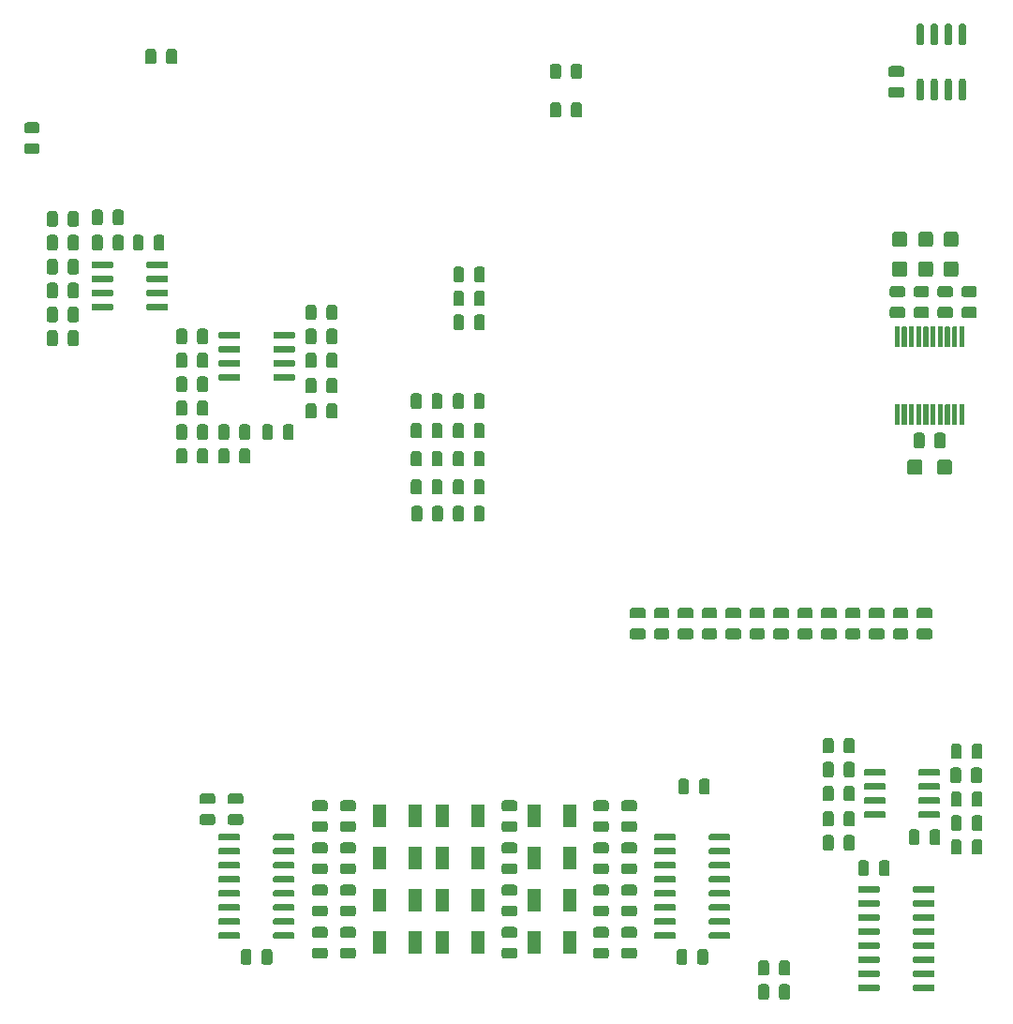
<source format=gbp>
G04 #@! TF.GenerationSoftware,KiCad,Pcbnew,5.99.0-unknown-43514a1~86~ubuntu18.04.1*
G04 #@! TF.CreationDate,2020-06-18T19:40:50+01:00*
G04 #@! TF.ProjectId,RADIO,52414449-4f2e-46b6-9963-61645f706362,rev?*
G04 #@! TF.SameCoordinates,Original*
G04 #@! TF.FileFunction,Paste,Bot*
G04 #@! TF.FilePolarity,Positive*
%FSLAX46Y46*%
G04 Gerber Fmt 4.6, Leading zero omitted, Abs format (unit mm)*
G04 Created by KiCad (PCBNEW 5.99.0-unknown-43514a1~86~ubuntu18.04.1) date 2020-06-18 19:40:50*
%MOMM*%
%LPD*%
G01*
G04 APERTURE LIST*
%ADD10R,1.200000X2.000000*%
G04 APERTURE END LIST*
G36*
X109478529Y-65612554D02*
G01*
X109557607Y-65665393D01*
X109610446Y-65744471D01*
X109629000Y-65837750D01*
X109629000Y-66750250D01*
X109610446Y-66843529D01*
X109557607Y-66922607D01*
X109478529Y-66975446D01*
X109385250Y-66994000D01*
X108897750Y-66994000D01*
X108804471Y-66975446D01*
X108725393Y-66922607D01*
X108672554Y-66843529D01*
X108654000Y-66750250D01*
X108654000Y-65837750D01*
X108672554Y-65744471D01*
X108725393Y-65665393D01*
X108804471Y-65612554D01*
X108897750Y-65594000D01*
X109385250Y-65594000D01*
X109478529Y-65612554D01*
G37*
G36*
X107603529Y-65612554D02*
G01*
X107682607Y-65665393D01*
X107735446Y-65744471D01*
X107754000Y-65837750D01*
X107754000Y-66750250D01*
X107735446Y-66843529D01*
X107682607Y-66922607D01*
X107603529Y-66975446D01*
X107510250Y-66994000D01*
X107022750Y-66994000D01*
X106929471Y-66975446D01*
X106850393Y-66922607D01*
X106797554Y-66843529D01*
X106779000Y-66750250D01*
X106779000Y-65837750D01*
X106797554Y-65744471D01*
X106850393Y-65665393D01*
X106929471Y-65612554D01*
X107022750Y-65594000D01*
X107510250Y-65594000D01*
X107603529Y-65612554D01*
G37*
G36*
X104652529Y-80135054D02*
G01*
X104731607Y-80187893D01*
X104784446Y-80266971D01*
X104803000Y-80360250D01*
X104803000Y-81272750D01*
X104784446Y-81366029D01*
X104731607Y-81445107D01*
X104652529Y-81497946D01*
X104559250Y-81516500D01*
X104071750Y-81516500D01*
X103978471Y-81497946D01*
X103899393Y-81445107D01*
X103846554Y-81366029D01*
X103828000Y-81272750D01*
X103828000Y-80360250D01*
X103846554Y-80266971D01*
X103899393Y-80187893D01*
X103978471Y-80135054D01*
X104071750Y-80116500D01*
X104559250Y-80116500D01*
X104652529Y-80135054D01*
G37*
G36*
X102777529Y-80135054D02*
G01*
X102856607Y-80187893D01*
X102909446Y-80266971D01*
X102928000Y-80360250D01*
X102928000Y-81272750D01*
X102909446Y-81366029D01*
X102856607Y-81445107D01*
X102777529Y-81497946D01*
X102684250Y-81516500D01*
X102196750Y-81516500D01*
X102103471Y-81497946D01*
X102024393Y-81445107D01*
X101971554Y-81366029D01*
X101953000Y-81272750D01*
X101953000Y-80360250D01*
X101971554Y-80266971D01*
X102024393Y-80187893D01*
X102103471Y-80135054D01*
X102196750Y-80116500D01*
X102684250Y-80116500D01*
X102777529Y-80135054D01*
G37*
G36*
X98713529Y-80262054D02*
G01*
X98792607Y-80314893D01*
X98845446Y-80393971D01*
X98864000Y-80487250D01*
X98864000Y-81399750D01*
X98845446Y-81493029D01*
X98792607Y-81572107D01*
X98713529Y-81624946D01*
X98620250Y-81643500D01*
X98132750Y-81643500D01*
X98039471Y-81624946D01*
X97960393Y-81572107D01*
X97907554Y-81493029D01*
X97889000Y-81399750D01*
X97889000Y-80487250D01*
X97907554Y-80393971D01*
X97960393Y-80314893D01*
X98039471Y-80262054D01*
X98132750Y-80243500D01*
X98620250Y-80243500D01*
X98713529Y-80262054D01*
G37*
G36*
X100588529Y-80262054D02*
G01*
X100667607Y-80314893D01*
X100720446Y-80393971D01*
X100739000Y-80487250D01*
X100739000Y-81399750D01*
X100720446Y-81493029D01*
X100667607Y-81572107D01*
X100588529Y-81624946D01*
X100495250Y-81643500D01*
X100007750Y-81643500D01*
X99914471Y-81624946D01*
X99835393Y-81572107D01*
X99782554Y-81493029D01*
X99764000Y-81399750D01*
X99764000Y-80487250D01*
X99782554Y-80393971D01*
X99835393Y-80314893D01*
X99914471Y-80262054D01*
X100007750Y-80243500D01*
X100495250Y-80243500D01*
X100588529Y-80262054D01*
G37*
G36*
X98713529Y-82421054D02*
G01*
X98792607Y-82473893D01*
X98845446Y-82552971D01*
X98864000Y-82646250D01*
X98864000Y-83558750D01*
X98845446Y-83652029D01*
X98792607Y-83731107D01*
X98713529Y-83783946D01*
X98620250Y-83802500D01*
X98132750Y-83802500D01*
X98039471Y-83783946D01*
X97960393Y-83731107D01*
X97907554Y-83652029D01*
X97889000Y-83558750D01*
X97889000Y-82646250D01*
X97907554Y-82552971D01*
X97960393Y-82473893D01*
X98039471Y-82421054D01*
X98132750Y-82402500D01*
X98620250Y-82402500D01*
X98713529Y-82421054D01*
G37*
G36*
X100588529Y-82421054D02*
G01*
X100667607Y-82473893D01*
X100720446Y-82552971D01*
X100739000Y-82646250D01*
X100739000Y-83558750D01*
X100720446Y-83652029D01*
X100667607Y-83731107D01*
X100588529Y-83783946D01*
X100495250Y-83802500D01*
X100007750Y-83802500D01*
X99914471Y-83783946D01*
X99835393Y-83731107D01*
X99782554Y-83652029D01*
X99764000Y-83558750D01*
X99764000Y-82646250D01*
X99782554Y-82552971D01*
X99835393Y-82473893D01*
X99914471Y-82421054D01*
X100007750Y-82402500D01*
X100495250Y-82402500D01*
X100588529Y-82421054D01*
G37*
G36*
X112272529Y-97362554D02*
G01*
X112351607Y-97415393D01*
X112404446Y-97494471D01*
X112423000Y-97587750D01*
X112423000Y-98500250D01*
X112404446Y-98593529D01*
X112351607Y-98672607D01*
X112272529Y-98725446D01*
X112179250Y-98744000D01*
X111691750Y-98744000D01*
X111598471Y-98725446D01*
X111519393Y-98672607D01*
X111466554Y-98593529D01*
X111448000Y-98500250D01*
X111448000Y-97587750D01*
X111466554Y-97494471D01*
X111519393Y-97415393D01*
X111598471Y-97362554D01*
X111691750Y-97344000D01*
X112179250Y-97344000D01*
X112272529Y-97362554D01*
G37*
G36*
X110397529Y-97362554D02*
G01*
X110476607Y-97415393D01*
X110529446Y-97494471D01*
X110548000Y-97587750D01*
X110548000Y-98500250D01*
X110529446Y-98593529D01*
X110476607Y-98672607D01*
X110397529Y-98725446D01*
X110304250Y-98744000D01*
X109816750Y-98744000D01*
X109723471Y-98725446D01*
X109644393Y-98672607D01*
X109591554Y-98593529D01*
X109573000Y-98500250D01*
X109573000Y-97587750D01*
X109591554Y-97494471D01*
X109644393Y-97415393D01*
X109723471Y-97362554D01*
X109816750Y-97344000D01*
X110304250Y-97344000D01*
X110397529Y-97362554D01*
G37*
G36*
X146054529Y-70438554D02*
G01*
X146133607Y-70491393D01*
X146186446Y-70570471D01*
X146205000Y-70663750D01*
X146205000Y-71576250D01*
X146186446Y-71669529D01*
X146133607Y-71748607D01*
X146054529Y-71801446D01*
X145961250Y-71820000D01*
X145473750Y-71820000D01*
X145380471Y-71801446D01*
X145301393Y-71748607D01*
X145248554Y-71669529D01*
X145230000Y-71576250D01*
X145230000Y-70663750D01*
X145248554Y-70570471D01*
X145301393Y-70491393D01*
X145380471Y-70438554D01*
X145473750Y-70420000D01*
X145961250Y-70420000D01*
X146054529Y-70438554D01*
G37*
G36*
X144179529Y-70438554D02*
G01*
X144258607Y-70491393D01*
X144311446Y-70570471D01*
X144330000Y-70663750D01*
X144330000Y-71576250D01*
X144311446Y-71669529D01*
X144258607Y-71748607D01*
X144179529Y-71801446D01*
X144086250Y-71820000D01*
X143598750Y-71820000D01*
X143505471Y-71801446D01*
X143426393Y-71748607D01*
X143373554Y-71669529D01*
X143355000Y-71576250D01*
X143355000Y-70663750D01*
X143373554Y-70570471D01*
X143426393Y-70491393D01*
X143505471Y-70438554D01*
X143598750Y-70420000D01*
X144086250Y-70420000D01*
X144179529Y-70438554D01*
G37*
G36*
X144179529Y-66946054D02*
G01*
X144258607Y-66998893D01*
X144311446Y-67077971D01*
X144330000Y-67171250D01*
X144330000Y-68083750D01*
X144311446Y-68177029D01*
X144258607Y-68256107D01*
X144179529Y-68308946D01*
X144086250Y-68327500D01*
X143598750Y-68327500D01*
X143505471Y-68308946D01*
X143426393Y-68256107D01*
X143373554Y-68177029D01*
X143355000Y-68083750D01*
X143355000Y-67171250D01*
X143373554Y-67077971D01*
X143426393Y-66998893D01*
X143505471Y-66946054D01*
X143598750Y-66927500D01*
X144086250Y-66927500D01*
X144179529Y-66946054D01*
G37*
G36*
X146054529Y-66946054D02*
G01*
X146133607Y-66998893D01*
X146186446Y-67077971D01*
X146205000Y-67171250D01*
X146205000Y-68083750D01*
X146186446Y-68177029D01*
X146133607Y-68256107D01*
X146054529Y-68308946D01*
X145961250Y-68327500D01*
X145473750Y-68327500D01*
X145380471Y-68308946D01*
X145301393Y-68256107D01*
X145248554Y-68177029D01*
X145230000Y-68083750D01*
X145230000Y-67171250D01*
X145248554Y-67077971D01*
X145301393Y-66998893D01*
X145380471Y-66946054D01*
X145473750Y-66927500D01*
X145961250Y-66927500D01*
X146054529Y-66946054D01*
G37*
G36*
X175174529Y-67173554D02*
G01*
X175253607Y-67226393D01*
X175306446Y-67305471D01*
X175325000Y-67398750D01*
X175325000Y-67886250D01*
X175306446Y-67979529D01*
X175253607Y-68058607D01*
X175174529Y-68111446D01*
X175081250Y-68130000D01*
X174168750Y-68130000D01*
X174075471Y-68111446D01*
X173996393Y-68058607D01*
X173943554Y-67979529D01*
X173925000Y-67886250D01*
X173925000Y-67398750D01*
X173943554Y-67305471D01*
X173996393Y-67226393D01*
X174075471Y-67173554D01*
X174168750Y-67155000D01*
X175081250Y-67155000D01*
X175174529Y-67173554D01*
G37*
G36*
X175174529Y-69048554D02*
G01*
X175253607Y-69101393D01*
X175306446Y-69180471D01*
X175325000Y-69273750D01*
X175325000Y-69761250D01*
X175306446Y-69854529D01*
X175253607Y-69933607D01*
X175174529Y-69986446D01*
X175081250Y-70005000D01*
X174168750Y-70005000D01*
X174075471Y-69986446D01*
X173996393Y-69933607D01*
X173943554Y-69854529D01*
X173925000Y-69761250D01*
X173925000Y-69273750D01*
X173943554Y-69180471D01*
X173996393Y-69101393D01*
X174075471Y-69048554D01*
X174168750Y-69030000D01*
X175081250Y-69030000D01*
X175174529Y-69048554D01*
G37*
G36*
X108729303Y-88624118D02*
G01*
X108777966Y-88656634D01*
X108810482Y-88705297D01*
X108821900Y-88762700D01*
X108821900Y-89062700D01*
X108810482Y-89120103D01*
X108777966Y-89168766D01*
X108729303Y-89201282D01*
X108671900Y-89212700D01*
X107021900Y-89212700D01*
X106964497Y-89201282D01*
X106915834Y-89168766D01*
X106883318Y-89120103D01*
X106871900Y-89062700D01*
X106871900Y-88762700D01*
X106883318Y-88705297D01*
X106915834Y-88656634D01*
X106964497Y-88624118D01*
X107021900Y-88612700D01*
X108671900Y-88612700D01*
X108729303Y-88624118D01*
G37*
G36*
X108729303Y-87354118D02*
G01*
X108777966Y-87386634D01*
X108810482Y-87435297D01*
X108821900Y-87492700D01*
X108821900Y-87792700D01*
X108810482Y-87850103D01*
X108777966Y-87898766D01*
X108729303Y-87931282D01*
X108671900Y-87942700D01*
X107021900Y-87942700D01*
X106964497Y-87931282D01*
X106915834Y-87898766D01*
X106883318Y-87850103D01*
X106871900Y-87792700D01*
X106871900Y-87492700D01*
X106883318Y-87435297D01*
X106915834Y-87386634D01*
X106964497Y-87354118D01*
X107021900Y-87342700D01*
X108671900Y-87342700D01*
X108729303Y-87354118D01*
G37*
G36*
X108729303Y-86084118D02*
G01*
X108777966Y-86116634D01*
X108810482Y-86165297D01*
X108821900Y-86222700D01*
X108821900Y-86522700D01*
X108810482Y-86580103D01*
X108777966Y-86628766D01*
X108729303Y-86661282D01*
X108671900Y-86672700D01*
X107021900Y-86672700D01*
X106964497Y-86661282D01*
X106915834Y-86628766D01*
X106883318Y-86580103D01*
X106871900Y-86522700D01*
X106871900Y-86222700D01*
X106883318Y-86165297D01*
X106915834Y-86116634D01*
X106964497Y-86084118D01*
X107021900Y-86072700D01*
X108671900Y-86072700D01*
X108729303Y-86084118D01*
G37*
G36*
X108729303Y-84814118D02*
G01*
X108777966Y-84846634D01*
X108810482Y-84895297D01*
X108821900Y-84952700D01*
X108821900Y-85252700D01*
X108810482Y-85310103D01*
X108777966Y-85358766D01*
X108729303Y-85391282D01*
X108671900Y-85402700D01*
X107021900Y-85402700D01*
X106964497Y-85391282D01*
X106915834Y-85358766D01*
X106883318Y-85310103D01*
X106871900Y-85252700D01*
X106871900Y-84952700D01*
X106883318Y-84895297D01*
X106915834Y-84846634D01*
X106964497Y-84814118D01*
X107021900Y-84802700D01*
X108671900Y-84802700D01*
X108729303Y-84814118D01*
G37*
G36*
X103779303Y-84814118D02*
G01*
X103827966Y-84846634D01*
X103860482Y-84895297D01*
X103871900Y-84952700D01*
X103871900Y-85252700D01*
X103860482Y-85310103D01*
X103827966Y-85358766D01*
X103779303Y-85391282D01*
X103721900Y-85402700D01*
X102071900Y-85402700D01*
X102014497Y-85391282D01*
X101965834Y-85358766D01*
X101933318Y-85310103D01*
X101921900Y-85252700D01*
X101921900Y-84952700D01*
X101933318Y-84895297D01*
X101965834Y-84846634D01*
X102014497Y-84814118D01*
X102071900Y-84802700D01*
X103721900Y-84802700D01*
X103779303Y-84814118D01*
G37*
G36*
X103779303Y-86084118D02*
G01*
X103827966Y-86116634D01*
X103860482Y-86165297D01*
X103871900Y-86222700D01*
X103871900Y-86522700D01*
X103860482Y-86580103D01*
X103827966Y-86628766D01*
X103779303Y-86661282D01*
X103721900Y-86672700D01*
X102071900Y-86672700D01*
X102014497Y-86661282D01*
X101965834Y-86628766D01*
X101933318Y-86580103D01*
X101921900Y-86522700D01*
X101921900Y-86222700D01*
X101933318Y-86165297D01*
X101965834Y-86116634D01*
X102014497Y-86084118D01*
X102071900Y-86072700D01*
X103721900Y-86072700D01*
X103779303Y-86084118D01*
G37*
G36*
X103779303Y-87354118D02*
G01*
X103827966Y-87386634D01*
X103860482Y-87435297D01*
X103871900Y-87492700D01*
X103871900Y-87792700D01*
X103860482Y-87850103D01*
X103827966Y-87898766D01*
X103779303Y-87931282D01*
X103721900Y-87942700D01*
X102071900Y-87942700D01*
X102014497Y-87931282D01*
X101965834Y-87898766D01*
X101933318Y-87850103D01*
X101921900Y-87792700D01*
X101921900Y-87492700D01*
X101933318Y-87435297D01*
X101965834Y-87386634D01*
X102014497Y-87354118D01*
X102071900Y-87342700D01*
X103721900Y-87342700D01*
X103779303Y-87354118D01*
G37*
G36*
X103779303Y-88624118D02*
G01*
X103827966Y-88656634D01*
X103860482Y-88705297D01*
X103871900Y-88762700D01*
X103871900Y-89062700D01*
X103860482Y-89120103D01*
X103827966Y-89168766D01*
X103779303Y-89201282D01*
X103721900Y-89212700D01*
X102071900Y-89212700D01*
X102014497Y-89201282D01*
X101965834Y-89168766D01*
X101933318Y-89120103D01*
X101921900Y-89062700D01*
X101921900Y-88762700D01*
X101933318Y-88705297D01*
X101965834Y-88656634D01*
X102014497Y-88624118D01*
X102071900Y-88612700D01*
X103721900Y-88612700D01*
X103779303Y-88624118D01*
G37*
G36*
X100588529Y-84580054D02*
G01*
X100667607Y-84632893D01*
X100720446Y-84711971D01*
X100739000Y-84805250D01*
X100739000Y-85717750D01*
X100720446Y-85811029D01*
X100667607Y-85890107D01*
X100588529Y-85942946D01*
X100495250Y-85961500D01*
X100007750Y-85961500D01*
X99914471Y-85942946D01*
X99835393Y-85890107D01*
X99782554Y-85811029D01*
X99764000Y-85717750D01*
X99764000Y-84805250D01*
X99782554Y-84711971D01*
X99835393Y-84632893D01*
X99914471Y-84580054D01*
X100007750Y-84561500D01*
X100495250Y-84561500D01*
X100588529Y-84580054D01*
G37*
G36*
X98713529Y-84580054D02*
G01*
X98792607Y-84632893D01*
X98845446Y-84711971D01*
X98864000Y-84805250D01*
X98864000Y-85717750D01*
X98845446Y-85811029D01*
X98792607Y-85890107D01*
X98713529Y-85942946D01*
X98620250Y-85961500D01*
X98132750Y-85961500D01*
X98039471Y-85942946D01*
X97960393Y-85890107D01*
X97907554Y-85811029D01*
X97889000Y-85717750D01*
X97889000Y-84805250D01*
X97907554Y-84711971D01*
X97960393Y-84632893D01*
X98039471Y-84580054D01*
X98132750Y-84561500D01*
X98620250Y-84561500D01*
X98713529Y-84580054D01*
G37*
G36*
X104652529Y-82421054D02*
G01*
X104731607Y-82473893D01*
X104784446Y-82552971D01*
X104803000Y-82646250D01*
X104803000Y-83558750D01*
X104784446Y-83652029D01*
X104731607Y-83731107D01*
X104652529Y-83783946D01*
X104559250Y-83802500D01*
X104071750Y-83802500D01*
X103978471Y-83783946D01*
X103899393Y-83731107D01*
X103846554Y-83652029D01*
X103828000Y-83558750D01*
X103828000Y-82646250D01*
X103846554Y-82552971D01*
X103899393Y-82473893D01*
X103978471Y-82421054D01*
X104071750Y-82402500D01*
X104559250Y-82402500D01*
X104652529Y-82421054D01*
G37*
G36*
X102777529Y-82421054D02*
G01*
X102856607Y-82473893D01*
X102909446Y-82552971D01*
X102928000Y-82646250D01*
X102928000Y-83558750D01*
X102909446Y-83652029D01*
X102856607Y-83731107D01*
X102777529Y-83783946D01*
X102684250Y-83802500D01*
X102196750Y-83802500D01*
X102103471Y-83783946D01*
X102024393Y-83731107D01*
X101971554Y-83652029D01*
X101953000Y-83558750D01*
X101953000Y-82646250D01*
X101971554Y-82552971D01*
X102024393Y-82473893D01*
X102103471Y-82421054D01*
X102196750Y-82402500D01*
X102684250Y-82402500D01*
X102777529Y-82421054D01*
G37*
G36*
X100588529Y-86739054D02*
G01*
X100667607Y-86791893D01*
X100720446Y-86870971D01*
X100739000Y-86964250D01*
X100739000Y-87876750D01*
X100720446Y-87970029D01*
X100667607Y-88049107D01*
X100588529Y-88101946D01*
X100495250Y-88120500D01*
X100007750Y-88120500D01*
X99914471Y-88101946D01*
X99835393Y-88049107D01*
X99782554Y-87970029D01*
X99764000Y-87876750D01*
X99764000Y-86964250D01*
X99782554Y-86870971D01*
X99835393Y-86791893D01*
X99914471Y-86739054D01*
X100007750Y-86720500D01*
X100495250Y-86720500D01*
X100588529Y-86739054D01*
G37*
G36*
X98713529Y-86739054D02*
G01*
X98792607Y-86791893D01*
X98845446Y-86870971D01*
X98864000Y-86964250D01*
X98864000Y-87876750D01*
X98845446Y-87970029D01*
X98792607Y-88049107D01*
X98713529Y-88101946D01*
X98620250Y-88120500D01*
X98132750Y-88120500D01*
X98039471Y-88101946D01*
X97960393Y-88049107D01*
X97907554Y-87970029D01*
X97889000Y-87876750D01*
X97889000Y-86964250D01*
X97907554Y-86870971D01*
X97960393Y-86791893D01*
X98039471Y-86739054D01*
X98132750Y-86720500D01*
X98620250Y-86720500D01*
X98713529Y-86739054D01*
G37*
G36*
X173867529Y-138891554D02*
G01*
X173946607Y-138944393D01*
X173999446Y-139023471D01*
X174018000Y-139116750D01*
X174018000Y-140029250D01*
X173999446Y-140122529D01*
X173946607Y-140201607D01*
X173867529Y-140254446D01*
X173774250Y-140273000D01*
X173286750Y-140273000D01*
X173193471Y-140254446D01*
X173114393Y-140201607D01*
X173061554Y-140122529D01*
X173043000Y-140029250D01*
X173043000Y-139116750D01*
X173061554Y-139023471D01*
X173114393Y-138944393D01*
X173193471Y-138891554D01*
X173286750Y-138873000D01*
X173774250Y-138873000D01*
X173867529Y-138891554D01*
G37*
G36*
X171992529Y-138891554D02*
G01*
X172071607Y-138944393D01*
X172124446Y-139023471D01*
X172143000Y-139116750D01*
X172143000Y-140029250D01*
X172124446Y-140122529D01*
X172071607Y-140201607D01*
X171992529Y-140254446D01*
X171899250Y-140273000D01*
X171411750Y-140273000D01*
X171318471Y-140254446D01*
X171239393Y-140201607D01*
X171186554Y-140122529D01*
X171168000Y-140029250D01*
X171168000Y-139116750D01*
X171186554Y-139023471D01*
X171239393Y-138944393D01*
X171318471Y-138891554D01*
X171411750Y-138873000D01*
X171899250Y-138873000D01*
X171992529Y-138891554D01*
G37*
G36*
X173396529Y-117943554D02*
G01*
X173475607Y-117996393D01*
X173528446Y-118075471D01*
X173547000Y-118168750D01*
X173547000Y-118656250D01*
X173528446Y-118749529D01*
X173475607Y-118828607D01*
X173396529Y-118881446D01*
X173303250Y-118900000D01*
X172390750Y-118900000D01*
X172297471Y-118881446D01*
X172218393Y-118828607D01*
X172165554Y-118749529D01*
X172147000Y-118656250D01*
X172147000Y-118168750D01*
X172165554Y-118075471D01*
X172218393Y-117996393D01*
X172297471Y-117943554D01*
X172390750Y-117925000D01*
X173303250Y-117925000D01*
X173396529Y-117943554D01*
G37*
G36*
X173396529Y-116068554D02*
G01*
X173475607Y-116121393D01*
X173528446Y-116200471D01*
X173547000Y-116293750D01*
X173547000Y-116781250D01*
X173528446Y-116874529D01*
X173475607Y-116953607D01*
X173396529Y-117006446D01*
X173303250Y-117025000D01*
X172390750Y-117025000D01*
X172297471Y-117006446D01*
X172218393Y-116953607D01*
X172165554Y-116874529D01*
X172147000Y-116781250D01*
X172147000Y-116293750D01*
X172165554Y-116200471D01*
X172218393Y-116121393D01*
X172297471Y-116068554D01*
X172390750Y-116050000D01*
X173303250Y-116050000D01*
X173396529Y-116068554D01*
G37*
G36*
X137291529Y-89615554D02*
G01*
X137370607Y-89668393D01*
X137423446Y-89747471D01*
X137442000Y-89840750D01*
X137442000Y-90753250D01*
X137423446Y-90846529D01*
X137370607Y-90925607D01*
X137291529Y-90978446D01*
X137198250Y-90997000D01*
X136710750Y-90997000D01*
X136617471Y-90978446D01*
X136538393Y-90925607D01*
X136485554Y-90846529D01*
X136467000Y-90753250D01*
X136467000Y-89840750D01*
X136485554Y-89747471D01*
X136538393Y-89668393D01*
X136617471Y-89615554D01*
X136710750Y-89597000D01*
X137198250Y-89597000D01*
X137291529Y-89615554D01*
G37*
G36*
X135416529Y-89615554D02*
G01*
X135495607Y-89668393D01*
X135548446Y-89747471D01*
X135567000Y-89840750D01*
X135567000Y-90753250D01*
X135548446Y-90846529D01*
X135495607Y-90925607D01*
X135416529Y-90978446D01*
X135323250Y-90997000D01*
X134835750Y-90997000D01*
X134742471Y-90978446D01*
X134663393Y-90925607D01*
X134610554Y-90846529D01*
X134592000Y-90753250D01*
X134592000Y-89840750D01*
X134610554Y-89747471D01*
X134663393Y-89668393D01*
X134742471Y-89615554D01*
X134835750Y-89597000D01*
X135323250Y-89597000D01*
X135416529Y-89615554D01*
G37*
G36*
X171237529Y-117943554D02*
G01*
X171316607Y-117996393D01*
X171369446Y-118075471D01*
X171388000Y-118168750D01*
X171388000Y-118656250D01*
X171369446Y-118749529D01*
X171316607Y-118828607D01*
X171237529Y-118881446D01*
X171144250Y-118900000D01*
X170231750Y-118900000D01*
X170138471Y-118881446D01*
X170059393Y-118828607D01*
X170006554Y-118749529D01*
X169988000Y-118656250D01*
X169988000Y-118168750D01*
X170006554Y-118075471D01*
X170059393Y-117996393D01*
X170138471Y-117943554D01*
X170231750Y-117925000D01*
X171144250Y-117925000D01*
X171237529Y-117943554D01*
G37*
G36*
X171237529Y-116068554D02*
G01*
X171316607Y-116121393D01*
X171369446Y-116200471D01*
X171388000Y-116293750D01*
X171388000Y-116781250D01*
X171369446Y-116874529D01*
X171316607Y-116953607D01*
X171237529Y-117006446D01*
X171144250Y-117025000D01*
X170231750Y-117025000D01*
X170138471Y-117006446D01*
X170059393Y-116953607D01*
X170006554Y-116874529D01*
X169988000Y-116781250D01*
X169988000Y-116293750D01*
X170006554Y-116200471D01*
X170059393Y-116121393D01*
X170138471Y-116068554D01*
X170231750Y-116050000D01*
X171144250Y-116050000D01*
X171237529Y-116068554D01*
G37*
G36*
X137291529Y-87456554D02*
G01*
X137370607Y-87509393D01*
X137423446Y-87588471D01*
X137442000Y-87681750D01*
X137442000Y-88594250D01*
X137423446Y-88687529D01*
X137370607Y-88766607D01*
X137291529Y-88819446D01*
X137198250Y-88838000D01*
X136710750Y-88838000D01*
X136617471Y-88819446D01*
X136538393Y-88766607D01*
X136485554Y-88687529D01*
X136467000Y-88594250D01*
X136467000Y-87681750D01*
X136485554Y-87588471D01*
X136538393Y-87509393D01*
X136617471Y-87456554D01*
X136710750Y-87438000D01*
X137198250Y-87438000D01*
X137291529Y-87456554D01*
G37*
G36*
X135416529Y-87456554D02*
G01*
X135495607Y-87509393D01*
X135548446Y-87588471D01*
X135567000Y-87681750D01*
X135567000Y-88594250D01*
X135548446Y-88687529D01*
X135495607Y-88766607D01*
X135416529Y-88819446D01*
X135323250Y-88838000D01*
X134835750Y-88838000D01*
X134742471Y-88819446D01*
X134663393Y-88766607D01*
X134610554Y-88687529D01*
X134592000Y-88594250D01*
X134592000Y-87681750D01*
X134610554Y-87588471D01*
X134663393Y-87509393D01*
X134742471Y-87456554D01*
X134835750Y-87438000D01*
X135323250Y-87438000D01*
X135416529Y-87456554D01*
G37*
G36*
X133511149Y-106887554D02*
G01*
X133590227Y-106940393D01*
X133643066Y-107019471D01*
X133661620Y-107112750D01*
X133661620Y-108025250D01*
X133643066Y-108118529D01*
X133590227Y-108197607D01*
X133511149Y-108250446D01*
X133417870Y-108269000D01*
X132930370Y-108269000D01*
X132837091Y-108250446D01*
X132758013Y-108197607D01*
X132705174Y-108118529D01*
X132686620Y-108025250D01*
X132686620Y-107112750D01*
X132705174Y-107019471D01*
X132758013Y-106940393D01*
X132837091Y-106887554D01*
X132930370Y-106869000D01*
X133417870Y-106869000D01*
X133511149Y-106887554D01*
G37*
G36*
X131636149Y-106887554D02*
G01*
X131715227Y-106940393D01*
X131768066Y-107019471D01*
X131786620Y-107112750D01*
X131786620Y-108025250D01*
X131768066Y-108118529D01*
X131715227Y-108197607D01*
X131636149Y-108250446D01*
X131542870Y-108269000D01*
X131055370Y-108269000D01*
X130962091Y-108250446D01*
X130883013Y-108197607D01*
X130830174Y-108118529D01*
X130811620Y-108025250D01*
X130811620Y-107112750D01*
X130830174Y-107019471D01*
X130883013Y-106940393D01*
X130962091Y-106887554D01*
X131055370Y-106869000D01*
X131542870Y-106869000D01*
X131636149Y-106887554D01*
G37*
G36*
X133462649Y-96727554D02*
G01*
X133541727Y-96780393D01*
X133594566Y-96859471D01*
X133613120Y-96952750D01*
X133613120Y-97865250D01*
X133594566Y-97958529D01*
X133541727Y-98037607D01*
X133462649Y-98090446D01*
X133369370Y-98109000D01*
X132881870Y-98109000D01*
X132788591Y-98090446D01*
X132709513Y-98037607D01*
X132656674Y-97958529D01*
X132638120Y-97865250D01*
X132638120Y-96952750D01*
X132656674Y-96859471D01*
X132709513Y-96780393D01*
X132788591Y-96727554D01*
X132881870Y-96709000D01*
X133369370Y-96709000D01*
X133462649Y-96727554D01*
G37*
G36*
X131587649Y-96727554D02*
G01*
X131666727Y-96780393D01*
X131719566Y-96859471D01*
X131738120Y-96952750D01*
X131738120Y-97865250D01*
X131719566Y-97958529D01*
X131666727Y-98037607D01*
X131587649Y-98090446D01*
X131494370Y-98109000D01*
X131006870Y-98109000D01*
X130913591Y-98090446D01*
X130834513Y-98037607D01*
X130781674Y-97958529D01*
X130763120Y-97865250D01*
X130763120Y-96952750D01*
X130781674Y-96859471D01*
X130834513Y-96780393D01*
X130913591Y-96727554D01*
X131006870Y-96709000D01*
X131494370Y-96709000D01*
X131587649Y-96727554D01*
G37*
G36*
X133462649Y-99394554D02*
G01*
X133541727Y-99447393D01*
X133594566Y-99526471D01*
X133613120Y-99619750D01*
X133613120Y-100532250D01*
X133594566Y-100625529D01*
X133541727Y-100704607D01*
X133462649Y-100757446D01*
X133369370Y-100776000D01*
X132881870Y-100776000D01*
X132788591Y-100757446D01*
X132709513Y-100704607D01*
X132656674Y-100625529D01*
X132638120Y-100532250D01*
X132638120Y-99619750D01*
X132656674Y-99526471D01*
X132709513Y-99447393D01*
X132788591Y-99394554D01*
X132881870Y-99376000D01*
X133369370Y-99376000D01*
X133462649Y-99394554D01*
G37*
G36*
X131587649Y-99394554D02*
G01*
X131666727Y-99447393D01*
X131719566Y-99526471D01*
X131738120Y-99619750D01*
X131738120Y-100532250D01*
X131719566Y-100625529D01*
X131666727Y-100704607D01*
X131587649Y-100757446D01*
X131494370Y-100776000D01*
X131006870Y-100776000D01*
X130913591Y-100757446D01*
X130834513Y-100704607D01*
X130781674Y-100625529D01*
X130763120Y-100532250D01*
X130763120Y-99619750D01*
X130781674Y-99526471D01*
X130834513Y-99447393D01*
X130913591Y-99394554D01*
X131006870Y-99376000D01*
X131494370Y-99376000D01*
X131587649Y-99394554D01*
G37*
G36*
X133462649Y-101934554D02*
G01*
X133541727Y-101987393D01*
X133594566Y-102066471D01*
X133613120Y-102159750D01*
X133613120Y-103072250D01*
X133594566Y-103165529D01*
X133541727Y-103244607D01*
X133462649Y-103297446D01*
X133369370Y-103316000D01*
X132881870Y-103316000D01*
X132788591Y-103297446D01*
X132709513Y-103244607D01*
X132656674Y-103165529D01*
X132638120Y-103072250D01*
X132638120Y-102159750D01*
X132656674Y-102066471D01*
X132709513Y-101987393D01*
X132788591Y-101934554D01*
X132881870Y-101916000D01*
X133369370Y-101916000D01*
X133462649Y-101934554D01*
G37*
G36*
X131587649Y-101934554D02*
G01*
X131666727Y-101987393D01*
X131719566Y-102066471D01*
X131738120Y-102159750D01*
X131738120Y-103072250D01*
X131719566Y-103165529D01*
X131666727Y-103244607D01*
X131587649Y-103297446D01*
X131494370Y-103316000D01*
X131006870Y-103316000D01*
X130913591Y-103297446D01*
X130834513Y-103244607D01*
X130781674Y-103165529D01*
X130763120Y-103072250D01*
X130763120Y-102159750D01*
X130781674Y-102066471D01*
X130834513Y-101987393D01*
X130913591Y-101934554D01*
X131006870Y-101916000D01*
X131494370Y-101916000D01*
X131587649Y-101934554D01*
G37*
G36*
X133462649Y-104474554D02*
G01*
X133541727Y-104527393D01*
X133594566Y-104606471D01*
X133613120Y-104699750D01*
X133613120Y-105612250D01*
X133594566Y-105705529D01*
X133541727Y-105784607D01*
X133462649Y-105837446D01*
X133369370Y-105856000D01*
X132881870Y-105856000D01*
X132788591Y-105837446D01*
X132709513Y-105784607D01*
X132656674Y-105705529D01*
X132638120Y-105612250D01*
X132638120Y-104699750D01*
X132656674Y-104606471D01*
X132709513Y-104527393D01*
X132788591Y-104474554D01*
X132881870Y-104456000D01*
X133369370Y-104456000D01*
X133462649Y-104474554D01*
G37*
G36*
X131587649Y-104474554D02*
G01*
X131666727Y-104527393D01*
X131719566Y-104606471D01*
X131738120Y-104699750D01*
X131738120Y-105612250D01*
X131719566Y-105705529D01*
X131666727Y-105784607D01*
X131587649Y-105837446D01*
X131494370Y-105856000D01*
X131006870Y-105856000D01*
X130913591Y-105837446D01*
X130834513Y-105784607D01*
X130781674Y-105705529D01*
X130763120Y-105612250D01*
X130763120Y-104699750D01*
X130781674Y-104606471D01*
X130834513Y-104527393D01*
X130913591Y-104474554D01*
X131006870Y-104456000D01*
X131494370Y-104456000D01*
X131587649Y-104474554D01*
G37*
G36*
X135397649Y-106887554D02*
G01*
X135476727Y-106940393D01*
X135529566Y-107019471D01*
X135548120Y-107112750D01*
X135548120Y-108025250D01*
X135529566Y-108118529D01*
X135476727Y-108197607D01*
X135397649Y-108250446D01*
X135304370Y-108269000D01*
X134816870Y-108269000D01*
X134723591Y-108250446D01*
X134644513Y-108197607D01*
X134591674Y-108118529D01*
X134573120Y-108025250D01*
X134573120Y-107112750D01*
X134591674Y-107019471D01*
X134644513Y-106940393D01*
X134723591Y-106887554D01*
X134816870Y-106869000D01*
X135304370Y-106869000D01*
X135397649Y-106887554D01*
G37*
G36*
X137272649Y-106887554D02*
G01*
X137351727Y-106940393D01*
X137404566Y-107019471D01*
X137423120Y-107112750D01*
X137423120Y-108025250D01*
X137404566Y-108118529D01*
X137351727Y-108197607D01*
X137272649Y-108250446D01*
X137179370Y-108269000D01*
X136691870Y-108269000D01*
X136598591Y-108250446D01*
X136519513Y-108197607D01*
X136466674Y-108118529D01*
X136448120Y-108025250D01*
X136448120Y-107112750D01*
X136466674Y-107019471D01*
X136519513Y-106940393D01*
X136598591Y-106887554D01*
X136691870Y-106869000D01*
X137179370Y-106869000D01*
X137272649Y-106887554D01*
G37*
G36*
X135397649Y-96727554D02*
G01*
X135476727Y-96780393D01*
X135529566Y-96859471D01*
X135548120Y-96952750D01*
X135548120Y-97865250D01*
X135529566Y-97958529D01*
X135476727Y-98037607D01*
X135397649Y-98090446D01*
X135304370Y-98109000D01*
X134816870Y-98109000D01*
X134723591Y-98090446D01*
X134644513Y-98037607D01*
X134591674Y-97958529D01*
X134573120Y-97865250D01*
X134573120Y-96952750D01*
X134591674Y-96859471D01*
X134644513Y-96780393D01*
X134723591Y-96727554D01*
X134816870Y-96709000D01*
X135304370Y-96709000D01*
X135397649Y-96727554D01*
G37*
G36*
X137272649Y-96727554D02*
G01*
X137351727Y-96780393D01*
X137404566Y-96859471D01*
X137423120Y-96952750D01*
X137423120Y-97865250D01*
X137404566Y-97958529D01*
X137351727Y-98037607D01*
X137272649Y-98090446D01*
X137179370Y-98109000D01*
X136691870Y-98109000D01*
X136598591Y-98090446D01*
X136519513Y-98037607D01*
X136466674Y-97958529D01*
X136448120Y-97865250D01*
X136448120Y-96952750D01*
X136466674Y-96859471D01*
X136519513Y-96780393D01*
X136598591Y-96727554D01*
X136691870Y-96709000D01*
X137179370Y-96709000D01*
X137272649Y-96727554D01*
G37*
G36*
X135397649Y-99394554D02*
G01*
X135476727Y-99447393D01*
X135529566Y-99526471D01*
X135548120Y-99619750D01*
X135548120Y-100532250D01*
X135529566Y-100625529D01*
X135476727Y-100704607D01*
X135397649Y-100757446D01*
X135304370Y-100776000D01*
X134816870Y-100776000D01*
X134723591Y-100757446D01*
X134644513Y-100704607D01*
X134591674Y-100625529D01*
X134573120Y-100532250D01*
X134573120Y-99619750D01*
X134591674Y-99526471D01*
X134644513Y-99447393D01*
X134723591Y-99394554D01*
X134816870Y-99376000D01*
X135304370Y-99376000D01*
X135397649Y-99394554D01*
G37*
G36*
X137272649Y-99394554D02*
G01*
X137351727Y-99447393D01*
X137404566Y-99526471D01*
X137423120Y-99619750D01*
X137423120Y-100532250D01*
X137404566Y-100625529D01*
X137351727Y-100704607D01*
X137272649Y-100757446D01*
X137179370Y-100776000D01*
X136691870Y-100776000D01*
X136598591Y-100757446D01*
X136519513Y-100704607D01*
X136466674Y-100625529D01*
X136448120Y-100532250D01*
X136448120Y-99619750D01*
X136466674Y-99526471D01*
X136519513Y-99447393D01*
X136598591Y-99394554D01*
X136691870Y-99376000D01*
X137179370Y-99376000D01*
X137272649Y-99394554D01*
G37*
G36*
X135397649Y-101934554D02*
G01*
X135476727Y-101987393D01*
X135529566Y-102066471D01*
X135548120Y-102159750D01*
X135548120Y-103072250D01*
X135529566Y-103165529D01*
X135476727Y-103244607D01*
X135397649Y-103297446D01*
X135304370Y-103316000D01*
X134816870Y-103316000D01*
X134723591Y-103297446D01*
X134644513Y-103244607D01*
X134591674Y-103165529D01*
X134573120Y-103072250D01*
X134573120Y-102159750D01*
X134591674Y-102066471D01*
X134644513Y-101987393D01*
X134723591Y-101934554D01*
X134816870Y-101916000D01*
X135304370Y-101916000D01*
X135397649Y-101934554D01*
G37*
G36*
X137272649Y-101934554D02*
G01*
X137351727Y-101987393D01*
X137404566Y-102066471D01*
X137423120Y-102159750D01*
X137423120Y-103072250D01*
X137404566Y-103165529D01*
X137351727Y-103244607D01*
X137272649Y-103297446D01*
X137179370Y-103316000D01*
X136691870Y-103316000D01*
X136598591Y-103297446D01*
X136519513Y-103244607D01*
X136466674Y-103165529D01*
X136448120Y-103072250D01*
X136448120Y-102159750D01*
X136466674Y-102066471D01*
X136519513Y-101987393D01*
X136598591Y-101934554D01*
X136691870Y-101916000D01*
X137179370Y-101916000D01*
X137272649Y-101934554D01*
G37*
G36*
X135397649Y-104474554D02*
G01*
X135476727Y-104527393D01*
X135529566Y-104606471D01*
X135548120Y-104699750D01*
X135548120Y-105612250D01*
X135529566Y-105705529D01*
X135476727Y-105784607D01*
X135397649Y-105837446D01*
X135304370Y-105856000D01*
X134816870Y-105856000D01*
X134723591Y-105837446D01*
X134644513Y-105784607D01*
X134591674Y-105705529D01*
X134573120Y-105612250D01*
X134573120Y-104699750D01*
X134591674Y-104606471D01*
X134644513Y-104527393D01*
X134723591Y-104474554D01*
X134816870Y-104456000D01*
X135304370Y-104456000D01*
X135397649Y-104474554D01*
G37*
G36*
X137272649Y-104474554D02*
G01*
X137351727Y-104527393D01*
X137404566Y-104606471D01*
X137423120Y-104699750D01*
X137423120Y-105612250D01*
X137404566Y-105705529D01*
X137351727Y-105784607D01*
X137272649Y-105837446D01*
X137179370Y-105856000D01*
X136691870Y-105856000D01*
X136598591Y-105837446D01*
X136519513Y-105784607D01*
X136466674Y-105705529D01*
X136448120Y-105612250D01*
X136448120Y-104699750D01*
X136466674Y-104606471D01*
X136519513Y-104527393D01*
X136598591Y-104474554D01*
X136691870Y-104456000D01*
X137179370Y-104456000D01*
X137272649Y-104474554D01*
G37*
G36*
X166919529Y-117943554D02*
G01*
X166998607Y-117996393D01*
X167051446Y-118075471D01*
X167070000Y-118168750D01*
X167070000Y-118656250D01*
X167051446Y-118749529D01*
X166998607Y-118828607D01*
X166919529Y-118881446D01*
X166826250Y-118900000D01*
X165913750Y-118900000D01*
X165820471Y-118881446D01*
X165741393Y-118828607D01*
X165688554Y-118749529D01*
X165670000Y-118656250D01*
X165670000Y-118168750D01*
X165688554Y-118075471D01*
X165741393Y-117996393D01*
X165820471Y-117943554D01*
X165913750Y-117925000D01*
X166826250Y-117925000D01*
X166919529Y-117943554D01*
G37*
G36*
X166919529Y-116068554D02*
G01*
X166998607Y-116121393D01*
X167051446Y-116200471D01*
X167070000Y-116293750D01*
X167070000Y-116781250D01*
X167051446Y-116874529D01*
X166998607Y-116953607D01*
X166919529Y-117006446D01*
X166826250Y-117025000D01*
X165913750Y-117025000D01*
X165820471Y-117006446D01*
X165741393Y-116953607D01*
X165688554Y-116874529D01*
X165670000Y-116781250D01*
X165670000Y-116293750D01*
X165688554Y-116200471D01*
X165741393Y-116121393D01*
X165820471Y-116068554D01*
X165913750Y-116050000D01*
X166826250Y-116050000D01*
X166919529Y-116068554D01*
G37*
G36*
X162601529Y-117943554D02*
G01*
X162680607Y-117996393D01*
X162733446Y-118075471D01*
X162752000Y-118168750D01*
X162752000Y-118656250D01*
X162733446Y-118749529D01*
X162680607Y-118828607D01*
X162601529Y-118881446D01*
X162508250Y-118900000D01*
X161595750Y-118900000D01*
X161502471Y-118881446D01*
X161423393Y-118828607D01*
X161370554Y-118749529D01*
X161352000Y-118656250D01*
X161352000Y-118168750D01*
X161370554Y-118075471D01*
X161423393Y-117996393D01*
X161502471Y-117943554D01*
X161595750Y-117925000D01*
X162508250Y-117925000D01*
X162601529Y-117943554D01*
G37*
G36*
X162601529Y-116068554D02*
G01*
X162680607Y-116121393D01*
X162733446Y-116200471D01*
X162752000Y-116293750D01*
X162752000Y-116781250D01*
X162733446Y-116874529D01*
X162680607Y-116953607D01*
X162601529Y-117006446D01*
X162508250Y-117025000D01*
X161595750Y-117025000D01*
X161502471Y-117006446D01*
X161423393Y-116953607D01*
X161370554Y-116874529D01*
X161352000Y-116781250D01*
X161352000Y-116293750D01*
X161370554Y-116200471D01*
X161423393Y-116121393D01*
X161502471Y-116068554D01*
X161595750Y-116050000D01*
X162508250Y-116050000D01*
X162601529Y-116068554D01*
G37*
G36*
X158283529Y-117943554D02*
G01*
X158362607Y-117996393D01*
X158415446Y-118075471D01*
X158434000Y-118168750D01*
X158434000Y-118656250D01*
X158415446Y-118749529D01*
X158362607Y-118828607D01*
X158283529Y-118881446D01*
X158190250Y-118900000D01*
X157277750Y-118900000D01*
X157184471Y-118881446D01*
X157105393Y-118828607D01*
X157052554Y-118749529D01*
X157034000Y-118656250D01*
X157034000Y-118168750D01*
X157052554Y-118075471D01*
X157105393Y-117996393D01*
X157184471Y-117943554D01*
X157277750Y-117925000D01*
X158190250Y-117925000D01*
X158283529Y-117943554D01*
G37*
G36*
X158283529Y-116068554D02*
G01*
X158362607Y-116121393D01*
X158415446Y-116200471D01*
X158434000Y-116293750D01*
X158434000Y-116781250D01*
X158415446Y-116874529D01*
X158362607Y-116953607D01*
X158283529Y-117006446D01*
X158190250Y-117025000D01*
X157277750Y-117025000D01*
X157184471Y-117006446D01*
X157105393Y-116953607D01*
X157052554Y-116874529D01*
X157034000Y-116781250D01*
X157034000Y-116293750D01*
X157052554Y-116200471D01*
X157105393Y-116121393D01*
X157184471Y-116068554D01*
X157277750Y-116050000D01*
X158190250Y-116050000D01*
X158283529Y-116068554D01*
G37*
G36*
X153965529Y-117943554D02*
G01*
X154044607Y-117996393D01*
X154097446Y-118075471D01*
X154116000Y-118168750D01*
X154116000Y-118656250D01*
X154097446Y-118749529D01*
X154044607Y-118828607D01*
X153965529Y-118881446D01*
X153872250Y-118900000D01*
X152959750Y-118900000D01*
X152866471Y-118881446D01*
X152787393Y-118828607D01*
X152734554Y-118749529D01*
X152716000Y-118656250D01*
X152716000Y-118168750D01*
X152734554Y-118075471D01*
X152787393Y-117996393D01*
X152866471Y-117943554D01*
X152959750Y-117925000D01*
X153872250Y-117925000D01*
X153965529Y-117943554D01*
G37*
G36*
X153965529Y-116068554D02*
G01*
X154044607Y-116121393D01*
X154097446Y-116200471D01*
X154116000Y-116293750D01*
X154116000Y-116781250D01*
X154097446Y-116874529D01*
X154044607Y-116953607D01*
X153965529Y-117006446D01*
X153872250Y-117025000D01*
X152959750Y-117025000D01*
X152866471Y-117006446D01*
X152787393Y-116953607D01*
X152734554Y-116874529D01*
X152716000Y-116781250D01*
X152716000Y-116293750D01*
X152734554Y-116200471D01*
X152787393Y-116121393D01*
X152866471Y-116068554D01*
X152959750Y-116050000D01*
X153872250Y-116050000D01*
X153965529Y-116068554D01*
G37*
G36*
X164760529Y-116068554D02*
G01*
X164839607Y-116121393D01*
X164892446Y-116200471D01*
X164911000Y-116293750D01*
X164911000Y-116781250D01*
X164892446Y-116874529D01*
X164839607Y-116953607D01*
X164760529Y-117006446D01*
X164667250Y-117025000D01*
X163754750Y-117025000D01*
X163661471Y-117006446D01*
X163582393Y-116953607D01*
X163529554Y-116874529D01*
X163511000Y-116781250D01*
X163511000Y-116293750D01*
X163529554Y-116200471D01*
X163582393Y-116121393D01*
X163661471Y-116068554D01*
X163754750Y-116050000D01*
X164667250Y-116050000D01*
X164760529Y-116068554D01*
G37*
G36*
X164760529Y-117943554D02*
G01*
X164839607Y-117996393D01*
X164892446Y-118075471D01*
X164911000Y-118168750D01*
X164911000Y-118656250D01*
X164892446Y-118749529D01*
X164839607Y-118828607D01*
X164760529Y-118881446D01*
X164667250Y-118900000D01*
X163754750Y-118900000D01*
X163661471Y-118881446D01*
X163582393Y-118828607D01*
X163529554Y-118749529D01*
X163511000Y-118656250D01*
X163511000Y-118168750D01*
X163529554Y-118075471D01*
X163582393Y-117996393D01*
X163661471Y-117943554D01*
X163754750Y-117925000D01*
X164667250Y-117925000D01*
X164760529Y-117943554D01*
G37*
G36*
X160442529Y-116068554D02*
G01*
X160521607Y-116121393D01*
X160574446Y-116200471D01*
X160593000Y-116293750D01*
X160593000Y-116781250D01*
X160574446Y-116874529D01*
X160521607Y-116953607D01*
X160442529Y-117006446D01*
X160349250Y-117025000D01*
X159436750Y-117025000D01*
X159343471Y-117006446D01*
X159264393Y-116953607D01*
X159211554Y-116874529D01*
X159193000Y-116781250D01*
X159193000Y-116293750D01*
X159211554Y-116200471D01*
X159264393Y-116121393D01*
X159343471Y-116068554D01*
X159436750Y-116050000D01*
X160349250Y-116050000D01*
X160442529Y-116068554D01*
G37*
G36*
X160442529Y-117943554D02*
G01*
X160521607Y-117996393D01*
X160574446Y-118075471D01*
X160593000Y-118168750D01*
X160593000Y-118656250D01*
X160574446Y-118749529D01*
X160521607Y-118828607D01*
X160442529Y-118881446D01*
X160349250Y-118900000D01*
X159436750Y-118900000D01*
X159343471Y-118881446D01*
X159264393Y-118828607D01*
X159211554Y-118749529D01*
X159193000Y-118656250D01*
X159193000Y-118168750D01*
X159211554Y-118075471D01*
X159264393Y-117996393D01*
X159343471Y-117943554D01*
X159436750Y-117925000D01*
X160349250Y-117925000D01*
X160442529Y-117943554D01*
G37*
G36*
X156124529Y-116068554D02*
G01*
X156203607Y-116121393D01*
X156256446Y-116200471D01*
X156275000Y-116293750D01*
X156275000Y-116781250D01*
X156256446Y-116874529D01*
X156203607Y-116953607D01*
X156124529Y-117006446D01*
X156031250Y-117025000D01*
X155118750Y-117025000D01*
X155025471Y-117006446D01*
X154946393Y-116953607D01*
X154893554Y-116874529D01*
X154875000Y-116781250D01*
X154875000Y-116293750D01*
X154893554Y-116200471D01*
X154946393Y-116121393D01*
X155025471Y-116068554D01*
X155118750Y-116050000D01*
X156031250Y-116050000D01*
X156124529Y-116068554D01*
G37*
G36*
X156124529Y-117943554D02*
G01*
X156203607Y-117996393D01*
X156256446Y-118075471D01*
X156275000Y-118168750D01*
X156275000Y-118656250D01*
X156256446Y-118749529D01*
X156203607Y-118828607D01*
X156124529Y-118881446D01*
X156031250Y-118900000D01*
X155118750Y-118900000D01*
X155025471Y-118881446D01*
X154946393Y-118828607D01*
X154893554Y-118749529D01*
X154875000Y-118656250D01*
X154875000Y-118168750D01*
X154893554Y-118075471D01*
X154946393Y-117996393D01*
X155025471Y-117943554D01*
X155118750Y-117925000D01*
X156031250Y-117925000D01*
X156124529Y-117943554D01*
G37*
G36*
X151806529Y-116068554D02*
G01*
X151885607Y-116121393D01*
X151938446Y-116200471D01*
X151957000Y-116293750D01*
X151957000Y-116781250D01*
X151938446Y-116874529D01*
X151885607Y-116953607D01*
X151806529Y-117006446D01*
X151713250Y-117025000D01*
X150800750Y-117025000D01*
X150707471Y-117006446D01*
X150628393Y-116953607D01*
X150575554Y-116874529D01*
X150557000Y-116781250D01*
X150557000Y-116293750D01*
X150575554Y-116200471D01*
X150628393Y-116121393D01*
X150707471Y-116068554D01*
X150800750Y-116050000D01*
X151713250Y-116050000D01*
X151806529Y-116068554D01*
G37*
G36*
X151806529Y-117943554D02*
G01*
X151885607Y-117996393D01*
X151938446Y-118075471D01*
X151957000Y-118168750D01*
X151957000Y-118656250D01*
X151938446Y-118749529D01*
X151885607Y-118828607D01*
X151806529Y-118881446D01*
X151713250Y-118900000D01*
X150800750Y-118900000D01*
X150707471Y-118881446D01*
X150628393Y-118828607D01*
X150575554Y-118749529D01*
X150557000Y-118656250D01*
X150557000Y-118168750D01*
X150575554Y-118075471D01*
X150628393Y-117996393D01*
X150707471Y-117943554D01*
X150800750Y-117925000D01*
X151713250Y-117925000D01*
X151806529Y-117943554D01*
G37*
G36*
X137291529Y-85297554D02*
G01*
X137370607Y-85350393D01*
X137423446Y-85429471D01*
X137442000Y-85522750D01*
X137442000Y-86435250D01*
X137423446Y-86528529D01*
X137370607Y-86607607D01*
X137291529Y-86660446D01*
X137198250Y-86679000D01*
X136710750Y-86679000D01*
X136617471Y-86660446D01*
X136538393Y-86607607D01*
X136485554Y-86528529D01*
X136467000Y-86435250D01*
X136467000Y-85522750D01*
X136485554Y-85429471D01*
X136538393Y-85350393D01*
X136617471Y-85297554D01*
X136710750Y-85279000D01*
X137198250Y-85279000D01*
X137291529Y-85297554D01*
G37*
G36*
X135416529Y-85297554D02*
G01*
X135495607Y-85350393D01*
X135548446Y-85429471D01*
X135567000Y-85522750D01*
X135567000Y-86435250D01*
X135548446Y-86528529D01*
X135495607Y-86607607D01*
X135416529Y-86660446D01*
X135323250Y-86679000D01*
X134835750Y-86679000D01*
X134742471Y-86660446D01*
X134663393Y-86607607D01*
X134610554Y-86528529D01*
X134592000Y-86435250D01*
X134592000Y-85522750D01*
X134610554Y-85429471D01*
X134663393Y-85350393D01*
X134742471Y-85297554D01*
X134835750Y-85279000D01*
X135323250Y-85279000D01*
X135416529Y-85297554D01*
G37*
G36*
X169078529Y-117943554D02*
G01*
X169157607Y-117996393D01*
X169210446Y-118075471D01*
X169229000Y-118168750D01*
X169229000Y-118656250D01*
X169210446Y-118749529D01*
X169157607Y-118828607D01*
X169078529Y-118881446D01*
X168985250Y-118900000D01*
X168072750Y-118900000D01*
X167979471Y-118881446D01*
X167900393Y-118828607D01*
X167847554Y-118749529D01*
X167829000Y-118656250D01*
X167829000Y-118168750D01*
X167847554Y-118075471D01*
X167900393Y-117996393D01*
X167979471Y-117943554D01*
X168072750Y-117925000D01*
X168985250Y-117925000D01*
X169078529Y-117943554D01*
G37*
G36*
X169078529Y-116068554D02*
G01*
X169157607Y-116121393D01*
X169210446Y-116200471D01*
X169229000Y-116293750D01*
X169229000Y-116781250D01*
X169210446Y-116874529D01*
X169157607Y-116953607D01*
X169078529Y-117006446D01*
X168985250Y-117025000D01*
X168072750Y-117025000D01*
X167979471Y-117006446D01*
X167900393Y-116953607D01*
X167847554Y-116874529D01*
X167829000Y-116781250D01*
X167829000Y-116293750D01*
X167847554Y-116200471D01*
X167900393Y-116121393D01*
X167979471Y-116068554D01*
X168072750Y-116050000D01*
X168985250Y-116050000D01*
X169078529Y-116068554D01*
G37*
G36*
X97069529Y-74128554D02*
G01*
X97148607Y-74181393D01*
X97201446Y-74260471D01*
X97220000Y-74353750D01*
X97220000Y-74841250D01*
X97201446Y-74934529D01*
X97148607Y-75013607D01*
X97069529Y-75066446D01*
X96976250Y-75085000D01*
X96063750Y-75085000D01*
X95970471Y-75066446D01*
X95891393Y-75013607D01*
X95838554Y-74934529D01*
X95820000Y-74841250D01*
X95820000Y-74353750D01*
X95838554Y-74260471D01*
X95891393Y-74181393D01*
X95970471Y-74128554D01*
X96063750Y-74110000D01*
X96976250Y-74110000D01*
X97069529Y-74128554D01*
G37*
G36*
X97069529Y-72253554D02*
G01*
X97148607Y-72306393D01*
X97201446Y-72385471D01*
X97220000Y-72478750D01*
X97220000Y-72966250D01*
X97201446Y-73059529D01*
X97148607Y-73138607D01*
X97069529Y-73191446D01*
X96976250Y-73210000D01*
X96063750Y-73210000D01*
X95970471Y-73191446D01*
X95891393Y-73138607D01*
X95838554Y-73059529D01*
X95820000Y-72966250D01*
X95820000Y-72478750D01*
X95838554Y-72385471D01*
X95891393Y-72306393D01*
X95970471Y-72253554D01*
X96063750Y-72235000D01*
X96976250Y-72235000D01*
X97069529Y-72253554D01*
G37*
G36*
X106460529Y-82421054D02*
G01*
X106539607Y-82473893D01*
X106592446Y-82552971D01*
X106611000Y-82646250D01*
X106611000Y-83558750D01*
X106592446Y-83652029D01*
X106539607Y-83731107D01*
X106460529Y-83783946D01*
X106367250Y-83802500D01*
X105879750Y-83802500D01*
X105786471Y-83783946D01*
X105707393Y-83731107D01*
X105654554Y-83652029D01*
X105636000Y-83558750D01*
X105636000Y-82646250D01*
X105654554Y-82552971D01*
X105707393Y-82473893D01*
X105786471Y-82421054D01*
X105879750Y-82402500D01*
X106367250Y-82402500D01*
X106460529Y-82421054D01*
G37*
G36*
X108335529Y-82421054D02*
G01*
X108414607Y-82473893D01*
X108467446Y-82552971D01*
X108486000Y-82646250D01*
X108486000Y-83558750D01*
X108467446Y-83652029D01*
X108414607Y-83731107D01*
X108335529Y-83783946D01*
X108242250Y-83802500D01*
X107754750Y-83802500D01*
X107661471Y-83783946D01*
X107582393Y-83731107D01*
X107529554Y-83652029D01*
X107511000Y-83558750D01*
X107511000Y-82646250D01*
X107529554Y-82552971D01*
X107582393Y-82473893D01*
X107661471Y-82421054D01*
X107754750Y-82402500D01*
X108242250Y-82402500D01*
X108335529Y-82421054D01*
G37*
G36*
X100588529Y-91037954D02*
G01*
X100667607Y-91090793D01*
X100720446Y-91169871D01*
X100739000Y-91263150D01*
X100739000Y-92175650D01*
X100720446Y-92268929D01*
X100667607Y-92348007D01*
X100588529Y-92400846D01*
X100495250Y-92419400D01*
X100007750Y-92419400D01*
X99914471Y-92400846D01*
X99835393Y-92348007D01*
X99782554Y-92268929D01*
X99764000Y-92175650D01*
X99764000Y-91263150D01*
X99782554Y-91169871D01*
X99835393Y-91090793D01*
X99914471Y-91037954D01*
X100007750Y-91019400D01*
X100495250Y-91019400D01*
X100588529Y-91037954D01*
G37*
G36*
X98713529Y-91037954D02*
G01*
X98792607Y-91090793D01*
X98845446Y-91169871D01*
X98864000Y-91263150D01*
X98864000Y-92175650D01*
X98845446Y-92268929D01*
X98792607Y-92348007D01*
X98713529Y-92400846D01*
X98620250Y-92419400D01*
X98132750Y-92419400D01*
X98039471Y-92400846D01*
X97960393Y-92348007D01*
X97907554Y-92268929D01*
X97889000Y-92175650D01*
X97889000Y-91263150D01*
X97907554Y-91169871D01*
X97960393Y-91090793D01*
X98039471Y-91037954D01*
X98132750Y-91019400D01*
X98620250Y-91019400D01*
X98713529Y-91037954D01*
G37*
G36*
X159544657Y-145388298D02*
G01*
X159593320Y-145420814D01*
X159625836Y-145469477D01*
X159637254Y-145526880D01*
X159637254Y-145826880D01*
X159625836Y-145884283D01*
X159593320Y-145932946D01*
X159544657Y-145965462D01*
X159487254Y-145976880D01*
X157837254Y-145976880D01*
X157779851Y-145965462D01*
X157731188Y-145932946D01*
X157698672Y-145884283D01*
X157687254Y-145826880D01*
X157687254Y-145526880D01*
X157698672Y-145469477D01*
X157731188Y-145420814D01*
X157779851Y-145388298D01*
X157837254Y-145376880D01*
X159487254Y-145376880D01*
X159544657Y-145388298D01*
G37*
G36*
X159544657Y-144118298D02*
G01*
X159593320Y-144150814D01*
X159625836Y-144199477D01*
X159637254Y-144256880D01*
X159637254Y-144556880D01*
X159625836Y-144614283D01*
X159593320Y-144662946D01*
X159544657Y-144695462D01*
X159487254Y-144706880D01*
X157837254Y-144706880D01*
X157779851Y-144695462D01*
X157731188Y-144662946D01*
X157698672Y-144614283D01*
X157687254Y-144556880D01*
X157687254Y-144256880D01*
X157698672Y-144199477D01*
X157731188Y-144150814D01*
X157779851Y-144118298D01*
X157837254Y-144106880D01*
X159487254Y-144106880D01*
X159544657Y-144118298D01*
G37*
G36*
X159544657Y-142848298D02*
G01*
X159593320Y-142880814D01*
X159625836Y-142929477D01*
X159637254Y-142986880D01*
X159637254Y-143286880D01*
X159625836Y-143344283D01*
X159593320Y-143392946D01*
X159544657Y-143425462D01*
X159487254Y-143436880D01*
X157837254Y-143436880D01*
X157779851Y-143425462D01*
X157731188Y-143392946D01*
X157698672Y-143344283D01*
X157687254Y-143286880D01*
X157687254Y-142986880D01*
X157698672Y-142929477D01*
X157731188Y-142880814D01*
X157779851Y-142848298D01*
X157837254Y-142836880D01*
X159487254Y-142836880D01*
X159544657Y-142848298D01*
G37*
G36*
X159544657Y-141578298D02*
G01*
X159593320Y-141610814D01*
X159625836Y-141659477D01*
X159637254Y-141716880D01*
X159637254Y-142016880D01*
X159625836Y-142074283D01*
X159593320Y-142122946D01*
X159544657Y-142155462D01*
X159487254Y-142166880D01*
X157837254Y-142166880D01*
X157779851Y-142155462D01*
X157731188Y-142122946D01*
X157698672Y-142074283D01*
X157687254Y-142016880D01*
X157687254Y-141716880D01*
X157698672Y-141659477D01*
X157731188Y-141610814D01*
X157779851Y-141578298D01*
X157837254Y-141566880D01*
X159487254Y-141566880D01*
X159544657Y-141578298D01*
G37*
G36*
X159544657Y-140308298D02*
G01*
X159593320Y-140340814D01*
X159625836Y-140389477D01*
X159637254Y-140446880D01*
X159637254Y-140746880D01*
X159625836Y-140804283D01*
X159593320Y-140852946D01*
X159544657Y-140885462D01*
X159487254Y-140896880D01*
X157837254Y-140896880D01*
X157779851Y-140885462D01*
X157731188Y-140852946D01*
X157698672Y-140804283D01*
X157687254Y-140746880D01*
X157687254Y-140446880D01*
X157698672Y-140389477D01*
X157731188Y-140340814D01*
X157779851Y-140308298D01*
X157837254Y-140296880D01*
X159487254Y-140296880D01*
X159544657Y-140308298D01*
G37*
G36*
X159544657Y-139038298D02*
G01*
X159593320Y-139070814D01*
X159625836Y-139119477D01*
X159637254Y-139176880D01*
X159637254Y-139476880D01*
X159625836Y-139534283D01*
X159593320Y-139582946D01*
X159544657Y-139615462D01*
X159487254Y-139626880D01*
X157837254Y-139626880D01*
X157779851Y-139615462D01*
X157731188Y-139582946D01*
X157698672Y-139534283D01*
X157687254Y-139476880D01*
X157687254Y-139176880D01*
X157698672Y-139119477D01*
X157731188Y-139070814D01*
X157779851Y-139038298D01*
X157837254Y-139026880D01*
X159487254Y-139026880D01*
X159544657Y-139038298D01*
G37*
G36*
X159544657Y-137768298D02*
G01*
X159593320Y-137800814D01*
X159625836Y-137849477D01*
X159637254Y-137906880D01*
X159637254Y-138206880D01*
X159625836Y-138264283D01*
X159593320Y-138312946D01*
X159544657Y-138345462D01*
X159487254Y-138356880D01*
X157837254Y-138356880D01*
X157779851Y-138345462D01*
X157731188Y-138312946D01*
X157698672Y-138264283D01*
X157687254Y-138206880D01*
X157687254Y-137906880D01*
X157698672Y-137849477D01*
X157731188Y-137800814D01*
X157779851Y-137768298D01*
X157837254Y-137756880D01*
X159487254Y-137756880D01*
X159544657Y-137768298D01*
G37*
G36*
X159544657Y-136498298D02*
G01*
X159593320Y-136530814D01*
X159625836Y-136579477D01*
X159637254Y-136636880D01*
X159637254Y-136936880D01*
X159625836Y-136994283D01*
X159593320Y-137042946D01*
X159544657Y-137075462D01*
X159487254Y-137086880D01*
X157837254Y-137086880D01*
X157779851Y-137075462D01*
X157731188Y-137042946D01*
X157698672Y-136994283D01*
X157687254Y-136936880D01*
X157687254Y-136636880D01*
X157698672Y-136579477D01*
X157731188Y-136530814D01*
X157779851Y-136498298D01*
X157837254Y-136486880D01*
X159487254Y-136486880D01*
X159544657Y-136498298D01*
G37*
G36*
X154594657Y-136498298D02*
G01*
X154643320Y-136530814D01*
X154675836Y-136579477D01*
X154687254Y-136636880D01*
X154687254Y-136936880D01*
X154675836Y-136994283D01*
X154643320Y-137042946D01*
X154594657Y-137075462D01*
X154537254Y-137086880D01*
X152887254Y-137086880D01*
X152829851Y-137075462D01*
X152781188Y-137042946D01*
X152748672Y-136994283D01*
X152737254Y-136936880D01*
X152737254Y-136636880D01*
X152748672Y-136579477D01*
X152781188Y-136530814D01*
X152829851Y-136498298D01*
X152887254Y-136486880D01*
X154537254Y-136486880D01*
X154594657Y-136498298D01*
G37*
G36*
X154594657Y-137768298D02*
G01*
X154643320Y-137800814D01*
X154675836Y-137849477D01*
X154687254Y-137906880D01*
X154687254Y-138206880D01*
X154675836Y-138264283D01*
X154643320Y-138312946D01*
X154594657Y-138345462D01*
X154537254Y-138356880D01*
X152887254Y-138356880D01*
X152829851Y-138345462D01*
X152781188Y-138312946D01*
X152748672Y-138264283D01*
X152737254Y-138206880D01*
X152737254Y-137906880D01*
X152748672Y-137849477D01*
X152781188Y-137800814D01*
X152829851Y-137768298D01*
X152887254Y-137756880D01*
X154537254Y-137756880D01*
X154594657Y-137768298D01*
G37*
G36*
X154594657Y-139038298D02*
G01*
X154643320Y-139070814D01*
X154675836Y-139119477D01*
X154687254Y-139176880D01*
X154687254Y-139476880D01*
X154675836Y-139534283D01*
X154643320Y-139582946D01*
X154594657Y-139615462D01*
X154537254Y-139626880D01*
X152887254Y-139626880D01*
X152829851Y-139615462D01*
X152781188Y-139582946D01*
X152748672Y-139534283D01*
X152737254Y-139476880D01*
X152737254Y-139176880D01*
X152748672Y-139119477D01*
X152781188Y-139070814D01*
X152829851Y-139038298D01*
X152887254Y-139026880D01*
X154537254Y-139026880D01*
X154594657Y-139038298D01*
G37*
G36*
X154594657Y-140308298D02*
G01*
X154643320Y-140340814D01*
X154675836Y-140389477D01*
X154687254Y-140446880D01*
X154687254Y-140746880D01*
X154675836Y-140804283D01*
X154643320Y-140852946D01*
X154594657Y-140885462D01*
X154537254Y-140896880D01*
X152887254Y-140896880D01*
X152829851Y-140885462D01*
X152781188Y-140852946D01*
X152748672Y-140804283D01*
X152737254Y-140746880D01*
X152737254Y-140446880D01*
X152748672Y-140389477D01*
X152781188Y-140340814D01*
X152829851Y-140308298D01*
X152887254Y-140296880D01*
X154537254Y-140296880D01*
X154594657Y-140308298D01*
G37*
G36*
X154594657Y-141578298D02*
G01*
X154643320Y-141610814D01*
X154675836Y-141659477D01*
X154687254Y-141716880D01*
X154687254Y-142016880D01*
X154675836Y-142074283D01*
X154643320Y-142122946D01*
X154594657Y-142155462D01*
X154537254Y-142166880D01*
X152887254Y-142166880D01*
X152829851Y-142155462D01*
X152781188Y-142122946D01*
X152748672Y-142074283D01*
X152737254Y-142016880D01*
X152737254Y-141716880D01*
X152748672Y-141659477D01*
X152781188Y-141610814D01*
X152829851Y-141578298D01*
X152887254Y-141566880D01*
X154537254Y-141566880D01*
X154594657Y-141578298D01*
G37*
G36*
X154594657Y-142848298D02*
G01*
X154643320Y-142880814D01*
X154675836Y-142929477D01*
X154687254Y-142986880D01*
X154687254Y-143286880D01*
X154675836Y-143344283D01*
X154643320Y-143392946D01*
X154594657Y-143425462D01*
X154537254Y-143436880D01*
X152887254Y-143436880D01*
X152829851Y-143425462D01*
X152781188Y-143392946D01*
X152748672Y-143344283D01*
X152737254Y-143286880D01*
X152737254Y-142986880D01*
X152748672Y-142929477D01*
X152781188Y-142880814D01*
X152829851Y-142848298D01*
X152887254Y-142836880D01*
X154537254Y-142836880D01*
X154594657Y-142848298D01*
G37*
G36*
X154594657Y-144118298D02*
G01*
X154643320Y-144150814D01*
X154675836Y-144199477D01*
X154687254Y-144256880D01*
X154687254Y-144556880D01*
X154675836Y-144614283D01*
X154643320Y-144662946D01*
X154594657Y-144695462D01*
X154537254Y-144706880D01*
X152887254Y-144706880D01*
X152829851Y-144695462D01*
X152781188Y-144662946D01*
X152748672Y-144614283D01*
X152737254Y-144556880D01*
X152737254Y-144256880D01*
X152748672Y-144199477D01*
X152781188Y-144150814D01*
X152829851Y-144118298D01*
X152887254Y-144106880D01*
X154537254Y-144106880D01*
X154594657Y-144118298D01*
G37*
G36*
X154594657Y-145388298D02*
G01*
X154643320Y-145420814D01*
X154675836Y-145469477D01*
X154687254Y-145526880D01*
X154687254Y-145826880D01*
X154675836Y-145884283D01*
X154643320Y-145932946D01*
X154594657Y-145965462D01*
X154537254Y-145976880D01*
X152887254Y-145976880D01*
X152829851Y-145965462D01*
X152781188Y-145932946D01*
X152748672Y-145884283D01*
X152737254Y-145826880D01*
X152737254Y-145526880D01*
X152748672Y-145469477D01*
X152781188Y-145420814D01*
X152829851Y-145388298D01*
X152887254Y-145376880D01*
X154537254Y-145376880D01*
X154594657Y-145388298D01*
G37*
G36*
X179591664Y-88921589D02*
G01*
X179670742Y-88974428D01*
X179723581Y-89053506D01*
X179742135Y-89146785D01*
X179742135Y-89634285D01*
X179723581Y-89727564D01*
X179670742Y-89806642D01*
X179591664Y-89859481D01*
X179498385Y-89878035D01*
X178585885Y-89878035D01*
X178492606Y-89859481D01*
X178413528Y-89806642D01*
X178360689Y-89727564D01*
X178342135Y-89634285D01*
X178342135Y-89146785D01*
X178360689Y-89053506D01*
X178413528Y-88974428D01*
X178492606Y-88921589D01*
X178585885Y-88903035D01*
X179498385Y-88903035D01*
X179591664Y-88921589D01*
G37*
G36*
X179591664Y-87046589D02*
G01*
X179670742Y-87099428D01*
X179723581Y-87178506D01*
X179742135Y-87271785D01*
X179742135Y-87759285D01*
X179723581Y-87852564D01*
X179670742Y-87931642D01*
X179591664Y-87984481D01*
X179498385Y-88003035D01*
X178585885Y-88003035D01*
X178492606Y-87984481D01*
X178413528Y-87931642D01*
X178360689Y-87852564D01*
X178342135Y-87759285D01*
X178342135Y-87271785D01*
X178360689Y-87178506D01*
X178413528Y-87099428D01*
X178492606Y-87046589D01*
X178585885Y-87028035D01*
X179498385Y-87028035D01*
X179591664Y-87046589D01*
G37*
G36*
X170692529Y-130001554D02*
G01*
X170771607Y-130054393D01*
X170824446Y-130133471D01*
X170843000Y-130226750D01*
X170843000Y-131139250D01*
X170824446Y-131232529D01*
X170771607Y-131311607D01*
X170692529Y-131364446D01*
X170599250Y-131383000D01*
X170111750Y-131383000D01*
X170018471Y-131364446D01*
X169939393Y-131311607D01*
X169886554Y-131232529D01*
X169868000Y-131139250D01*
X169868000Y-130226750D01*
X169886554Y-130133471D01*
X169939393Y-130054393D01*
X170018471Y-130001554D01*
X170111750Y-129983000D01*
X170599250Y-129983000D01*
X170692529Y-130001554D01*
G37*
G36*
X168817529Y-130001554D02*
G01*
X168896607Y-130054393D01*
X168949446Y-130133471D01*
X168968000Y-130226750D01*
X168968000Y-131139250D01*
X168949446Y-131232529D01*
X168896607Y-131311607D01*
X168817529Y-131364446D01*
X168724250Y-131383000D01*
X168236750Y-131383000D01*
X168143471Y-131364446D01*
X168064393Y-131311607D01*
X168011554Y-131232529D01*
X167993000Y-131139250D01*
X167993000Y-130226750D01*
X168011554Y-130133471D01*
X168064393Y-130054393D01*
X168143471Y-130001554D01*
X168236750Y-129983000D01*
X168724250Y-129983000D01*
X168817529Y-130001554D01*
G37*
G36*
X180326029Y-130509554D02*
G01*
X180405107Y-130562393D01*
X180457946Y-130641471D01*
X180476500Y-130734750D01*
X180476500Y-131647250D01*
X180457946Y-131740529D01*
X180405107Y-131819607D01*
X180326029Y-131872446D01*
X180232750Y-131891000D01*
X179745250Y-131891000D01*
X179651971Y-131872446D01*
X179572893Y-131819607D01*
X179520054Y-131740529D01*
X179501500Y-131647250D01*
X179501500Y-130734750D01*
X179520054Y-130641471D01*
X179572893Y-130562393D01*
X179651971Y-130509554D01*
X179745250Y-130491000D01*
X180232750Y-130491000D01*
X180326029Y-130509554D01*
G37*
G36*
X182201029Y-130509554D02*
G01*
X182280107Y-130562393D01*
X182332946Y-130641471D01*
X182351500Y-130734750D01*
X182351500Y-131647250D01*
X182332946Y-131740529D01*
X182280107Y-131819607D01*
X182201029Y-131872446D01*
X182107750Y-131891000D01*
X181620250Y-131891000D01*
X181526971Y-131872446D01*
X181447893Y-131819607D01*
X181395054Y-131740529D01*
X181376500Y-131647250D01*
X181376500Y-130734750D01*
X181395054Y-130641471D01*
X181447893Y-130562393D01*
X181526971Y-130509554D01*
X181620250Y-130491000D01*
X182107750Y-130491000D01*
X182201029Y-130509554D01*
G37*
G36*
X168817529Y-136605554D02*
G01*
X168896607Y-136658393D01*
X168949446Y-136737471D01*
X168968000Y-136830750D01*
X168968000Y-137743250D01*
X168949446Y-137836529D01*
X168896607Y-137915607D01*
X168817529Y-137968446D01*
X168724250Y-137987000D01*
X168236750Y-137987000D01*
X168143471Y-137968446D01*
X168064393Y-137915607D01*
X168011554Y-137836529D01*
X167993000Y-137743250D01*
X167993000Y-136830750D01*
X168011554Y-136737471D01*
X168064393Y-136658393D01*
X168143471Y-136605554D01*
X168236750Y-136587000D01*
X168724250Y-136587000D01*
X168817529Y-136605554D01*
G37*
G36*
X170692529Y-136605554D02*
G01*
X170771607Y-136658393D01*
X170824446Y-136737471D01*
X170843000Y-136830750D01*
X170843000Y-137743250D01*
X170824446Y-137836529D01*
X170771607Y-137915607D01*
X170692529Y-137968446D01*
X170599250Y-137987000D01*
X170111750Y-137987000D01*
X170018471Y-137968446D01*
X169939393Y-137915607D01*
X169886554Y-137836529D01*
X169868000Y-137743250D01*
X169868000Y-136830750D01*
X169886554Y-136737471D01*
X169939393Y-136658393D01*
X170018471Y-136605554D01*
X170111750Y-136587000D01*
X170599250Y-136587000D01*
X170692529Y-136605554D01*
G37*
G36*
X182249529Y-136986554D02*
G01*
X182328607Y-137039393D01*
X182381446Y-137118471D01*
X182400000Y-137211750D01*
X182400000Y-138124250D01*
X182381446Y-138217529D01*
X182328607Y-138296607D01*
X182249529Y-138349446D01*
X182156250Y-138368000D01*
X181668750Y-138368000D01*
X181575471Y-138349446D01*
X181496393Y-138296607D01*
X181443554Y-138217529D01*
X181425000Y-138124250D01*
X181425000Y-137211750D01*
X181443554Y-137118471D01*
X181496393Y-137039393D01*
X181575471Y-136986554D01*
X181668750Y-136968000D01*
X182156250Y-136968000D01*
X182249529Y-136986554D01*
G37*
G36*
X180374529Y-136986554D02*
G01*
X180453607Y-137039393D01*
X180506446Y-137118471D01*
X180525000Y-137211750D01*
X180525000Y-138124250D01*
X180506446Y-138217529D01*
X180453607Y-138296607D01*
X180374529Y-138349446D01*
X180281250Y-138368000D01*
X179793750Y-138368000D01*
X179700471Y-138349446D01*
X179621393Y-138296607D01*
X179568554Y-138217529D01*
X179550000Y-138124250D01*
X179550000Y-137211750D01*
X179568554Y-137118471D01*
X179621393Y-137039393D01*
X179700471Y-136986554D01*
X179793750Y-136968000D01*
X180281250Y-136968000D01*
X180374529Y-136986554D01*
G37*
G36*
X170692529Y-134446554D02*
G01*
X170771607Y-134499393D01*
X170824446Y-134578471D01*
X170843000Y-134671750D01*
X170843000Y-135584250D01*
X170824446Y-135677529D01*
X170771607Y-135756607D01*
X170692529Y-135809446D01*
X170599250Y-135828000D01*
X170111750Y-135828000D01*
X170018471Y-135809446D01*
X169939393Y-135756607D01*
X169886554Y-135677529D01*
X169868000Y-135584250D01*
X169868000Y-134671750D01*
X169886554Y-134578471D01*
X169939393Y-134499393D01*
X170018471Y-134446554D01*
X170111750Y-134428000D01*
X170599250Y-134428000D01*
X170692529Y-134446554D01*
G37*
G36*
X168817529Y-134446554D02*
G01*
X168896607Y-134499393D01*
X168949446Y-134578471D01*
X168968000Y-134671750D01*
X168968000Y-135584250D01*
X168949446Y-135677529D01*
X168896607Y-135756607D01*
X168817529Y-135809446D01*
X168724250Y-135828000D01*
X168236750Y-135828000D01*
X168143471Y-135809446D01*
X168064393Y-135756607D01*
X168011554Y-135677529D01*
X167993000Y-135584250D01*
X167993000Y-134671750D01*
X168011554Y-134578471D01*
X168064393Y-134499393D01*
X168143471Y-134446554D01*
X168236750Y-134428000D01*
X168724250Y-134428000D01*
X168817529Y-134446554D01*
G37*
G36*
X180374529Y-134827554D02*
G01*
X180453607Y-134880393D01*
X180506446Y-134959471D01*
X180525000Y-135052750D01*
X180525000Y-135965250D01*
X180506446Y-136058529D01*
X180453607Y-136137607D01*
X180374529Y-136190446D01*
X180281250Y-136209000D01*
X179793750Y-136209000D01*
X179700471Y-136190446D01*
X179621393Y-136137607D01*
X179568554Y-136058529D01*
X179550000Y-135965250D01*
X179550000Y-135052750D01*
X179568554Y-134959471D01*
X179621393Y-134880393D01*
X179700471Y-134827554D01*
X179793750Y-134809000D01*
X180281250Y-134809000D01*
X180374529Y-134827554D01*
G37*
G36*
X182249529Y-134827554D02*
G01*
X182328607Y-134880393D01*
X182381446Y-134959471D01*
X182400000Y-135052750D01*
X182400000Y-135965250D01*
X182381446Y-136058529D01*
X182328607Y-136137607D01*
X182249529Y-136190446D01*
X182156250Y-136209000D01*
X181668750Y-136209000D01*
X181575471Y-136190446D01*
X181496393Y-136137607D01*
X181443554Y-136058529D01*
X181425000Y-135965250D01*
X181425000Y-135052750D01*
X181443554Y-134959471D01*
X181496393Y-134880393D01*
X181575471Y-134827554D01*
X181668750Y-134809000D01*
X182156250Y-134809000D01*
X182249529Y-134827554D01*
G37*
G36*
X164850529Y-150067554D02*
G01*
X164929607Y-150120393D01*
X164982446Y-150199471D01*
X165001000Y-150292750D01*
X165001000Y-151205250D01*
X164982446Y-151298529D01*
X164929607Y-151377607D01*
X164850529Y-151430446D01*
X164757250Y-151449000D01*
X164269750Y-151449000D01*
X164176471Y-151430446D01*
X164097393Y-151377607D01*
X164044554Y-151298529D01*
X164026000Y-151205250D01*
X164026000Y-150292750D01*
X164044554Y-150199471D01*
X164097393Y-150120393D01*
X164176471Y-150067554D01*
X164269750Y-150049000D01*
X164757250Y-150049000D01*
X164850529Y-150067554D01*
G37*
G36*
X162975529Y-150067554D02*
G01*
X163054607Y-150120393D01*
X163107446Y-150199471D01*
X163126000Y-150292750D01*
X163126000Y-151205250D01*
X163107446Y-151298529D01*
X163054607Y-151377607D01*
X162975529Y-151430446D01*
X162882250Y-151449000D01*
X162394750Y-151449000D01*
X162301471Y-151430446D01*
X162222393Y-151377607D01*
X162169554Y-151298529D01*
X162151000Y-151205250D01*
X162151000Y-150292750D01*
X162169554Y-150199471D01*
X162222393Y-150120393D01*
X162301471Y-150067554D01*
X162394750Y-150049000D01*
X162882250Y-150049000D01*
X162975529Y-150067554D01*
G37*
G36*
X120174657Y-145388298D02*
G01*
X120223320Y-145420814D01*
X120255836Y-145469477D01*
X120267254Y-145526880D01*
X120267254Y-145826880D01*
X120255836Y-145884283D01*
X120223320Y-145932946D01*
X120174657Y-145965462D01*
X120117254Y-145976880D01*
X118467254Y-145976880D01*
X118409851Y-145965462D01*
X118361188Y-145932946D01*
X118328672Y-145884283D01*
X118317254Y-145826880D01*
X118317254Y-145526880D01*
X118328672Y-145469477D01*
X118361188Y-145420814D01*
X118409851Y-145388298D01*
X118467254Y-145376880D01*
X120117254Y-145376880D01*
X120174657Y-145388298D01*
G37*
G36*
X120174657Y-144118298D02*
G01*
X120223320Y-144150814D01*
X120255836Y-144199477D01*
X120267254Y-144256880D01*
X120267254Y-144556880D01*
X120255836Y-144614283D01*
X120223320Y-144662946D01*
X120174657Y-144695462D01*
X120117254Y-144706880D01*
X118467254Y-144706880D01*
X118409851Y-144695462D01*
X118361188Y-144662946D01*
X118328672Y-144614283D01*
X118317254Y-144556880D01*
X118317254Y-144256880D01*
X118328672Y-144199477D01*
X118361188Y-144150814D01*
X118409851Y-144118298D01*
X118467254Y-144106880D01*
X120117254Y-144106880D01*
X120174657Y-144118298D01*
G37*
G36*
X120174657Y-142848298D02*
G01*
X120223320Y-142880814D01*
X120255836Y-142929477D01*
X120267254Y-142986880D01*
X120267254Y-143286880D01*
X120255836Y-143344283D01*
X120223320Y-143392946D01*
X120174657Y-143425462D01*
X120117254Y-143436880D01*
X118467254Y-143436880D01*
X118409851Y-143425462D01*
X118361188Y-143392946D01*
X118328672Y-143344283D01*
X118317254Y-143286880D01*
X118317254Y-142986880D01*
X118328672Y-142929477D01*
X118361188Y-142880814D01*
X118409851Y-142848298D01*
X118467254Y-142836880D01*
X120117254Y-142836880D01*
X120174657Y-142848298D01*
G37*
G36*
X120174657Y-141578298D02*
G01*
X120223320Y-141610814D01*
X120255836Y-141659477D01*
X120267254Y-141716880D01*
X120267254Y-142016880D01*
X120255836Y-142074283D01*
X120223320Y-142122946D01*
X120174657Y-142155462D01*
X120117254Y-142166880D01*
X118467254Y-142166880D01*
X118409851Y-142155462D01*
X118361188Y-142122946D01*
X118328672Y-142074283D01*
X118317254Y-142016880D01*
X118317254Y-141716880D01*
X118328672Y-141659477D01*
X118361188Y-141610814D01*
X118409851Y-141578298D01*
X118467254Y-141566880D01*
X120117254Y-141566880D01*
X120174657Y-141578298D01*
G37*
G36*
X120174657Y-140308298D02*
G01*
X120223320Y-140340814D01*
X120255836Y-140389477D01*
X120267254Y-140446880D01*
X120267254Y-140746880D01*
X120255836Y-140804283D01*
X120223320Y-140852946D01*
X120174657Y-140885462D01*
X120117254Y-140896880D01*
X118467254Y-140896880D01*
X118409851Y-140885462D01*
X118361188Y-140852946D01*
X118328672Y-140804283D01*
X118317254Y-140746880D01*
X118317254Y-140446880D01*
X118328672Y-140389477D01*
X118361188Y-140340814D01*
X118409851Y-140308298D01*
X118467254Y-140296880D01*
X120117254Y-140296880D01*
X120174657Y-140308298D01*
G37*
G36*
X120174657Y-139038298D02*
G01*
X120223320Y-139070814D01*
X120255836Y-139119477D01*
X120267254Y-139176880D01*
X120267254Y-139476880D01*
X120255836Y-139534283D01*
X120223320Y-139582946D01*
X120174657Y-139615462D01*
X120117254Y-139626880D01*
X118467254Y-139626880D01*
X118409851Y-139615462D01*
X118361188Y-139582946D01*
X118328672Y-139534283D01*
X118317254Y-139476880D01*
X118317254Y-139176880D01*
X118328672Y-139119477D01*
X118361188Y-139070814D01*
X118409851Y-139038298D01*
X118467254Y-139026880D01*
X120117254Y-139026880D01*
X120174657Y-139038298D01*
G37*
G36*
X120174657Y-137768298D02*
G01*
X120223320Y-137800814D01*
X120255836Y-137849477D01*
X120267254Y-137906880D01*
X120267254Y-138206880D01*
X120255836Y-138264283D01*
X120223320Y-138312946D01*
X120174657Y-138345462D01*
X120117254Y-138356880D01*
X118467254Y-138356880D01*
X118409851Y-138345462D01*
X118361188Y-138312946D01*
X118328672Y-138264283D01*
X118317254Y-138206880D01*
X118317254Y-137906880D01*
X118328672Y-137849477D01*
X118361188Y-137800814D01*
X118409851Y-137768298D01*
X118467254Y-137756880D01*
X120117254Y-137756880D01*
X120174657Y-137768298D01*
G37*
G36*
X120174657Y-136498298D02*
G01*
X120223320Y-136530814D01*
X120255836Y-136579477D01*
X120267254Y-136636880D01*
X120267254Y-136936880D01*
X120255836Y-136994283D01*
X120223320Y-137042946D01*
X120174657Y-137075462D01*
X120117254Y-137086880D01*
X118467254Y-137086880D01*
X118409851Y-137075462D01*
X118361188Y-137042946D01*
X118328672Y-136994283D01*
X118317254Y-136936880D01*
X118317254Y-136636880D01*
X118328672Y-136579477D01*
X118361188Y-136530814D01*
X118409851Y-136498298D01*
X118467254Y-136486880D01*
X120117254Y-136486880D01*
X120174657Y-136498298D01*
G37*
G36*
X115224657Y-136498298D02*
G01*
X115273320Y-136530814D01*
X115305836Y-136579477D01*
X115317254Y-136636880D01*
X115317254Y-136936880D01*
X115305836Y-136994283D01*
X115273320Y-137042946D01*
X115224657Y-137075462D01*
X115167254Y-137086880D01*
X113517254Y-137086880D01*
X113459851Y-137075462D01*
X113411188Y-137042946D01*
X113378672Y-136994283D01*
X113367254Y-136936880D01*
X113367254Y-136636880D01*
X113378672Y-136579477D01*
X113411188Y-136530814D01*
X113459851Y-136498298D01*
X113517254Y-136486880D01*
X115167254Y-136486880D01*
X115224657Y-136498298D01*
G37*
G36*
X115224657Y-137768298D02*
G01*
X115273320Y-137800814D01*
X115305836Y-137849477D01*
X115317254Y-137906880D01*
X115317254Y-138206880D01*
X115305836Y-138264283D01*
X115273320Y-138312946D01*
X115224657Y-138345462D01*
X115167254Y-138356880D01*
X113517254Y-138356880D01*
X113459851Y-138345462D01*
X113411188Y-138312946D01*
X113378672Y-138264283D01*
X113367254Y-138206880D01*
X113367254Y-137906880D01*
X113378672Y-137849477D01*
X113411188Y-137800814D01*
X113459851Y-137768298D01*
X113517254Y-137756880D01*
X115167254Y-137756880D01*
X115224657Y-137768298D01*
G37*
G36*
X115224657Y-139038298D02*
G01*
X115273320Y-139070814D01*
X115305836Y-139119477D01*
X115317254Y-139176880D01*
X115317254Y-139476880D01*
X115305836Y-139534283D01*
X115273320Y-139582946D01*
X115224657Y-139615462D01*
X115167254Y-139626880D01*
X113517254Y-139626880D01*
X113459851Y-139615462D01*
X113411188Y-139582946D01*
X113378672Y-139534283D01*
X113367254Y-139476880D01*
X113367254Y-139176880D01*
X113378672Y-139119477D01*
X113411188Y-139070814D01*
X113459851Y-139038298D01*
X113517254Y-139026880D01*
X115167254Y-139026880D01*
X115224657Y-139038298D01*
G37*
G36*
X115224657Y-140308298D02*
G01*
X115273320Y-140340814D01*
X115305836Y-140389477D01*
X115317254Y-140446880D01*
X115317254Y-140746880D01*
X115305836Y-140804283D01*
X115273320Y-140852946D01*
X115224657Y-140885462D01*
X115167254Y-140896880D01*
X113517254Y-140896880D01*
X113459851Y-140885462D01*
X113411188Y-140852946D01*
X113378672Y-140804283D01*
X113367254Y-140746880D01*
X113367254Y-140446880D01*
X113378672Y-140389477D01*
X113411188Y-140340814D01*
X113459851Y-140308298D01*
X113517254Y-140296880D01*
X115167254Y-140296880D01*
X115224657Y-140308298D01*
G37*
G36*
X115224657Y-141578298D02*
G01*
X115273320Y-141610814D01*
X115305836Y-141659477D01*
X115317254Y-141716880D01*
X115317254Y-142016880D01*
X115305836Y-142074283D01*
X115273320Y-142122946D01*
X115224657Y-142155462D01*
X115167254Y-142166880D01*
X113517254Y-142166880D01*
X113459851Y-142155462D01*
X113411188Y-142122946D01*
X113378672Y-142074283D01*
X113367254Y-142016880D01*
X113367254Y-141716880D01*
X113378672Y-141659477D01*
X113411188Y-141610814D01*
X113459851Y-141578298D01*
X113517254Y-141566880D01*
X115167254Y-141566880D01*
X115224657Y-141578298D01*
G37*
G36*
X115224657Y-142848298D02*
G01*
X115273320Y-142880814D01*
X115305836Y-142929477D01*
X115317254Y-142986880D01*
X115317254Y-143286880D01*
X115305836Y-143344283D01*
X115273320Y-143392946D01*
X115224657Y-143425462D01*
X115167254Y-143436880D01*
X113517254Y-143436880D01*
X113459851Y-143425462D01*
X113411188Y-143392946D01*
X113378672Y-143344283D01*
X113367254Y-143286880D01*
X113367254Y-142986880D01*
X113378672Y-142929477D01*
X113411188Y-142880814D01*
X113459851Y-142848298D01*
X113517254Y-142836880D01*
X115167254Y-142836880D01*
X115224657Y-142848298D01*
G37*
G36*
X115224657Y-144118298D02*
G01*
X115273320Y-144150814D01*
X115305836Y-144199477D01*
X115317254Y-144256880D01*
X115317254Y-144556880D01*
X115305836Y-144614283D01*
X115273320Y-144662946D01*
X115224657Y-144695462D01*
X115167254Y-144706880D01*
X113517254Y-144706880D01*
X113459851Y-144695462D01*
X113411188Y-144662946D01*
X113378672Y-144614283D01*
X113367254Y-144556880D01*
X113367254Y-144256880D01*
X113378672Y-144199477D01*
X113411188Y-144150814D01*
X113459851Y-144118298D01*
X113517254Y-144106880D01*
X115167254Y-144106880D01*
X115224657Y-144118298D01*
G37*
G36*
X115224657Y-145388298D02*
G01*
X115273320Y-145420814D01*
X115305836Y-145469477D01*
X115317254Y-145526880D01*
X115317254Y-145826880D01*
X115305836Y-145884283D01*
X115273320Y-145932946D01*
X115224657Y-145965462D01*
X115167254Y-145976880D01*
X113517254Y-145976880D01*
X113459851Y-145965462D01*
X113411188Y-145932946D01*
X113378672Y-145884283D01*
X113367254Y-145826880D01*
X113367254Y-145526880D01*
X113378672Y-145469477D01*
X113411188Y-145420814D01*
X113459851Y-145388298D01*
X113517254Y-145376880D01*
X115167254Y-145376880D01*
X115224657Y-145388298D01*
G37*
G36*
X173032403Y-141189418D02*
G01*
X173081066Y-141221934D01*
X173113582Y-141270597D01*
X173125000Y-141328000D01*
X173125000Y-141628000D01*
X173113582Y-141685403D01*
X173081066Y-141734066D01*
X173032403Y-141766582D01*
X172975000Y-141778000D01*
X171325000Y-141778000D01*
X171267597Y-141766582D01*
X171218934Y-141734066D01*
X171186418Y-141685403D01*
X171175000Y-141628000D01*
X171175000Y-141328000D01*
X171186418Y-141270597D01*
X171218934Y-141221934D01*
X171267597Y-141189418D01*
X171325000Y-141178000D01*
X172975000Y-141178000D01*
X173032403Y-141189418D01*
G37*
G36*
X173032403Y-142459418D02*
G01*
X173081066Y-142491934D01*
X173113582Y-142540597D01*
X173125000Y-142598000D01*
X173125000Y-142898000D01*
X173113582Y-142955403D01*
X173081066Y-143004066D01*
X173032403Y-143036582D01*
X172975000Y-143048000D01*
X171325000Y-143048000D01*
X171267597Y-143036582D01*
X171218934Y-143004066D01*
X171186418Y-142955403D01*
X171175000Y-142898000D01*
X171175000Y-142598000D01*
X171186418Y-142540597D01*
X171218934Y-142491934D01*
X171267597Y-142459418D01*
X171325000Y-142448000D01*
X172975000Y-142448000D01*
X173032403Y-142459418D01*
G37*
G36*
X173032403Y-143729418D02*
G01*
X173081066Y-143761934D01*
X173113582Y-143810597D01*
X173125000Y-143868000D01*
X173125000Y-144168000D01*
X173113582Y-144225403D01*
X173081066Y-144274066D01*
X173032403Y-144306582D01*
X172975000Y-144318000D01*
X171325000Y-144318000D01*
X171267597Y-144306582D01*
X171218934Y-144274066D01*
X171186418Y-144225403D01*
X171175000Y-144168000D01*
X171175000Y-143868000D01*
X171186418Y-143810597D01*
X171218934Y-143761934D01*
X171267597Y-143729418D01*
X171325000Y-143718000D01*
X172975000Y-143718000D01*
X173032403Y-143729418D01*
G37*
G36*
X173032403Y-144999418D02*
G01*
X173081066Y-145031934D01*
X173113582Y-145080597D01*
X173125000Y-145138000D01*
X173125000Y-145438000D01*
X173113582Y-145495403D01*
X173081066Y-145544066D01*
X173032403Y-145576582D01*
X172975000Y-145588000D01*
X171325000Y-145588000D01*
X171267597Y-145576582D01*
X171218934Y-145544066D01*
X171186418Y-145495403D01*
X171175000Y-145438000D01*
X171175000Y-145138000D01*
X171186418Y-145080597D01*
X171218934Y-145031934D01*
X171267597Y-144999418D01*
X171325000Y-144988000D01*
X172975000Y-144988000D01*
X173032403Y-144999418D01*
G37*
G36*
X173032403Y-146269418D02*
G01*
X173081066Y-146301934D01*
X173113582Y-146350597D01*
X173125000Y-146408000D01*
X173125000Y-146708000D01*
X173113582Y-146765403D01*
X173081066Y-146814066D01*
X173032403Y-146846582D01*
X172975000Y-146858000D01*
X171325000Y-146858000D01*
X171267597Y-146846582D01*
X171218934Y-146814066D01*
X171186418Y-146765403D01*
X171175000Y-146708000D01*
X171175000Y-146408000D01*
X171186418Y-146350597D01*
X171218934Y-146301934D01*
X171267597Y-146269418D01*
X171325000Y-146258000D01*
X172975000Y-146258000D01*
X173032403Y-146269418D01*
G37*
G36*
X173032403Y-147539418D02*
G01*
X173081066Y-147571934D01*
X173113582Y-147620597D01*
X173125000Y-147678000D01*
X173125000Y-147978000D01*
X173113582Y-148035403D01*
X173081066Y-148084066D01*
X173032403Y-148116582D01*
X172975000Y-148128000D01*
X171325000Y-148128000D01*
X171267597Y-148116582D01*
X171218934Y-148084066D01*
X171186418Y-148035403D01*
X171175000Y-147978000D01*
X171175000Y-147678000D01*
X171186418Y-147620597D01*
X171218934Y-147571934D01*
X171267597Y-147539418D01*
X171325000Y-147528000D01*
X172975000Y-147528000D01*
X173032403Y-147539418D01*
G37*
G36*
X173032403Y-148809418D02*
G01*
X173081066Y-148841934D01*
X173113582Y-148890597D01*
X173125000Y-148948000D01*
X173125000Y-149248000D01*
X173113582Y-149305403D01*
X173081066Y-149354066D01*
X173032403Y-149386582D01*
X172975000Y-149398000D01*
X171325000Y-149398000D01*
X171267597Y-149386582D01*
X171218934Y-149354066D01*
X171186418Y-149305403D01*
X171175000Y-149248000D01*
X171175000Y-148948000D01*
X171186418Y-148890597D01*
X171218934Y-148841934D01*
X171267597Y-148809418D01*
X171325000Y-148798000D01*
X172975000Y-148798000D01*
X173032403Y-148809418D01*
G37*
G36*
X173032403Y-150079418D02*
G01*
X173081066Y-150111934D01*
X173113582Y-150160597D01*
X173125000Y-150218000D01*
X173125000Y-150518000D01*
X173113582Y-150575403D01*
X173081066Y-150624066D01*
X173032403Y-150656582D01*
X172975000Y-150668000D01*
X171325000Y-150668000D01*
X171267597Y-150656582D01*
X171218934Y-150624066D01*
X171186418Y-150575403D01*
X171175000Y-150518000D01*
X171175000Y-150218000D01*
X171186418Y-150160597D01*
X171218934Y-150111934D01*
X171267597Y-150079418D01*
X171325000Y-150068000D01*
X172975000Y-150068000D01*
X173032403Y-150079418D01*
G37*
G36*
X177982403Y-150079418D02*
G01*
X178031066Y-150111934D01*
X178063582Y-150160597D01*
X178075000Y-150218000D01*
X178075000Y-150518000D01*
X178063582Y-150575403D01*
X178031066Y-150624066D01*
X177982403Y-150656582D01*
X177925000Y-150668000D01*
X176275000Y-150668000D01*
X176217597Y-150656582D01*
X176168934Y-150624066D01*
X176136418Y-150575403D01*
X176125000Y-150518000D01*
X176125000Y-150218000D01*
X176136418Y-150160597D01*
X176168934Y-150111934D01*
X176217597Y-150079418D01*
X176275000Y-150068000D01*
X177925000Y-150068000D01*
X177982403Y-150079418D01*
G37*
G36*
X177982403Y-148809418D02*
G01*
X178031066Y-148841934D01*
X178063582Y-148890597D01*
X178075000Y-148948000D01*
X178075000Y-149248000D01*
X178063582Y-149305403D01*
X178031066Y-149354066D01*
X177982403Y-149386582D01*
X177925000Y-149398000D01*
X176275000Y-149398000D01*
X176217597Y-149386582D01*
X176168934Y-149354066D01*
X176136418Y-149305403D01*
X176125000Y-149248000D01*
X176125000Y-148948000D01*
X176136418Y-148890597D01*
X176168934Y-148841934D01*
X176217597Y-148809418D01*
X176275000Y-148798000D01*
X177925000Y-148798000D01*
X177982403Y-148809418D01*
G37*
G36*
X177982403Y-147539418D02*
G01*
X178031066Y-147571934D01*
X178063582Y-147620597D01*
X178075000Y-147678000D01*
X178075000Y-147978000D01*
X178063582Y-148035403D01*
X178031066Y-148084066D01*
X177982403Y-148116582D01*
X177925000Y-148128000D01*
X176275000Y-148128000D01*
X176217597Y-148116582D01*
X176168934Y-148084066D01*
X176136418Y-148035403D01*
X176125000Y-147978000D01*
X176125000Y-147678000D01*
X176136418Y-147620597D01*
X176168934Y-147571934D01*
X176217597Y-147539418D01*
X176275000Y-147528000D01*
X177925000Y-147528000D01*
X177982403Y-147539418D01*
G37*
G36*
X177982403Y-146269418D02*
G01*
X178031066Y-146301934D01*
X178063582Y-146350597D01*
X178075000Y-146408000D01*
X178075000Y-146708000D01*
X178063582Y-146765403D01*
X178031066Y-146814066D01*
X177982403Y-146846582D01*
X177925000Y-146858000D01*
X176275000Y-146858000D01*
X176217597Y-146846582D01*
X176168934Y-146814066D01*
X176136418Y-146765403D01*
X176125000Y-146708000D01*
X176125000Y-146408000D01*
X176136418Y-146350597D01*
X176168934Y-146301934D01*
X176217597Y-146269418D01*
X176275000Y-146258000D01*
X177925000Y-146258000D01*
X177982403Y-146269418D01*
G37*
G36*
X177982403Y-144999418D02*
G01*
X178031066Y-145031934D01*
X178063582Y-145080597D01*
X178075000Y-145138000D01*
X178075000Y-145438000D01*
X178063582Y-145495403D01*
X178031066Y-145544066D01*
X177982403Y-145576582D01*
X177925000Y-145588000D01*
X176275000Y-145588000D01*
X176217597Y-145576582D01*
X176168934Y-145544066D01*
X176136418Y-145495403D01*
X176125000Y-145438000D01*
X176125000Y-145138000D01*
X176136418Y-145080597D01*
X176168934Y-145031934D01*
X176217597Y-144999418D01*
X176275000Y-144988000D01*
X177925000Y-144988000D01*
X177982403Y-144999418D01*
G37*
G36*
X177982403Y-143729418D02*
G01*
X178031066Y-143761934D01*
X178063582Y-143810597D01*
X178075000Y-143868000D01*
X178075000Y-144168000D01*
X178063582Y-144225403D01*
X178031066Y-144274066D01*
X177982403Y-144306582D01*
X177925000Y-144318000D01*
X176275000Y-144318000D01*
X176217597Y-144306582D01*
X176168934Y-144274066D01*
X176136418Y-144225403D01*
X176125000Y-144168000D01*
X176125000Y-143868000D01*
X176136418Y-143810597D01*
X176168934Y-143761934D01*
X176217597Y-143729418D01*
X176275000Y-143718000D01*
X177925000Y-143718000D01*
X177982403Y-143729418D01*
G37*
G36*
X177982403Y-142459418D02*
G01*
X178031066Y-142491934D01*
X178063582Y-142540597D01*
X178075000Y-142598000D01*
X178075000Y-142898000D01*
X178063582Y-142955403D01*
X178031066Y-143004066D01*
X177982403Y-143036582D01*
X177925000Y-143048000D01*
X176275000Y-143048000D01*
X176217597Y-143036582D01*
X176168934Y-143004066D01*
X176136418Y-142955403D01*
X176125000Y-142898000D01*
X176125000Y-142598000D01*
X176136418Y-142540597D01*
X176168934Y-142491934D01*
X176217597Y-142459418D01*
X176275000Y-142448000D01*
X177925000Y-142448000D01*
X177982403Y-142459418D01*
G37*
G36*
X177982403Y-141189418D02*
G01*
X178031066Y-141221934D01*
X178063582Y-141270597D01*
X178075000Y-141328000D01*
X178075000Y-141628000D01*
X178063582Y-141685403D01*
X178031066Y-141734066D01*
X177982403Y-141766582D01*
X177925000Y-141778000D01*
X176275000Y-141778000D01*
X176217597Y-141766582D01*
X176168934Y-141734066D01*
X176136418Y-141685403D01*
X176125000Y-141628000D01*
X176125000Y-141328000D01*
X176136418Y-141270597D01*
X176168934Y-141221934D01*
X176217597Y-141189418D01*
X176275000Y-141178000D01*
X177925000Y-141178000D01*
X177982403Y-141189418D01*
G37*
G36*
X120197403Y-94961418D02*
G01*
X120246066Y-94993934D01*
X120278582Y-95042597D01*
X120290000Y-95100000D01*
X120290000Y-95400000D01*
X120278582Y-95457403D01*
X120246066Y-95506066D01*
X120197403Y-95538582D01*
X120140000Y-95550000D01*
X118490000Y-95550000D01*
X118432597Y-95538582D01*
X118383934Y-95506066D01*
X118351418Y-95457403D01*
X118340000Y-95400000D01*
X118340000Y-95100000D01*
X118351418Y-95042597D01*
X118383934Y-94993934D01*
X118432597Y-94961418D01*
X118490000Y-94950000D01*
X120140000Y-94950000D01*
X120197403Y-94961418D01*
G37*
G36*
X120197403Y-93691418D02*
G01*
X120246066Y-93723934D01*
X120278582Y-93772597D01*
X120290000Y-93830000D01*
X120290000Y-94130000D01*
X120278582Y-94187403D01*
X120246066Y-94236066D01*
X120197403Y-94268582D01*
X120140000Y-94280000D01*
X118490000Y-94280000D01*
X118432597Y-94268582D01*
X118383934Y-94236066D01*
X118351418Y-94187403D01*
X118340000Y-94130000D01*
X118340000Y-93830000D01*
X118351418Y-93772597D01*
X118383934Y-93723934D01*
X118432597Y-93691418D01*
X118490000Y-93680000D01*
X120140000Y-93680000D01*
X120197403Y-93691418D01*
G37*
G36*
X120197403Y-92421418D02*
G01*
X120246066Y-92453934D01*
X120278582Y-92502597D01*
X120290000Y-92560000D01*
X120290000Y-92860000D01*
X120278582Y-92917403D01*
X120246066Y-92966066D01*
X120197403Y-92998582D01*
X120140000Y-93010000D01*
X118490000Y-93010000D01*
X118432597Y-92998582D01*
X118383934Y-92966066D01*
X118351418Y-92917403D01*
X118340000Y-92860000D01*
X118340000Y-92560000D01*
X118351418Y-92502597D01*
X118383934Y-92453934D01*
X118432597Y-92421418D01*
X118490000Y-92410000D01*
X120140000Y-92410000D01*
X120197403Y-92421418D01*
G37*
G36*
X120197403Y-91151418D02*
G01*
X120246066Y-91183934D01*
X120278582Y-91232597D01*
X120290000Y-91290000D01*
X120290000Y-91590000D01*
X120278582Y-91647403D01*
X120246066Y-91696066D01*
X120197403Y-91728582D01*
X120140000Y-91740000D01*
X118490000Y-91740000D01*
X118432597Y-91728582D01*
X118383934Y-91696066D01*
X118351418Y-91647403D01*
X118340000Y-91590000D01*
X118340000Y-91290000D01*
X118351418Y-91232597D01*
X118383934Y-91183934D01*
X118432597Y-91151418D01*
X118490000Y-91140000D01*
X120140000Y-91140000D01*
X120197403Y-91151418D01*
G37*
G36*
X115247403Y-91151418D02*
G01*
X115296066Y-91183934D01*
X115328582Y-91232597D01*
X115340000Y-91290000D01*
X115340000Y-91590000D01*
X115328582Y-91647403D01*
X115296066Y-91696066D01*
X115247403Y-91728582D01*
X115190000Y-91740000D01*
X113540000Y-91740000D01*
X113482597Y-91728582D01*
X113433934Y-91696066D01*
X113401418Y-91647403D01*
X113390000Y-91590000D01*
X113390000Y-91290000D01*
X113401418Y-91232597D01*
X113433934Y-91183934D01*
X113482597Y-91151418D01*
X113540000Y-91140000D01*
X115190000Y-91140000D01*
X115247403Y-91151418D01*
G37*
G36*
X115247403Y-92421418D02*
G01*
X115296066Y-92453934D01*
X115328582Y-92502597D01*
X115340000Y-92560000D01*
X115340000Y-92860000D01*
X115328582Y-92917403D01*
X115296066Y-92966066D01*
X115247403Y-92998582D01*
X115190000Y-93010000D01*
X113540000Y-93010000D01*
X113482597Y-92998582D01*
X113433934Y-92966066D01*
X113401418Y-92917403D01*
X113390000Y-92860000D01*
X113390000Y-92560000D01*
X113401418Y-92502597D01*
X113433934Y-92453934D01*
X113482597Y-92421418D01*
X113540000Y-92410000D01*
X115190000Y-92410000D01*
X115247403Y-92421418D01*
G37*
G36*
X115247403Y-93691418D02*
G01*
X115296066Y-93723934D01*
X115328582Y-93772597D01*
X115340000Y-93830000D01*
X115340000Y-94130000D01*
X115328582Y-94187403D01*
X115296066Y-94236066D01*
X115247403Y-94268582D01*
X115190000Y-94280000D01*
X113540000Y-94280000D01*
X113482597Y-94268582D01*
X113433934Y-94236066D01*
X113401418Y-94187403D01*
X113390000Y-94130000D01*
X113390000Y-93830000D01*
X113401418Y-93772597D01*
X113433934Y-93723934D01*
X113482597Y-93691418D01*
X113540000Y-93680000D01*
X115190000Y-93680000D01*
X115247403Y-93691418D01*
G37*
G36*
X115247403Y-94961418D02*
G01*
X115296066Y-94993934D01*
X115328582Y-95042597D01*
X115340000Y-95100000D01*
X115340000Y-95400000D01*
X115328582Y-95457403D01*
X115296066Y-95506066D01*
X115247403Y-95538582D01*
X115190000Y-95550000D01*
X113540000Y-95550000D01*
X113482597Y-95538582D01*
X113433934Y-95506066D01*
X113401418Y-95457403D01*
X113390000Y-95400000D01*
X113390000Y-95100000D01*
X113401418Y-95042597D01*
X113433934Y-94993934D01*
X113482597Y-94961418D01*
X113540000Y-94950000D01*
X115190000Y-94950000D01*
X115247403Y-94961418D01*
G37*
G36*
X112921783Y-134715434D02*
G01*
X113000861Y-134768273D01*
X113053700Y-134847351D01*
X113072254Y-134940630D01*
X113072254Y-135428130D01*
X113053700Y-135521409D01*
X113000861Y-135600487D01*
X112921783Y-135653326D01*
X112828504Y-135671880D01*
X111916004Y-135671880D01*
X111822725Y-135653326D01*
X111743647Y-135600487D01*
X111690808Y-135521409D01*
X111672254Y-135428130D01*
X111672254Y-134940630D01*
X111690808Y-134847351D01*
X111743647Y-134768273D01*
X111822725Y-134715434D01*
X111916004Y-134696880D01*
X112828504Y-134696880D01*
X112921783Y-134715434D01*
G37*
G36*
X112921783Y-132840434D02*
G01*
X113000861Y-132893273D01*
X113053700Y-132972351D01*
X113072254Y-133065630D01*
X113072254Y-133553130D01*
X113053700Y-133646409D01*
X113000861Y-133725487D01*
X112921783Y-133778326D01*
X112828504Y-133796880D01*
X111916004Y-133796880D01*
X111822725Y-133778326D01*
X111743647Y-133725487D01*
X111690808Y-133646409D01*
X111672254Y-133553130D01*
X111672254Y-133065630D01*
X111690808Y-132972351D01*
X111743647Y-132893273D01*
X111822725Y-132840434D01*
X111916004Y-132821880D01*
X112828504Y-132821880D01*
X112921783Y-132840434D01*
G37*
G36*
X176991403Y-68313418D02*
G01*
X177040066Y-68345934D01*
X177072582Y-68394597D01*
X177084000Y-68452000D01*
X177084000Y-70102000D01*
X177072582Y-70159403D01*
X177040066Y-70208066D01*
X176991403Y-70240582D01*
X176934000Y-70252000D01*
X176634000Y-70252000D01*
X176576597Y-70240582D01*
X176527934Y-70208066D01*
X176495418Y-70159403D01*
X176484000Y-70102000D01*
X176484000Y-68452000D01*
X176495418Y-68394597D01*
X176527934Y-68345934D01*
X176576597Y-68313418D01*
X176634000Y-68302000D01*
X176934000Y-68302000D01*
X176991403Y-68313418D01*
G37*
G36*
X178261403Y-68313418D02*
G01*
X178310066Y-68345934D01*
X178342582Y-68394597D01*
X178354000Y-68452000D01*
X178354000Y-70102000D01*
X178342582Y-70159403D01*
X178310066Y-70208066D01*
X178261403Y-70240582D01*
X178204000Y-70252000D01*
X177904000Y-70252000D01*
X177846597Y-70240582D01*
X177797934Y-70208066D01*
X177765418Y-70159403D01*
X177754000Y-70102000D01*
X177754000Y-68452000D01*
X177765418Y-68394597D01*
X177797934Y-68345934D01*
X177846597Y-68313418D01*
X177904000Y-68302000D01*
X178204000Y-68302000D01*
X178261403Y-68313418D01*
G37*
G36*
X179531403Y-68313418D02*
G01*
X179580066Y-68345934D01*
X179612582Y-68394597D01*
X179624000Y-68452000D01*
X179624000Y-70102000D01*
X179612582Y-70159403D01*
X179580066Y-70208066D01*
X179531403Y-70240582D01*
X179474000Y-70252000D01*
X179174000Y-70252000D01*
X179116597Y-70240582D01*
X179067934Y-70208066D01*
X179035418Y-70159403D01*
X179024000Y-70102000D01*
X179024000Y-68452000D01*
X179035418Y-68394597D01*
X179067934Y-68345934D01*
X179116597Y-68313418D01*
X179174000Y-68302000D01*
X179474000Y-68302000D01*
X179531403Y-68313418D01*
G37*
G36*
X180801403Y-68313418D02*
G01*
X180850066Y-68345934D01*
X180882582Y-68394597D01*
X180894000Y-68452000D01*
X180894000Y-70102000D01*
X180882582Y-70159403D01*
X180850066Y-70208066D01*
X180801403Y-70240582D01*
X180744000Y-70252000D01*
X180444000Y-70252000D01*
X180386597Y-70240582D01*
X180337934Y-70208066D01*
X180305418Y-70159403D01*
X180294000Y-70102000D01*
X180294000Y-68452000D01*
X180305418Y-68394597D01*
X180337934Y-68345934D01*
X180386597Y-68313418D01*
X180444000Y-68302000D01*
X180744000Y-68302000D01*
X180801403Y-68313418D01*
G37*
G36*
X180801403Y-63363418D02*
G01*
X180850066Y-63395934D01*
X180882582Y-63444597D01*
X180894000Y-63502000D01*
X180894000Y-65152000D01*
X180882582Y-65209403D01*
X180850066Y-65258066D01*
X180801403Y-65290582D01*
X180744000Y-65302000D01*
X180444000Y-65302000D01*
X180386597Y-65290582D01*
X180337934Y-65258066D01*
X180305418Y-65209403D01*
X180294000Y-65152000D01*
X180294000Y-63502000D01*
X180305418Y-63444597D01*
X180337934Y-63395934D01*
X180386597Y-63363418D01*
X180444000Y-63352000D01*
X180744000Y-63352000D01*
X180801403Y-63363418D01*
G37*
G36*
X179531403Y-63363418D02*
G01*
X179580066Y-63395934D01*
X179612582Y-63444597D01*
X179624000Y-63502000D01*
X179624000Y-65152000D01*
X179612582Y-65209403D01*
X179580066Y-65258066D01*
X179531403Y-65290582D01*
X179474000Y-65302000D01*
X179174000Y-65302000D01*
X179116597Y-65290582D01*
X179067934Y-65258066D01*
X179035418Y-65209403D01*
X179024000Y-65152000D01*
X179024000Y-63502000D01*
X179035418Y-63444597D01*
X179067934Y-63395934D01*
X179116597Y-63363418D01*
X179174000Y-63352000D01*
X179474000Y-63352000D01*
X179531403Y-63363418D01*
G37*
G36*
X178261403Y-63363418D02*
G01*
X178310066Y-63395934D01*
X178342582Y-63444597D01*
X178354000Y-63502000D01*
X178354000Y-65152000D01*
X178342582Y-65209403D01*
X178310066Y-65258066D01*
X178261403Y-65290582D01*
X178204000Y-65302000D01*
X177904000Y-65302000D01*
X177846597Y-65290582D01*
X177797934Y-65258066D01*
X177765418Y-65209403D01*
X177754000Y-65152000D01*
X177754000Y-63502000D01*
X177765418Y-63444597D01*
X177797934Y-63395934D01*
X177846597Y-63363418D01*
X177904000Y-63352000D01*
X178204000Y-63352000D01*
X178261403Y-63363418D01*
G37*
G36*
X176991403Y-63363418D02*
G01*
X177040066Y-63395934D01*
X177072582Y-63444597D01*
X177084000Y-63502000D01*
X177084000Y-65152000D01*
X177072582Y-65209403D01*
X177040066Y-65258066D01*
X176991403Y-65290582D01*
X176934000Y-65302000D01*
X176634000Y-65302000D01*
X176576597Y-65290582D01*
X176527934Y-65258066D01*
X176495418Y-65209403D01*
X176484000Y-65152000D01*
X176484000Y-63502000D01*
X176495418Y-63444597D01*
X176527934Y-63395934D01*
X176576597Y-63363418D01*
X176634000Y-63352000D01*
X176934000Y-63352000D01*
X176991403Y-63363418D01*
G37*
G36*
X174893665Y-97701802D02*
G01*
X174909870Y-97712630D01*
X174920698Y-97728835D01*
X174924500Y-97747950D01*
X174924500Y-99498050D01*
X174920698Y-99517165D01*
X174909870Y-99533370D01*
X174893665Y-99544198D01*
X174874550Y-99548000D01*
X174524450Y-99548000D01*
X174505335Y-99544198D01*
X174489130Y-99533370D01*
X174478302Y-99517165D01*
X174474500Y-99498050D01*
X174474500Y-97747950D01*
X174478302Y-97728835D01*
X174489130Y-97712630D01*
X174505335Y-97701802D01*
X174524450Y-97698000D01*
X174874550Y-97698000D01*
X174893665Y-97701802D01*
G37*
G36*
X175543665Y-97701802D02*
G01*
X175559870Y-97712630D01*
X175570698Y-97728835D01*
X175574500Y-97747950D01*
X175574500Y-99498050D01*
X175570698Y-99517165D01*
X175559870Y-99533370D01*
X175543665Y-99544198D01*
X175524550Y-99548000D01*
X175174450Y-99548000D01*
X175155335Y-99544198D01*
X175139130Y-99533370D01*
X175128302Y-99517165D01*
X175124500Y-99498050D01*
X175124500Y-97747950D01*
X175128302Y-97728835D01*
X175139130Y-97712630D01*
X175155335Y-97701802D01*
X175174450Y-97698000D01*
X175524550Y-97698000D01*
X175543665Y-97701802D01*
G37*
G36*
X176193665Y-97701802D02*
G01*
X176209870Y-97712630D01*
X176220698Y-97728835D01*
X176224500Y-97747950D01*
X176224500Y-99498050D01*
X176220698Y-99517165D01*
X176209870Y-99533370D01*
X176193665Y-99544198D01*
X176174550Y-99548000D01*
X175824450Y-99548000D01*
X175805335Y-99544198D01*
X175789130Y-99533370D01*
X175778302Y-99517165D01*
X175774500Y-99498050D01*
X175774500Y-97747950D01*
X175778302Y-97728835D01*
X175789130Y-97712630D01*
X175805335Y-97701802D01*
X175824450Y-97698000D01*
X176174550Y-97698000D01*
X176193665Y-97701802D01*
G37*
G36*
X176843665Y-97701802D02*
G01*
X176859870Y-97712630D01*
X176870698Y-97728835D01*
X176874500Y-97747950D01*
X176874500Y-99498050D01*
X176870698Y-99517165D01*
X176859870Y-99533370D01*
X176843665Y-99544198D01*
X176824550Y-99548000D01*
X176474450Y-99548000D01*
X176455335Y-99544198D01*
X176439130Y-99533370D01*
X176428302Y-99517165D01*
X176424500Y-99498050D01*
X176424500Y-97747950D01*
X176428302Y-97728835D01*
X176439130Y-97712630D01*
X176455335Y-97701802D01*
X176474450Y-97698000D01*
X176824550Y-97698000D01*
X176843665Y-97701802D01*
G37*
G36*
X177493665Y-97701802D02*
G01*
X177509870Y-97712630D01*
X177520698Y-97728835D01*
X177524500Y-97747950D01*
X177524500Y-99498050D01*
X177520698Y-99517165D01*
X177509870Y-99533370D01*
X177493665Y-99544198D01*
X177474550Y-99548000D01*
X177124450Y-99548000D01*
X177105335Y-99544198D01*
X177089130Y-99533370D01*
X177078302Y-99517165D01*
X177074500Y-99498050D01*
X177074500Y-97747950D01*
X177078302Y-97728835D01*
X177089130Y-97712630D01*
X177105335Y-97701802D01*
X177124450Y-97698000D01*
X177474550Y-97698000D01*
X177493665Y-97701802D01*
G37*
G36*
X178143665Y-97701802D02*
G01*
X178159870Y-97712630D01*
X178170698Y-97728835D01*
X178174500Y-97747950D01*
X178174500Y-99498050D01*
X178170698Y-99517165D01*
X178159870Y-99533370D01*
X178143665Y-99544198D01*
X178124550Y-99548000D01*
X177774450Y-99548000D01*
X177755335Y-99544198D01*
X177739130Y-99533370D01*
X177728302Y-99517165D01*
X177724500Y-99498050D01*
X177724500Y-97747950D01*
X177728302Y-97728835D01*
X177739130Y-97712630D01*
X177755335Y-97701802D01*
X177774450Y-97698000D01*
X178124550Y-97698000D01*
X178143665Y-97701802D01*
G37*
G36*
X178793665Y-97701802D02*
G01*
X178809870Y-97712630D01*
X178820698Y-97728835D01*
X178824500Y-97747950D01*
X178824500Y-99498050D01*
X178820698Y-99517165D01*
X178809870Y-99533370D01*
X178793665Y-99544198D01*
X178774550Y-99548000D01*
X178424450Y-99548000D01*
X178405335Y-99544198D01*
X178389130Y-99533370D01*
X178378302Y-99517165D01*
X178374500Y-99498050D01*
X178374500Y-97747950D01*
X178378302Y-97728835D01*
X178389130Y-97712630D01*
X178405335Y-97701802D01*
X178424450Y-97698000D01*
X178774550Y-97698000D01*
X178793665Y-97701802D01*
G37*
G36*
X179443665Y-97701802D02*
G01*
X179459870Y-97712630D01*
X179470698Y-97728835D01*
X179474500Y-97747950D01*
X179474500Y-99498050D01*
X179470698Y-99517165D01*
X179459870Y-99533370D01*
X179443665Y-99544198D01*
X179424550Y-99548000D01*
X179074450Y-99548000D01*
X179055335Y-99544198D01*
X179039130Y-99533370D01*
X179028302Y-99517165D01*
X179024500Y-99498050D01*
X179024500Y-97747950D01*
X179028302Y-97728835D01*
X179039130Y-97712630D01*
X179055335Y-97701802D01*
X179074450Y-97698000D01*
X179424550Y-97698000D01*
X179443665Y-97701802D01*
G37*
G36*
X180093665Y-97701802D02*
G01*
X180109870Y-97712630D01*
X180120698Y-97728835D01*
X180124500Y-97747950D01*
X180124500Y-99498050D01*
X180120698Y-99517165D01*
X180109870Y-99533370D01*
X180093665Y-99544198D01*
X180074550Y-99548000D01*
X179724450Y-99548000D01*
X179705335Y-99544198D01*
X179689130Y-99533370D01*
X179678302Y-99517165D01*
X179674500Y-99498050D01*
X179674500Y-97747950D01*
X179678302Y-97728835D01*
X179689130Y-97712630D01*
X179705335Y-97701802D01*
X179724450Y-97698000D01*
X180074550Y-97698000D01*
X180093665Y-97701802D01*
G37*
G36*
X180743665Y-97701802D02*
G01*
X180759870Y-97712630D01*
X180770698Y-97728835D01*
X180774500Y-97747950D01*
X180774500Y-99498050D01*
X180770698Y-99517165D01*
X180759870Y-99533370D01*
X180743665Y-99544198D01*
X180724550Y-99548000D01*
X180374450Y-99548000D01*
X180355335Y-99544198D01*
X180339130Y-99533370D01*
X180328302Y-99517165D01*
X180324500Y-99498050D01*
X180324500Y-97747950D01*
X180328302Y-97728835D01*
X180339130Y-97712630D01*
X180355335Y-97701802D01*
X180374450Y-97698000D01*
X180724550Y-97698000D01*
X180743665Y-97701802D01*
G37*
G36*
X180743665Y-90701802D02*
G01*
X180759870Y-90712630D01*
X180770698Y-90728835D01*
X180774500Y-90747950D01*
X180774500Y-92498050D01*
X180770698Y-92517165D01*
X180759870Y-92533370D01*
X180743665Y-92544198D01*
X180724550Y-92548000D01*
X180374450Y-92548000D01*
X180355335Y-92544198D01*
X180339130Y-92533370D01*
X180328302Y-92517165D01*
X180324500Y-92498050D01*
X180324500Y-90747950D01*
X180328302Y-90728835D01*
X180339130Y-90712630D01*
X180355335Y-90701802D01*
X180374450Y-90698000D01*
X180724550Y-90698000D01*
X180743665Y-90701802D01*
G37*
G36*
X180093665Y-90701802D02*
G01*
X180109870Y-90712630D01*
X180120698Y-90728835D01*
X180124500Y-90747950D01*
X180124500Y-92498050D01*
X180120698Y-92517165D01*
X180109870Y-92533370D01*
X180093665Y-92544198D01*
X180074550Y-92548000D01*
X179724450Y-92548000D01*
X179705335Y-92544198D01*
X179689130Y-92533370D01*
X179678302Y-92517165D01*
X179674500Y-92498050D01*
X179674500Y-90747950D01*
X179678302Y-90728835D01*
X179689130Y-90712630D01*
X179705335Y-90701802D01*
X179724450Y-90698000D01*
X180074550Y-90698000D01*
X180093665Y-90701802D01*
G37*
G36*
X179443665Y-90701802D02*
G01*
X179459870Y-90712630D01*
X179470698Y-90728835D01*
X179474500Y-90747950D01*
X179474500Y-92498050D01*
X179470698Y-92517165D01*
X179459870Y-92533370D01*
X179443665Y-92544198D01*
X179424550Y-92548000D01*
X179074450Y-92548000D01*
X179055335Y-92544198D01*
X179039130Y-92533370D01*
X179028302Y-92517165D01*
X179024500Y-92498050D01*
X179024500Y-90747950D01*
X179028302Y-90728835D01*
X179039130Y-90712630D01*
X179055335Y-90701802D01*
X179074450Y-90698000D01*
X179424550Y-90698000D01*
X179443665Y-90701802D01*
G37*
G36*
X178793665Y-90701802D02*
G01*
X178809870Y-90712630D01*
X178820698Y-90728835D01*
X178824500Y-90747950D01*
X178824500Y-92498050D01*
X178820698Y-92517165D01*
X178809870Y-92533370D01*
X178793665Y-92544198D01*
X178774550Y-92548000D01*
X178424450Y-92548000D01*
X178405335Y-92544198D01*
X178389130Y-92533370D01*
X178378302Y-92517165D01*
X178374500Y-92498050D01*
X178374500Y-90747950D01*
X178378302Y-90728835D01*
X178389130Y-90712630D01*
X178405335Y-90701802D01*
X178424450Y-90698000D01*
X178774550Y-90698000D01*
X178793665Y-90701802D01*
G37*
G36*
X178143665Y-90701802D02*
G01*
X178159870Y-90712630D01*
X178170698Y-90728835D01*
X178174500Y-90747950D01*
X178174500Y-92498050D01*
X178170698Y-92517165D01*
X178159870Y-92533370D01*
X178143665Y-92544198D01*
X178124550Y-92548000D01*
X177774450Y-92548000D01*
X177755335Y-92544198D01*
X177739130Y-92533370D01*
X177728302Y-92517165D01*
X177724500Y-92498050D01*
X177724500Y-90747950D01*
X177728302Y-90728835D01*
X177739130Y-90712630D01*
X177755335Y-90701802D01*
X177774450Y-90698000D01*
X178124550Y-90698000D01*
X178143665Y-90701802D01*
G37*
G36*
X177493665Y-90701802D02*
G01*
X177509870Y-90712630D01*
X177520698Y-90728835D01*
X177524500Y-90747950D01*
X177524500Y-92498050D01*
X177520698Y-92517165D01*
X177509870Y-92533370D01*
X177493665Y-92544198D01*
X177474550Y-92548000D01*
X177124450Y-92548000D01*
X177105335Y-92544198D01*
X177089130Y-92533370D01*
X177078302Y-92517165D01*
X177074500Y-92498050D01*
X177074500Y-90747950D01*
X177078302Y-90728835D01*
X177089130Y-90712630D01*
X177105335Y-90701802D01*
X177124450Y-90698000D01*
X177474550Y-90698000D01*
X177493665Y-90701802D01*
G37*
G36*
X176843665Y-90701802D02*
G01*
X176859870Y-90712630D01*
X176870698Y-90728835D01*
X176874500Y-90747950D01*
X176874500Y-92498050D01*
X176870698Y-92517165D01*
X176859870Y-92533370D01*
X176843665Y-92544198D01*
X176824550Y-92548000D01*
X176474450Y-92548000D01*
X176455335Y-92544198D01*
X176439130Y-92533370D01*
X176428302Y-92517165D01*
X176424500Y-92498050D01*
X176424500Y-90747950D01*
X176428302Y-90728835D01*
X176439130Y-90712630D01*
X176455335Y-90701802D01*
X176474450Y-90698000D01*
X176824550Y-90698000D01*
X176843665Y-90701802D01*
G37*
G36*
X176193665Y-90701802D02*
G01*
X176209870Y-90712630D01*
X176220698Y-90728835D01*
X176224500Y-90747950D01*
X176224500Y-92498050D01*
X176220698Y-92517165D01*
X176209870Y-92533370D01*
X176193665Y-92544198D01*
X176174550Y-92548000D01*
X175824450Y-92548000D01*
X175805335Y-92544198D01*
X175789130Y-92533370D01*
X175778302Y-92517165D01*
X175774500Y-92498050D01*
X175774500Y-90747950D01*
X175778302Y-90728835D01*
X175789130Y-90712630D01*
X175805335Y-90701802D01*
X175824450Y-90698000D01*
X176174550Y-90698000D01*
X176193665Y-90701802D01*
G37*
G36*
X175543665Y-90701802D02*
G01*
X175559870Y-90712630D01*
X175570698Y-90728835D01*
X175574500Y-90747950D01*
X175574500Y-92498050D01*
X175570698Y-92517165D01*
X175559870Y-92533370D01*
X175543665Y-92544198D01*
X175524550Y-92548000D01*
X175174450Y-92548000D01*
X175155335Y-92544198D01*
X175139130Y-92533370D01*
X175128302Y-92517165D01*
X175124500Y-92498050D01*
X175124500Y-90747950D01*
X175128302Y-90728835D01*
X175139130Y-90712630D01*
X175155335Y-90701802D01*
X175174450Y-90698000D01*
X175524550Y-90698000D01*
X175543665Y-90701802D01*
G37*
G36*
X174893665Y-90701802D02*
G01*
X174909870Y-90712630D01*
X174920698Y-90728835D01*
X174924500Y-90747950D01*
X174924500Y-92498050D01*
X174920698Y-92517165D01*
X174909870Y-92533370D01*
X174893665Y-92544198D01*
X174874550Y-92548000D01*
X174524450Y-92548000D01*
X174505335Y-92544198D01*
X174489130Y-92533370D01*
X174478302Y-92517165D01*
X174474500Y-92498050D01*
X174474500Y-90747950D01*
X174478302Y-90728835D01*
X174489130Y-90712630D01*
X174505335Y-90701802D01*
X174524450Y-90698000D01*
X174874550Y-90698000D01*
X174893665Y-90701802D01*
G37*
G36*
X115461783Y-134715434D02*
G01*
X115540861Y-134768273D01*
X115593700Y-134847351D01*
X115612254Y-134940630D01*
X115612254Y-135428130D01*
X115593700Y-135521409D01*
X115540861Y-135600487D01*
X115461783Y-135653326D01*
X115368504Y-135671880D01*
X114456004Y-135671880D01*
X114362725Y-135653326D01*
X114283647Y-135600487D01*
X114230808Y-135521409D01*
X114212254Y-135428130D01*
X114212254Y-134940630D01*
X114230808Y-134847351D01*
X114283647Y-134768273D01*
X114362725Y-134715434D01*
X114456004Y-134696880D01*
X115368504Y-134696880D01*
X115461783Y-134715434D01*
G37*
G36*
X115461783Y-132840434D02*
G01*
X115540861Y-132893273D01*
X115593700Y-132972351D01*
X115612254Y-133065630D01*
X115612254Y-133553130D01*
X115593700Y-133646409D01*
X115540861Y-133725487D01*
X115461783Y-133778326D01*
X115368504Y-133796880D01*
X114456004Y-133796880D01*
X114362725Y-133778326D01*
X114283647Y-133725487D01*
X114230808Y-133646409D01*
X114212254Y-133553130D01*
X114212254Y-133065630D01*
X114230808Y-132972351D01*
X114283647Y-132893273D01*
X114362725Y-132840434D01*
X114456004Y-132821880D01*
X115368504Y-132821880D01*
X115461783Y-132840434D01*
G37*
G36*
X178490403Y-134458418D02*
G01*
X178539066Y-134490934D01*
X178571582Y-134539597D01*
X178583000Y-134597000D01*
X178583000Y-134897000D01*
X178571582Y-134954403D01*
X178539066Y-135003066D01*
X178490403Y-135035582D01*
X178433000Y-135047000D01*
X176783000Y-135047000D01*
X176725597Y-135035582D01*
X176676934Y-135003066D01*
X176644418Y-134954403D01*
X176633000Y-134897000D01*
X176633000Y-134597000D01*
X176644418Y-134539597D01*
X176676934Y-134490934D01*
X176725597Y-134458418D01*
X176783000Y-134447000D01*
X178433000Y-134447000D01*
X178490403Y-134458418D01*
G37*
G36*
X178490403Y-133188418D02*
G01*
X178539066Y-133220934D01*
X178571582Y-133269597D01*
X178583000Y-133327000D01*
X178583000Y-133627000D01*
X178571582Y-133684403D01*
X178539066Y-133733066D01*
X178490403Y-133765582D01*
X178433000Y-133777000D01*
X176783000Y-133777000D01*
X176725597Y-133765582D01*
X176676934Y-133733066D01*
X176644418Y-133684403D01*
X176633000Y-133627000D01*
X176633000Y-133327000D01*
X176644418Y-133269597D01*
X176676934Y-133220934D01*
X176725597Y-133188418D01*
X176783000Y-133177000D01*
X178433000Y-133177000D01*
X178490403Y-133188418D01*
G37*
G36*
X178490403Y-131918418D02*
G01*
X178539066Y-131950934D01*
X178571582Y-131999597D01*
X178583000Y-132057000D01*
X178583000Y-132357000D01*
X178571582Y-132414403D01*
X178539066Y-132463066D01*
X178490403Y-132495582D01*
X178433000Y-132507000D01*
X176783000Y-132507000D01*
X176725597Y-132495582D01*
X176676934Y-132463066D01*
X176644418Y-132414403D01*
X176633000Y-132357000D01*
X176633000Y-132057000D01*
X176644418Y-131999597D01*
X176676934Y-131950934D01*
X176725597Y-131918418D01*
X176783000Y-131907000D01*
X178433000Y-131907000D01*
X178490403Y-131918418D01*
G37*
G36*
X178490403Y-130648418D02*
G01*
X178539066Y-130680934D01*
X178571582Y-130729597D01*
X178583000Y-130787000D01*
X178583000Y-131087000D01*
X178571582Y-131144403D01*
X178539066Y-131193066D01*
X178490403Y-131225582D01*
X178433000Y-131237000D01*
X176783000Y-131237000D01*
X176725597Y-131225582D01*
X176676934Y-131193066D01*
X176644418Y-131144403D01*
X176633000Y-131087000D01*
X176633000Y-130787000D01*
X176644418Y-130729597D01*
X176676934Y-130680934D01*
X176725597Y-130648418D01*
X176783000Y-130637000D01*
X178433000Y-130637000D01*
X178490403Y-130648418D01*
G37*
G36*
X173540403Y-130648418D02*
G01*
X173589066Y-130680934D01*
X173621582Y-130729597D01*
X173633000Y-130787000D01*
X173633000Y-131087000D01*
X173621582Y-131144403D01*
X173589066Y-131193066D01*
X173540403Y-131225582D01*
X173483000Y-131237000D01*
X171833000Y-131237000D01*
X171775597Y-131225582D01*
X171726934Y-131193066D01*
X171694418Y-131144403D01*
X171683000Y-131087000D01*
X171683000Y-130787000D01*
X171694418Y-130729597D01*
X171726934Y-130680934D01*
X171775597Y-130648418D01*
X171833000Y-130637000D01*
X173483000Y-130637000D01*
X173540403Y-130648418D01*
G37*
G36*
X173540403Y-131918418D02*
G01*
X173589066Y-131950934D01*
X173621582Y-131999597D01*
X173633000Y-132057000D01*
X173633000Y-132357000D01*
X173621582Y-132414403D01*
X173589066Y-132463066D01*
X173540403Y-132495582D01*
X173483000Y-132507000D01*
X171833000Y-132507000D01*
X171775597Y-132495582D01*
X171726934Y-132463066D01*
X171694418Y-132414403D01*
X171683000Y-132357000D01*
X171683000Y-132057000D01*
X171694418Y-131999597D01*
X171726934Y-131950934D01*
X171775597Y-131918418D01*
X171833000Y-131907000D01*
X173483000Y-131907000D01*
X173540403Y-131918418D01*
G37*
G36*
X173540403Y-133188418D02*
G01*
X173589066Y-133220934D01*
X173621582Y-133269597D01*
X173633000Y-133327000D01*
X173633000Y-133627000D01*
X173621582Y-133684403D01*
X173589066Y-133733066D01*
X173540403Y-133765582D01*
X173483000Y-133777000D01*
X171833000Y-133777000D01*
X171775597Y-133765582D01*
X171726934Y-133733066D01*
X171694418Y-133684403D01*
X171683000Y-133627000D01*
X171683000Y-133327000D01*
X171694418Y-133269597D01*
X171726934Y-133220934D01*
X171775597Y-133188418D01*
X171833000Y-133177000D01*
X173483000Y-133177000D01*
X173540403Y-133188418D01*
G37*
G36*
X173540403Y-134458418D02*
G01*
X173589066Y-134490934D01*
X173621582Y-134539597D01*
X173633000Y-134597000D01*
X173633000Y-134897000D01*
X173621582Y-134954403D01*
X173589066Y-135003066D01*
X173540403Y-135035582D01*
X173483000Y-135047000D01*
X171833000Y-135047000D01*
X171775597Y-135035582D01*
X171726934Y-135003066D01*
X171694418Y-134954403D01*
X171683000Y-134897000D01*
X171683000Y-134597000D01*
X171694418Y-134539597D01*
X171726934Y-134490934D01*
X171775597Y-134458418D01*
X171833000Y-134447000D01*
X173483000Y-134447000D01*
X173540403Y-134458418D01*
G37*
G36*
X155736529Y-131525554D02*
G01*
X155815607Y-131578393D01*
X155868446Y-131657471D01*
X155887000Y-131750750D01*
X155887000Y-132663250D01*
X155868446Y-132756529D01*
X155815607Y-132835607D01*
X155736529Y-132888446D01*
X155643250Y-132907000D01*
X155155750Y-132907000D01*
X155062471Y-132888446D01*
X154983393Y-132835607D01*
X154930554Y-132756529D01*
X154912000Y-132663250D01*
X154912000Y-131750750D01*
X154930554Y-131657471D01*
X154983393Y-131578393D01*
X155062471Y-131525554D01*
X155155750Y-131507000D01*
X155643250Y-131507000D01*
X155736529Y-131525554D01*
G37*
G36*
X157611529Y-131525554D02*
G01*
X157690607Y-131578393D01*
X157743446Y-131657471D01*
X157762000Y-131750750D01*
X157762000Y-132663250D01*
X157743446Y-132756529D01*
X157690607Y-132835607D01*
X157611529Y-132888446D01*
X157518250Y-132907000D01*
X157030750Y-132907000D01*
X156937471Y-132888446D01*
X156858393Y-132835607D01*
X156805554Y-132756529D01*
X156787000Y-132663250D01*
X156787000Y-131750750D01*
X156805554Y-131657471D01*
X156858393Y-131578393D01*
X156937471Y-131525554D01*
X157030750Y-131507000D01*
X157518250Y-131507000D01*
X157611529Y-131525554D01*
G37*
G36*
X123956529Y-95330554D02*
G01*
X124035607Y-95383393D01*
X124088446Y-95462471D01*
X124107000Y-95555750D01*
X124107000Y-96468250D01*
X124088446Y-96561529D01*
X124035607Y-96640607D01*
X123956529Y-96693446D01*
X123863250Y-96712000D01*
X123375750Y-96712000D01*
X123282471Y-96693446D01*
X123203393Y-96640607D01*
X123150554Y-96561529D01*
X123132000Y-96468250D01*
X123132000Y-95555750D01*
X123150554Y-95462471D01*
X123203393Y-95383393D01*
X123282471Y-95330554D01*
X123375750Y-95312000D01*
X123863250Y-95312000D01*
X123956529Y-95330554D01*
G37*
G36*
X122081529Y-95330554D02*
G01*
X122160607Y-95383393D01*
X122213446Y-95462471D01*
X122232000Y-95555750D01*
X122232000Y-96468250D01*
X122213446Y-96561529D01*
X122160607Y-96640607D01*
X122081529Y-96693446D01*
X121988250Y-96712000D01*
X121500750Y-96712000D01*
X121407471Y-96693446D01*
X121328393Y-96640607D01*
X121275554Y-96561529D01*
X121257000Y-96468250D01*
X121257000Y-95555750D01*
X121275554Y-95462471D01*
X121328393Y-95383393D01*
X121407471Y-95330554D01*
X121500750Y-95312000D01*
X121988250Y-95312000D01*
X122081529Y-95330554D01*
G37*
G36*
X122081529Y-93044554D02*
G01*
X122160607Y-93097393D01*
X122213446Y-93176471D01*
X122232000Y-93269750D01*
X122232000Y-94182250D01*
X122213446Y-94275529D01*
X122160607Y-94354607D01*
X122081529Y-94407446D01*
X121988250Y-94426000D01*
X121500750Y-94426000D01*
X121407471Y-94407446D01*
X121328393Y-94354607D01*
X121275554Y-94275529D01*
X121257000Y-94182250D01*
X121257000Y-93269750D01*
X121275554Y-93176471D01*
X121328393Y-93097393D01*
X121407471Y-93044554D01*
X121500750Y-93026000D01*
X121988250Y-93026000D01*
X122081529Y-93044554D01*
G37*
G36*
X123956529Y-93044554D02*
G01*
X124035607Y-93097393D01*
X124088446Y-93176471D01*
X124107000Y-93269750D01*
X124107000Y-94182250D01*
X124088446Y-94275529D01*
X124035607Y-94354607D01*
X123956529Y-94407446D01*
X123863250Y-94426000D01*
X123375750Y-94426000D01*
X123282471Y-94407446D01*
X123203393Y-94354607D01*
X123150554Y-94275529D01*
X123132000Y-94182250D01*
X123132000Y-93269750D01*
X123150554Y-93176471D01*
X123203393Y-93097393D01*
X123282471Y-93044554D01*
X123375750Y-93026000D01*
X123863250Y-93026000D01*
X123956529Y-93044554D01*
G37*
G36*
X112272529Y-95203554D02*
G01*
X112351607Y-95256393D01*
X112404446Y-95335471D01*
X112423000Y-95428750D01*
X112423000Y-96341250D01*
X112404446Y-96434529D01*
X112351607Y-96513607D01*
X112272529Y-96566446D01*
X112179250Y-96585000D01*
X111691750Y-96585000D01*
X111598471Y-96566446D01*
X111519393Y-96513607D01*
X111466554Y-96434529D01*
X111448000Y-96341250D01*
X111448000Y-95428750D01*
X111466554Y-95335471D01*
X111519393Y-95256393D01*
X111598471Y-95203554D01*
X111691750Y-95185000D01*
X112179250Y-95185000D01*
X112272529Y-95203554D01*
G37*
G36*
X110397529Y-95203554D02*
G01*
X110476607Y-95256393D01*
X110529446Y-95335471D01*
X110548000Y-95428750D01*
X110548000Y-96341250D01*
X110529446Y-96434529D01*
X110476607Y-96513607D01*
X110397529Y-96566446D01*
X110304250Y-96585000D01*
X109816750Y-96585000D01*
X109723471Y-96566446D01*
X109644393Y-96513607D01*
X109591554Y-96434529D01*
X109573000Y-96341250D01*
X109573000Y-95428750D01*
X109591554Y-95335471D01*
X109644393Y-95256393D01*
X109723471Y-95203554D01*
X109816750Y-95185000D01*
X110304250Y-95185000D01*
X110397529Y-95203554D01*
G37*
G36*
X112272529Y-93044554D02*
G01*
X112351607Y-93097393D01*
X112404446Y-93176471D01*
X112423000Y-93269750D01*
X112423000Y-94182250D01*
X112404446Y-94275529D01*
X112351607Y-94354607D01*
X112272529Y-94407446D01*
X112179250Y-94426000D01*
X111691750Y-94426000D01*
X111598471Y-94407446D01*
X111519393Y-94354607D01*
X111466554Y-94275529D01*
X111448000Y-94182250D01*
X111448000Y-93269750D01*
X111466554Y-93176471D01*
X111519393Y-93097393D01*
X111598471Y-93044554D01*
X111691750Y-93026000D01*
X112179250Y-93026000D01*
X112272529Y-93044554D01*
G37*
G36*
X110397529Y-93044554D02*
G01*
X110476607Y-93097393D01*
X110529446Y-93176471D01*
X110548000Y-93269750D01*
X110548000Y-94182250D01*
X110529446Y-94275529D01*
X110476607Y-94354607D01*
X110397529Y-94407446D01*
X110304250Y-94426000D01*
X109816750Y-94426000D01*
X109723471Y-94407446D01*
X109644393Y-94354607D01*
X109591554Y-94275529D01*
X109573000Y-94182250D01*
X109573000Y-93269750D01*
X109591554Y-93176471D01*
X109644393Y-93097393D01*
X109723471Y-93044554D01*
X109816750Y-93026000D01*
X110304250Y-93026000D01*
X110397529Y-93044554D01*
G37*
G36*
X110397529Y-101680554D02*
G01*
X110476607Y-101733393D01*
X110529446Y-101812471D01*
X110548000Y-101905750D01*
X110548000Y-102818250D01*
X110529446Y-102911529D01*
X110476607Y-102990607D01*
X110397529Y-103043446D01*
X110304250Y-103062000D01*
X109816750Y-103062000D01*
X109723471Y-103043446D01*
X109644393Y-102990607D01*
X109591554Y-102911529D01*
X109573000Y-102818250D01*
X109573000Y-101905750D01*
X109591554Y-101812471D01*
X109644393Y-101733393D01*
X109723471Y-101680554D01*
X109816750Y-101662000D01*
X110304250Y-101662000D01*
X110397529Y-101680554D01*
G37*
G36*
X112272529Y-101680554D02*
G01*
X112351607Y-101733393D01*
X112404446Y-101812471D01*
X112423000Y-101905750D01*
X112423000Y-102818250D01*
X112404446Y-102911529D01*
X112351607Y-102990607D01*
X112272529Y-103043446D01*
X112179250Y-103062000D01*
X111691750Y-103062000D01*
X111598471Y-103043446D01*
X111519393Y-102990607D01*
X111466554Y-102911529D01*
X111448000Y-102818250D01*
X111448000Y-101905750D01*
X111466554Y-101812471D01*
X111519393Y-101733393D01*
X111598471Y-101680554D01*
X111691750Y-101662000D01*
X112179250Y-101662000D01*
X112272529Y-101680554D01*
G37*
G36*
X114207529Y-101680554D02*
G01*
X114286607Y-101733393D01*
X114339446Y-101812471D01*
X114358000Y-101905750D01*
X114358000Y-102818250D01*
X114339446Y-102911529D01*
X114286607Y-102990607D01*
X114207529Y-103043446D01*
X114114250Y-103062000D01*
X113626750Y-103062000D01*
X113533471Y-103043446D01*
X113454393Y-102990607D01*
X113401554Y-102911529D01*
X113383000Y-102818250D01*
X113383000Y-101905750D01*
X113401554Y-101812471D01*
X113454393Y-101733393D01*
X113533471Y-101680554D01*
X113626750Y-101662000D01*
X114114250Y-101662000D01*
X114207529Y-101680554D01*
G37*
G36*
X116082529Y-101680554D02*
G01*
X116161607Y-101733393D01*
X116214446Y-101812471D01*
X116233000Y-101905750D01*
X116233000Y-102818250D01*
X116214446Y-102911529D01*
X116161607Y-102990607D01*
X116082529Y-103043446D01*
X115989250Y-103062000D01*
X115501750Y-103062000D01*
X115408471Y-103043446D01*
X115329393Y-102990607D01*
X115276554Y-102911529D01*
X115258000Y-102818250D01*
X115258000Y-101905750D01*
X115276554Y-101812471D01*
X115329393Y-101733393D01*
X115408471Y-101680554D01*
X115501750Y-101662000D01*
X115989250Y-101662000D01*
X116082529Y-101680554D01*
G37*
G36*
X98713529Y-88904354D02*
G01*
X98792607Y-88957193D01*
X98845446Y-89036271D01*
X98864000Y-89129550D01*
X98864000Y-90042050D01*
X98845446Y-90135329D01*
X98792607Y-90214407D01*
X98713529Y-90267246D01*
X98620250Y-90285800D01*
X98132750Y-90285800D01*
X98039471Y-90267246D01*
X97960393Y-90214407D01*
X97907554Y-90135329D01*
X97889000Y-90042050D01*
X97889000Y-89129550D01*
X97907554Y-89036271D01*
X97960393Y-88957193D01*
X98039471Y-88904354D01*
X98132750Y-88885800D01*
X98620250Y-88885800D01*
X98713529Y-88904354D01*
G37*
G36*
X100588529Y-88904354D02*
G01*
X100667607Y-88957193D01*
X100720446Y-89036271D01*
X100739000Y-89129550D01*
X100739000Y-90042050D01*
X100720446Y-90135329D01*
X100667607Y-90214407D01*
X100588529Y-90267246D01*
X100495250Y-90285800D01*
X100007750Y-90285800D01*
X99914471Y-90267246D01*
X99835393Y-90214407D01*
X99782554Y-90135329D01*
X99764000Y-90042050D01*
X99764000Y-89129550D01*
X99782554Y-89036271D01*
X99835393Y-88957193D01*
X99914471Y-88904354D01*
X100007750Y-88885800D01*
X100495250Y-88885800D01*
X100588529Y-88904354D01*
G37*
G36*
X175555529Y-117943554D02*
G01*
X175634607Y-117996393D01*
X175687446Y-118075471D01*
X175706000Y-118168750D01*
X175706000Y-118656250D01*
X175687446Y-118749529D01*
X175634607Y-118828607D01*
X175555529Y-118881446D01*
X175462250Y-118900000D01*
X174549750Y-118900000D01*
X174456471Y-118881446D01*
X174377393Y-118828607D01*
X174324554Y-118749529D01*
X174306000Y-118656250D01*
X174306000Y-118168750D01*
X174324554Y-118075471D01*
X174377393Y-117996393D01*
X174456471Y-117943554D01*
X174549750Y-117925000D01*
X175462250Y-117925000D01*
X175555529Y-117943554D01*
G37*
G36*
X175555529Y-116068554D02*
G01*
X175634607Y-116121393D01*
X175687446Y-116200471D01*
X175706000Y-116293750D01*
X175706000Y-116781250D01*
X175687446Y-116874529D01*
X175634607Y-116953607D01*
X175555529Y-117006446D01*
X175462250Y-117025000D01*
X174549750Y-117025000D01*
X174456471Y-117006446D01*
X174377393Y-116953607D01*
X174324554Y-116874529D01*
X174306000Y-116781250D01*
X174306000Y-116293750D01*
X174324554Y-116200471D01*
X174377393Y-116121393D01*
X174456471Y-116068554D01*
X174549750Y-116050000D01*
X175462250Y-116050000D01*
X175555529Y-116068554D01*
G37*
G36*
X122081529Y-88713854D02*
G01*
X122160607Y-88766693D01*
X122213446Y-88845771D01*
X122232000Y-88939050D01*
X122232000Y-89851550D01*
X122213446Y-89944829D01*
X122160607Y-90023907D01*
X122081529Y-90076746D01*
X121988250Y-90095300D01*
X121500750Y-90095300D01*
X121407471Y-90076746D01*
X121328393Y-90023907D01*
X121275554Y-89944829D01*
X121257000Y-89851550D01*
X121257000Y-88939050D01*
X121275554Y-88845771D01*
X121328393Y-88766693D01*
X121407471Y-88713854D01*
X121500750Y-88695300D01*
X121988250Y-88695300D01*
X122081529Y-88713854D01*
G37*
G36*
X123956529Y-88713854D02*
G01*
X124035607Y-88766693D01*
X124088446Y-88845771D01*
X124107000Y-88939050D01*
X124107000Y-89851550D01*
X124088446Y-89944829D01*
X124035607Y-90023907D01*
X123956529Y-90076746D01*
X123863250Y-90095300D01*
X123375750Y-90095300D01*
X123282471Y-90076746D01*
X123203393Y-90023907D01*
X123150554Y-89944829D01*
X123132000Y-89851550D01*
X123132000Y-88939050D01*
X123150554Y-88845771D01*
X123203393Y-88766693D01*
X123282471Y-88713854D01*
X123375750Y-88695300D01*
X123863250Y-88695300D01*
X123956529Y-88713854D01*
G37*
G36*
X170692529Y-132160554D02*
G01*
X170771607Y-132213393D01*
X170824446Y-132292471D01*
X170843000Y-132385750D01*
X170843000Y-133298250D01*
X170824446Y-133391529D01*
X170771607Y-133470607D01*
X170692529Y-133523446D01*
X170599250Y-133542000D01*
X170111750Y-133542000D01*
X170018471Y-133523446D01*
X169939393Y-133470607D01*
X169886554Y-133391529D01*
X169868000Y-133298250D01*
X169868000Y-132385750D01*
X169886554Y-132292471D01*
X169939393Y-132213393D01*
X170018471Y-132160554D01*
X170111750Y-132142000D01*
X170599250Y-132142000D01*
X170692529Y-132160554D01*
G37*
G36*
X168817529Y-132160554D02*
G01*
X168896607Y-132213393D01*
X168949446Y-132292471D01*
X168968000Y-132385750D01*
X168968000Y-133298250D01*
X168949446Y-133391529D01*
X168896607Y-133470607D01*
X168817529Y-133523446D01*
X168724250Y-133542000D01*
X168236750Y-133542000D01*
X168143471Y-133523446D01*
X168064393Y-133470607D01*
X168011554Y-133391529D01*
X167993000Y-133298250D01*
X167993000Y-132385750D01*
X168011554Y-132292471D01*
X168064393Y-132213393D01*
X168143471Y-132160554D01*
X168236750Y-132142000D01*
X168724250Y-132142000D01*
X168817529Y-132160554D01*
G37*
G36*
X180374529Y-132668554D02*
G01*
X180453607Y-132721393D01*
X180506446Y-132800471D01*
X180525000Y-132893750D01*
X180525000Y-133806250D01*
X180506446Y-133899529D01*
X180453607Y-133978607D01*
X180374529Y-134031446D01*
X180281250Y-134050000D01*
X179793750Y-134050000D01*
X179700471Y-134031446D01*
X179621393Y-133978607D01*
X179568554Y-133899529D01*
X179550000Y-133806250D01*
X179550000Y-132893750D01*
X179568554Y-132800471D01*
X179621393Y-132721393D01*
X179700471Y-132668554D01*
X179793750Y-132650000D01*
X180281250Y-132650000D01*
X180374529Y-132668554D01*
G37*
G36*
X182249529Y-132668554D02*
G01*
X182328607Y-132721393D01*
X182381446Y-132800471D01*
X182400000Y-132893750D01*
X182400000Y-133806250D01*
X182381446Y-133899529D01*
X182328607Y-133978607D01*
X182249529Y-134031446D01*
X182156250Y-134050000D01*
X181668750Y-134050000D01*
X181575471Y-134031446D01*
X181496393Y-133978607D01*
X181443554Y-133899529D01*
X181425000Y-133806250D01*
X181425000Y-132893750D01*
X181443554Y-132800471D01*
X181496393Y-132721393D01*
X181575471Y-132668554D01*
X181668750Y-132650000D01*
X182156250Y-132650000D01*
X182249529Y-132668554D01*
G37*
G36*
X164850529Y-147908554D02*
G01*
X164929607Y-147961393D01*
X164982446Y-148040471D01*
X165001000Y-148133750D01*
X165001000Y-149046250D01*
X164982446Y-149139529D01*
X164929607Y-149218607D01*
X164850529Y-149271446D01*
X164757250Y-149290000D01*
X164269750Y-149290000D01*
X164176471Y-149271446D01*
X164097393Y-149218607D01*
X164044554Y-149139529D01*
X164026000Y-149046250D01*
X164026000Y-148133750D01*
X164044554Y-148040471D01*
X164097393Y-147961393D01*
X164176471Y-147908554D01*
X164269750Y-147890000D01*
X164757250Y-147890000D01*
X164850529Y-147908554D01*
G37*
G36*
X162975529Y-147908554D02*
G01*
X163054607Y-147961393D01*
X163107446Y-148040471D01*
X163126000Y-148133750D01*
X163126000Y-149046250D01*
X163107446Y-149139529D01*
X163054607Y-149218607D01*
X162975529Y-149271446D01*
X162882250Y-149290000D01*
X162394750Y-149290000D01*
X162301471Y-149271446D01*
X162222393Y-149218607D01*
X162169554Y-149139529D01*
X162151000Y-149046250D01*
X162151000Y-148133750D01*
X162169554Y-148040471D01*
X162222393Y-147961393D01*
X162301471Y-147908554D01*
X162394750Y-147890000D01*
X162882250Y-147890000D01*
X162975529Y-147908554D01*
G37*
D10*
X136832254Y-146311880D03*
X133632254Y-146311880D03*
X136832254Y-142501880D03*
X133632254Y-142501880D03*
X136832254Y-138691880D03*
X133632254Y-138691880D03*
X136832254Y-134881880D03*
X133632254Y-134881880D03*
X145087254Y-146311880D03*
X141887254Y-146311880D03*
X145087254Y-142501880D03*
X141887254Y-142501880D03*
X145087254Y-138691880D03*
X141887254Y-138691880D03*
X145087254Y-134881880D03*
X141887254Y-134881880D03*
X127917254Y-146311880D03*
X131117254Y-146311880D03*
X127917254Y-142501880D03*
X131117254Y-142501880D03*
X127917254Y-138691880D03*
X131117254Y-138691880D03*
X127917254Y-134881880D03*
X131117254Y-134881880D03*
G36*
X151021783Y-146780434D02*
G01*
X151100861Y-146833273D01*
X151153700Y-146912351D01*
X151172254Y-147005630D01*
X151172254Y-147493130D01*
X151153700Y-147586409D01*
X151100861Y-147665487D01*
X151021783Y-147718326D01*
X150928504Y-147736880D01*
X150016004Y-147736880D01*
X149922725Y-147718326D01*
X149843647Y-147665487D01*
X149790808Y-147586409D01*
X149772254Y-147493130D01*
X149772254Y-147005630D01*
X149790808Y-146912351D01*
X149843647Y-146833273D01*
X149922725Y-146780434D01*
X150016004Y-146761880D01*
X150928504Y-146761880D01*
X151021783Y-146780434D01*
G37*
G36*
X151021783Y-144905434D02*
G01*
X151100861Y-144958273D01*
X151153700Y-145037351D01*
X151172254Y-145130630D01*
X151172254Y-145618130D01*
X151153700Y-145711409D01*
X151100861Y-145790487D01*
X151021783Y-145843326D01*
X150928504Y-145861880D01*
X150016004Y-145861880D01*
X149922725Y-145843326D01*
X149843647Y-145790487D01*
X149790808Y-145711409D01*
X149772254Y-145618130D01*
X149772254Y-145130630D01*
X149790808Y-145037351D01*
X149843647Y-144958273D01*
X149922725Y-144905434D01*
X150016004Y-144886880D01*
X150928504Y-144886880D01*
X151021783Y-144905434D01*
G37*
G36*
X151021783Y-142970434D02*
G01*
X151100861Y-143023273D01*
X151153700Y-143102351D01*
X151172254Y-143195630D01*
X151172254Y-143683130D01*
X151153700Y-143776409D01*
X151100861Y-143855487D01*
X151021783Y-143908326D01*
X150928504Y-143926880D01*
X150016004Y-143926880D01*
X149922725Y-143908326D01*
X149843647Y-143855487D01*
X149790808Y-143776409D01*
X149772254Y-143683130D01*
X149772254Y-143195630D01*
X149790808Y-143102351D01*
X149843647Y-143023273D01*
X149922725Y-142970434D01*
X150016004Y-142951880D01*
X150928504Y-142951880D01*
X151021783Y-142970434D01*
G37*
G36*
X151021783Y-141095434D02*
G01*
X151100861Y-141148273D01*
X151153700Y-141227351D01*
X151172254Y-141320630D01*
X151172254Y-141808130D01*
X151153700Y-141901409D01*
X151100861Y-141980487D01*
X151021783Y-142033326D01*
X150928504Y-142051880D01*
X150016004Y-142051880D01*
X149922725Y-142033326D01*
X149843647Y-141980487D01*
X149790808Y-141901409D01*
X149772254Y-141808130D01*
X149772254Y-141320630D01*
X149790808Y-141227351D01*
X149843647Y-141148273D01*
X149922725Y-141095434D01*
X150016004Y-141076880D01*
X150928504Y-141076880D01*
X151021783Y-141095434D01*
G37*
G36*
X151021783Y-139160434D02*
G01*
X151100861Y-139213273D01*
X151153700Y-139292351D01*
X151172254Y-139385630D01*
X151172254Y-139873130D01*
X151153700Y-139966409D01*
X151100861Y-140045487D01*
X151021783Y-140098326D01*
X150928504Y-140116880D01*
X150016004Y-140116880D01*
X149922725Y-140098326D01*
X149843647Y-140045487D01*
X149790808Y-139966409D01*
X149772254Y-139873130D01*
X149772254Y-139385630D01*
X149790808Y-139292351D01*
X149843647Y-139213273D01*
X149922725Y-139160434D01*
X150016004Y-139141880D01*
X150928504Y-139141880D01*
X151021783Y-139160434D01*
G37*
G36*
X151021783Y-137285434D02*
G01*
X151100861Y-137338273D01*
X151153700Y-137417351D01*
X151172254Y-137510630D01*
X151172254Y-137998130D01*
X151153700Y-138091409D01*
X151100861Y-138170487D01*
X151021783Y-138223326D01*
X150928504Y-138241880D01*
X150016004Y-138241880D01*
X149922725Y-138223326D01*
X149843647Y-138170487D01*
X149790808Y-138091409D01*
X149772254Y-137998130D01*
X149772254Y-137510630D01*
X149790808Y-137417351D01*
X149843647Y-137338273D01*
X149922725Y-137285434D01*
X150016004Y-137266880D01*
X150928504Y-137266880D01*
X151021783Y-137285434D01*
G37*
G36*
X151021783Y-135350434D02*
G01*
X151100861Y-135403273D01*
X151153700Y-135482351D01*
X151172254Y-135575630D01*
X151172254Y-136063130D01*
X151153700Y-136156409D01*
X151100861Y-136235487D01*
X151021783Y-136288326D01*
X150928504Y-136306880D01*
X150016004Y-136306880D01*
X149922725Y-136288326D01*
X149843647Y-136235487D01*
X149790808Y-136156409D01*
X149772254Y-136063130D01*
X149772254Y-135575630D01*
X149790808Y-135482351D01*
X149843647Y-135403273D01*
X149922725Y-135350434D01*
X150016004Y-135331880D01*
X150928504Y-135331880D01*
X151021783Y-135350434D01*
G37*
G36*
X151021783Y-133475434D02*
G01*
X151100861Y-133528273D01*
X151153700Y-133607351D01*
X151172254Y-133700630D01*
X151172254Y-134188130D01*
X151153700Y-134281409D01*
X151100861Y-134360487D01*
X151021783Y-134413326D01*
X150928504Y-134431880D01*
X150016004Y-134431880D01*
X149922725Y-134413326D01*
X149843647Y-134360487D01*
X149790808Y-134281409D01*
X149772254Y-134188130D01*
X149772254Y-133700630D01*
X149790808Y-133607351D01*
X149843647Y-133528273D01*
X149922725Y-133475434D01*
X150016004Y-133456880D01*
X150928504Y-133456880D01*
X151021783Y-133475434D01*
G37*
G36*
X148481783Y-144905434D02*
G01*
X148560861Y-144958273D01*
X148613700Y-145037351D01*
X148632254Y-145130630D01*
X148632254Y-145618130D01*
X148613700Y-145711409D01*
X148560861Y-145790487D01*
X148481783Y-145843326D01*
X148388504Y-145861880D01*
X147476004Y-145861880D01*
X147382725Y-145843326D01*
X147303647Y-145790487D01*
X147250808Y-145711409D01*
X147232254Y-145618130D01*
X147232254Y-145130630D01*
X147250808Y-145037351D01*
X147303647Y-144958273D01*
X147382725Y-144905434D01*
X147476004Y-144886880D01*
X148388504Y-144886880D01*
X148481783Y-144905434D01*
G37*
G36*
X148481783Y-146780434D02*
G01*
X148560861Y-146833273D01*
X148613700Y-146912351D01*
X148632254Y-147005630D01*
X148632254Y-147493130D01*
X148613700Y-147586409D01*
X148560861Y-147665487D01*
X148481783Y-147718326D01*
X148388504Y-147736880D01*
X147476004Y-147736880D01*
X147382725Y-147718326D01*
X147303647Y-147665487D01*
X147250808Y-147586409D01*
X147232254Y-147493130D01*
X147232254Y-147005630D01*
X147250808Y-146912351D01*
X147303647Y-146833273D01*
X147382725Y-146780434D01*
X147476004Y-146761880D01*
X148388504Y-146761880D01*
X148481783Y-146780434D01*
G37*
G36*
X148481783Y-141095434D02*
G01*
X148560861Y-141148273D01*
X148613700Y-141227351D01*
X148632254Y-141320630D01*
X148632254Y-141808130D01*
X148613700Y-141901409D01*
X148560861Y-141980487D01*
X148481783Y-142033326D01*
X148388504Y-142051880D01*
X147476004Y-142051880D01*
X147382725Y-142033326D01*
X147303647Y-141980487D01*
X147250808Y-141901409D01*
X147232254Y-141808130D01*
X147232254Y-141320630D01*
X147250808Y-141227351D01*
X147303647Y-141148273D01*
X147382725Y-141095434D01*
X147476004Y-141076880D01*
X148388504Y-141076880D01*
X148481783Y-141095434D01*
G37*
G36*
X148481783Y-142970434D02*
G01*
X148560861Y-143023273D01*
X148613700Y-143102351D01*
X148632254Y-143195630D01*
X148632254Y-143683130D01*
X148613700Y-143776409D01*
X148560861Y-143855487D01*
X148481783Y-143908326D01*
X148388504Y-143926880D01*
X147476004Y-143926880D01*
X147382725Y-143908326D01*
X147303647Y-143855487D01*
X147250808Y-143776409D01*
X147232254Y-143683130D01*
X147232254Y-143195630D01*
X147250808Y-143102351D01*
X147303647Y-143023273D01*
X147382725Y-142970434D01*
X147476004Y-142951880D01*
X148388504Y-142951880D01*
X148481783Y-142970434D01*
G37*
G36*
X148481783Y-137285434D02*
G01*
X148560861Y-137338273D01*
X148613700Y-137417351D01*
X148632254Y-137510630D01*
X148632254Y-137998130D01*
X148613700Y-138091409D01*
X148560861Y-138170487D01*
X148481783Y-138223326D01*
X148388504Y-138241880D01*
X147476004Y-138241880D01*
X147382725Y-138223326D01*
X147303647Y-138170487D01*
X147250808Y-138091409D01*
X147232254Y-137998130D01*
X147232254Y-137510630D01*
X147250808Y-137417351D01*
X147303647Y-137338273D01*
X147382725Y-137285434D01*
X147476004Y-137266880D01*
X148388504Y-137266880D01*
X148481783Y-137285434D01*
G37*
G36*
X148481783Y-139160434D02*
G01*
X148560861Y-139213273D01*
X148613700Y-139292351D01*
X148632254Y-139385630D01*
X148632254Y-139873130D01*
X148613700Y-139966409D01*
X148560861Y-140045487D01*
X148481783Y-140098326D01*
X148388504Y-140116880D01*
X147476004Y-140116880D01*
X147382725Y-140098326D01*
X147303647Y-140045487D01*
X147250808Y-139966409D01*
X147232254Y-139873130D01*
X147232254Y-139385630D01*
X147250808Y-139292351D01*
X147303647Y-139213273D01*
X147382725Y-139160434D01*
X147476004Y-139141880D01*
X148388504Y-139141880D01*
X148481783Y-139160434D01*
G37*
G36*
X148481783Y-133475434D02*
G01*
X148560861Y-133528273D01*
X148613700Y-133607351D01*
X148632254Y-133700630D01*
X148632254Y-134188130D01*
X148613700Y-134281409D01*
X148560861Y-134360487D01*
X148481783Y-134413326D01*
X148388504Y-134431880D01*
X147476004Y-134431880D01*
X147382725Y-134413326D01*
X147303647Y-134360487D01*
X147250808Y-134281409D01*
X147232254Y-134188130D01*
X147232254Y-133700630D01*
X147250808Y-133607351D01*
X147303647Y-133528273D01*
X147382725Y-133475434D01*
X147476004Y-133456880D01*
X148388504Y-133456880D01*
X148481783Y-133475434D01*
G37*
G36*
X148481783Y-135350434D02*
G01*
X148560861Y-135403273D01*
X148613700Y-135482351D01*
X148632254Y-135575630D01*
X148632254Y-136063130D01*
X148613700Y-136156409D01*
X148560861Y-136235487D01*
X148481783Y-136288326D01*
X148388504Y-136306880D01*
X147476004Y-136306880D01*
X147382725Y-136288326D01*
X147303647Y-136235487D01*
X147250808Y-136156409D01*
X147232254Y-136063130D01*
X147232254Y-135575630D01*
X147250808Y-135482351D01*
X147303647Y-135403273D01*
X147382725Y-135350434D01*
X147476004Y-135331880D01*
X148388504Y-135331880D01*
X148481783Y-135350434D01*
G37*
G36*
X140226783Y-144905434D02*
G01*
X140305861Y-144958273D01*
X140358700Y-145037351D01*
X140377254Y-145130630D01*
X140377254Y-145618130D01*
X140358700Y-145711409D01*
X140305861Y-145790487D01*
X140226783Y-145843326D01*
X140133504Y-145861880D01*
X139221004Y-145861880D01*
X139127725Y-145843326D01*
X139048647Y-145790487D01*
X138995808Y-145711409D01*
X138977254Y-145618130D01*
X138977254Y-145130630D01*
X138995808Y-145037351D01*
X139048647Y-144958273D01*
X139127725Y-144905434D01*
X139221004Y-144886880D01*
X140133504Y-144886880D01*
X140226783Y-144905434D01*
G37*
G36*
X140226783Y-146780434D02*
G01*
X140305861Y-146833273D01*
X140358700Y-146912351D01*
X140377254Y-147005630D01*
X140377254Y-147493130D01*
X140358700Y-147586409D01*
X140305861Y-147665487D01*
X140226783Y-147718326D01*
X140133504Y-147736880D01*
X139221004Y-147736880D01*
X139127725Y-147718326D01*
X139048647Y-147665487D01*
X138995808Y-147586409D01*
X138977254Y-147493130D01*
X138977254Y-147005630D01*
X138995808Y-146912351D01*
X139048647Y-146833273D01*
X139127725Y-146780434D01*
X139221004Y-146761880D01*
X140133504Y-146761880D01*
X140226783Y-146780434D01*
G37*
G36*
X140226783Y-141095434D02*
G01*
X140305861Y-141148273D01*
X140358700Y-141227351D01*
X140377254Y-141320630D01*
X140377254Y-141808130D01*
X140358700Y-141901409D01*
X140305861Y-141980487D01*
X140226783Y-142033326D01*
X140133504Y-142051880D01*
X139221004Y-142051880D01*
X139127725Y-142033326D01*
X139048647Y-141980487D01*
X138995808Y-141901409D01*
X138977254Y-141808130D01*
X138977254Y-141320630D01*
X138995808Y-141227351D01*
X139048647Y-141148273D01*
X139127725Y-141095434D01*
X139221004Y-141076880D01*
X140133504Y-141076880D01*
X140226783Y-141095434D01*
G37*
G36*
X140226783Y-142970434D02*
G01*
X140305861Y-143023273D01*
X140358700Y-143102351D01*
X140377254Y-143195630D01*
X140377254Y-143683130D01*
X140358700Y-143776409D01*
X140305861Y-143855487D01*
X140226783Y-143908326D01*
X140133504Y-143926880D01*
X139221004Y-143926880D01*
X139127725Y-143908326D01*
X139048647Y-143855487D01*
X138995808Y-143776409D01*
X138977254Y-143683130D01*
X138977254Y-143195630D01*
X138995808Y-143102351D01*
X139048647Y-143023273D01*
X139127725Y-142970434D01*
X139221004Y-142951880D01*
X140133504Y-142951880D01*
X140226783Y-142970434D01*
G37*
G36*
X140226783Y-137285434D02*
G01*
X140305861Y-137338273D01*
X140358700Y-137417351D01*
X140377254Y-137510630D01*
X140377254Y-137998130D01*
X140358700Y-138091409D01*
X140305861Y-138170487D01*
X140226783Y-138223326D01*
X140133504Y-138241880D01*
X139221004Y-138241880D01*
X139127725Y-138223326D01*
X139048647Y-138170487D01*
X138995808Y-138091409D01*
X138977254Y-137998130D01*
X138977254Y-137510630D01*
X138995808Y-137417351D01*
X139048647Y-137338273D01*
X139127725Y-137285434D01*
X139221004Y-137266880D01*
X140133504Y-137266880D01*
X140226783Y-137285434D01*
G37*
G36*
X140226783Y-139160434D02*
G01*
X140305861Y-139213273D01*
X140358700Y-139292351D01*
X140377254Y-139385630D01*
X140377254Y-139873130D01*
X140358700Y-139966409D01*
X140305861Y-140045487D01*
X140226783Y-140098326D01*
X140133504Y-140116880D01*
X139221004Y-140116880D01*
X139127725Y-140098326D01*
X139048647Y-140045487D01*
X138995808Y-139966409D01*
X138977254Y-139873130D01*
X138977254Y-139385630D01*
X138995808Y-139292351D01*
X139048647Y-139213273D01*
X139127725Y-139160434D01*
X139221004Y-139141880D01*
X140133504Y-139141880D01*
X140226783Y-139160434D01*
G37*
G36*
X140226783Y-133475434D02*
G01*
X140305861Y-133528273D01*
X140358700Y-133607351D01*
X140377254Y-133700630D01*
X140377254Y-134188130D01*
X140358700Y-134281409D01*
X140305861Y-134360487D01*
X140226783Y-134413326D01*
X140133504Y-134431880D01*
X139221004Y-134431880D01*
X139127725Y-134413326D01*
X139048647Y-134360487D01*
X138995808Y-134281409D01*
X138977254Y-134188130D01*
X138977254Y-133700630D01*
X138995808Y-133607351D01*
X139048647Y-133528273D01*
X139127725Y-133475434D01*
X139221004Y-133456880D01*
X140133504Y-133456880D01*
X140226783Y-133475434D01*
G37*
G36*
X140226783Y-135350434D02*
G01*
X140305861Y-135403273D01*
X140358700Y-135482351D01*
X140377254Y-135575630D01*
X140377254Y-136063130D01*
X140358700Y-136156409D01*
X140305861Y-136235487D01*
X140226783Y-136288326D01*
X140133504Y-136306880D01*
X139221004Y-136306880D01*
X139127725Y-136288326D01*
X139048647Y-136235487D01*
X138995808Y-136156409D01*
X138977254Y-136063130D01*
X138977254Y-135575630D01*
X138995808Y-135482351D01*
X139048647Y-135403273D01*
X139127725Y-135350434D01*
X139221004Y-135331880D01*
X140133504Y-135331880D01*
X140226783Y-135350434D01*
G37*
G36*
X125621783Y-144905434D02*
G01*
X125700861Y-144958273D01*
X125753700Y-145037351D01*
X125772254Y-145130630D01*
X125772254Y-145618130D01*
X125753700Y-145711409D01*
X125700861Y-145790487D01*
X125621783Y-145843326D01*
X125528504Y-145861880D01*
X124616004Y-145861880D01*
X124522725Y-145843326D01*
X124443647Y-145790487D01*
X124390808Y-145711409D01*
X124372254Y-145618130D01*
X124372254Y-145130630D01*
X124390808Y-145037351D01*
X124443647Y-144958273D01*
X124522725Y-144905434D01*
X124616004Y-144886880D01*
X125528504Y-144886880D01*
X125621783Y-144905434D01*
G37*
G36*
X125621783Y-146780434D02*
G01*
X125700861Y-146833273D01*
X125753700Y-146912351D01*
X125772254Y-147005630D01*
X125772254Y-147493130D01*
X125753700Y-147586409D01*
X125700861Y-147665487D01*
X125621783Y-147718326D01*
X125528504Y-147736880D01*
X124616004Y-147736880D01*
X124522725Y-147718326D01*
X124443647Y-147665487D01*
X124390808Y-147586409D01*
X124372254Y-147493130D01*
X124372254Y-147005630D01*
X124390808Y-146912351D01*
X124443647Y-146833273D01*
X124522725Y-146780434D01*
X124616004Y-146761880D01*
X125528504Y-146761880D01*
X125621783Y-146780434D01*
G37*
G36*
X125621783Y-141095434D02*
G01*
X125700861Y-141148273D01*
X125753700Y-141227351D01*
X125772254Y-141320630D01*
X125772254Y-141808130D01*
X125753700Y-141901409D01*
X125700861Y-141980487D01*
X125621783Y-142033326D01*
X125528504Y-142051880D01*
X124616004Y-142051880D01*
X124522725Y-142033326D01*
X124443647Y-141980487D01*
X124390808Y-141901409D01*
X124372254Y-141808130D01*
X124372254Y-141320630D01*
X124390808Y-141227351D01*
X124443647Y-141148273D01*
X124522725Y-141095434D01*
X124616004Y-141076880D01*
X125528504Y-141076880D01*
X125621783Y-141095434D01*
G37*
G36*
X125621783Y-142970434D02*
G01*
X125700861Y-143023273D01*
X125753700Y-143102351D01*
X125772254Y-143195630D01*
X125772254Y-143683130D01*
X125753700Y-143776409D01*
X125700861Y-143855487D01*
X125621783Y-143908326D01*
X125528504Y-143926880D01*
X124616004Y-143926880D01*
X124522725Y-143908326D01*
X124443647Y-143855487D01*
X124390808Y-143776409D01*
X124372254Y-143683130D01*
X124372254Y-143195630D01*
X124390808Y-143102351D01*
X124443647Y-143023273D01*
X124522725Y-142970434D01*
X124616004Y-142951880D01*
X125528504Y-142951880D01*
X125621783Y-142970434D01*
G37*
G36*
X125621783Y-137285434D02*
G01*
X125700861Y-137338273D01*
X125753700Y-137417351D01*
X125772254Y-137510630D01*
X125772254Y-137998130D01*
X125753700Y-138091409D01*
X125700861Y-138170487D01*
X125621783Y-138223326D01*
X125528504Y-138241880D01*
X124616004Y-138241880D01*
X124522725Y-138223326D01*
X124443647Y-138170487D01*
X124390808Y-138091409D01*
X124372254Y-137998130D01*
X124372254Y-137510630D01*
X124390808Y-137417351D01*
X124443647Y-137338273D01*
X124522725Y-137285434D01*
X124616004Y-137266880D01*
X125528504Y-137266880D01*
X125621783Y-137285434D01*
G37*
G36*
X125621783Y-139160434D02*
G01*
X125700861Y-139213273D01*
X125753700Y-139292351D01*
X125772254Y-139385630D01*
X125772254Y-139873130D01*
X125753700Y-139966409D01*
X125700861Y-140045487D01*
X125621783Y-140098326D01*
X125528504Y-140116880D01*
X124616004Y-140116880D01*
X124522725Y-140098326D01*
X124443647Y-140045487D01*
X124390808Y-139966409D01*
X124372254Y-139873130D01*
X124372254Y-139385630D01*
X124390808Y-139292351D01*
X124443647Y-139213273D01*
X124522725Y-139160434D01*
X124616004Y-139141880D01*
X125528504Y-139141880D01*
X125621783Y-139160434D01*
G37*
G36*
X125621783Y-133475434D02*
G01*
X125700861Y-133528273D01*
X125753700Y-133607351D01*
X125772254Y-133700630D01*
X125772254Y-134188130D01*
X125753700Y-134281409D01*
X125700861Y-134360487D01*
X125621783Y-134413326D01*
X125528504Y-134431880D01*
X124616004Y-134431880D01*
X124522725Y-134413326D01*
X124443647Y-134360487D01*
X124390808Y-134281409D01*
X124372254Y-134188130D01*
X124372254Y-133700630D01*
X124390808Y-133607351D01*
X124443647Y-133528273D01*
X124522725Y-133475434D01*
X124616004Y-133456880D01*
X125528504Y-133456880D01*
X125621783Y-133475434D01*
G37*
G36*
X125621783Y-135350434D02*
G01*
X125700861Y-135403273D01*
X125753700Y-135482351D01*
X125772254Y-135575630D01*
X125772254Y-136063130D01*
X125753700Y-136156409D01*
X125700861Y-136235487D01*
X125621783Y-136288326D01*
X125528504Y-136306880D01*
X124616004Y-136306880D01*
X124522725Y-136288326D01*
X124443647Y-136235487D01*
X124390808Y-136156409D01*
X124372254Y-136063130D01*
X124372254Y-135575630D01*
X124390808Y-135482351D01*
X124443647Y-135403273D01*
X124522725Y-135350434D01*
X124616004Y-135331880D01*
X125528504Y-135331880D01*
X125621783Y-135350434D01*
G37*
G36*
X123081783Y-144905434D02*
G01*
X123160861Y-144958273D01*
X123213700Y-145037351D01*
X123232254Y-145130630D01*
X123232254Y-145618130D01*
X123213700Y-145711409D01*
X123160861Y-145790487D01*
X123081783Y-145843326D01*
X122988504Y-145861880D01*
X122076004Y-145861880D01*
X121982725Y-145843326D01*
X121903647Y-145790487D01*
X121850808Y-145711409D01*
X121832254Y-145618130D01*
X121832254Y-145130630D01*
X121850808Y-145037351D01*
X121903647Y-144958273D01*
X121982725Y-144905434D01*
X122076004Y-144886880D01*
X122988504Y-144886880D01*
X123081783Y-144905434D01*
G37*
G36*
X123081783Y-146780434D02*
G01*
X123160861Y-146833273D01*
X123213700Y-146912351D01*
X123232254Y-147005630D01*
X123232254Y-147493130D01*
X123213700Y-147586409D01*
X123160861Y-147665487D01*
X123081783Y-147718326D01*
X122988504Y-147736880D01*
X122076004Y-147736880D01*
X121982725Y-147718326D01*
X121903647Y-147665487D01*
X121850808Y-147586409D01*
X121832254Y-147493130D01*
X121832254Y-147005630D01*
X121850808Y-146912351D01*
X121903647Y-146833273D01*
X121982725Y-146780434D01*
X122076004Y-146761880D01*
X122988504Y-146761880D01*
X123081783Y-146780434D01*
G37*
G36*
X123081783Y-141095434D02*
G01*
X123160861Y-141148273D01*
X123213700Y-141227351D01*
X123232254Y-141320630D01*
X123232254Y-141808130D01*
X123213700Y-141901409D01*
X123160861Y-141980487D01*
X123081783Y-142033326D01*
X122988504Y-142051880D01*
X122076004Y-142051880D01*
X121982725Y-142033326D01*
X121903647Y-141980487D01*
X121850808Y-141901409D01*
X121832254Y-141808130D01*
X121832254Y-141320630D01*
X121850808Y-141227351D01*
X121903647Y-141148273D01*
X121982725Y-141095434D01*
X122076004Y-141076880D01*
X122988504Y-141076880D01*
X123081783Y-141095434D01*
G37*
G36*
X123081783Y-142970434D02*
G01*
X123160861Y-143023273D01*
X123213700Y-143102351D01*
X123232254Y-143195630D01*
X123232254Y-143683130D01*
X123213700Y-143776409D01*
X123160861Y-143855487D01*
X123081783Y-143908326D01*
X122988504Y-143926880D01*
X122076004Y-143926880D01*
X121982725Y-143908326D01*
X121903647Y-143855487D01*
X121850808Y-143776409D01*
X121832254Y-143683130D01*
X121832254Y-143195630D01*
X121850808Y-143102351D01*
X121903647Y-143023273D01*
X121982725Y-142970434D01*
X122076004Y-142951880D01*
X122988504Y-142951880D01*
X123081783Y-142970434D01*
G37*
G36*
X123081783Y-137285434D02*
G01*
X123160861Y-137338273D01*
X123213700Y-137417351D01*
X123232254Y-137510630D01*
X123232254Y-137998130D01*
X123213700Y-138091409D01*
X123160861Y-138170487D01*
X123081783Y-138223326D01*
X122988504Y-138241880D01*
X122076004Y-138241880D01*
X121982725Y-138223326D01*
X121903647Y-138170487D01*
X121850808Y-138091409D01*
X121832254Y-137998130D01*
X121832254Y-137510630D01*
X121850808Y-137417351D01*
X121903647Y-137338273D01*
X121982725Y-137285434D01*
X122076004Y-137266880D01*
X122988504Y-137266880D01*
X123081783Y-137285434D01*
G37*
G36*
X123081783Y-139160434D02*
G01*
X123160861Y-139213273D01*
X123213700Y-139292351D01*
X123232254Y-139385630D01*
X123232254Y-139873130D01*
X123213700Y-139966409D01*
X123160861Y-140045487D01*
X123081783Y-140098326D01*
X122988504Y-140116880D01*
X122076004Y-140116880D01*
X121982725Y-140098326D01*
X121903647Y-140045487D01*
X121850808Y-139966409D01*
X121832254Y-139873130D01*
X121832254Y-139385630D01*
X121850808Y-139292351D01*
X121903647Y-139213273D01*
X121982725Y-139160434D01*
X122076004Y-139141880D01*
X122988504Y-139141880D01*
X123081783Y-139160434D01*
G37*
G36*
X123081783Y-133475434D02*
G01*
X123160861Y-133528273D01*
X123213700Y-133607351D01*
X123232254Y-133700630D01*
X123232254Y-134188130D01*
X123213700Y-134281409D01*
X123160861Y-134360487D01*
X123081783Y-134413326D01*
X122988504Y-134431880D01*
X122076004Y-134431880D01*
X121982725Y-134413326D01*
X121903647Y-134360487D01*
X121850808Y-134281409D01*
X121832254Y-134188130D01*
X121832254Y-133700630D01*
X121850808Y-133607351D01*
X121903647Y-133528273D01*
X121982725Y-133475434D01*
X122076004Y-133456880D01*
X122988504Y-133456880D01*
X123081783Y-133475434D01*
G37*
G36*
X123081783Y-135350434D02*
G01*
X123160861Y-135403273D01*
X123213700Y-135482351D01*
X123232254Y-135575630D01*
X123232254Y-136063130D01*
X123213700Y-136156409D01*
X123160861Y-136235487D01*
X123081783Y-136288326D01*
X122988504Y-136306880D01*
X122076004Y-136306880D01*
X121982725Y-136288326D01*
X121903647Y-136235487D01*
X121850808Y-136156409D01*
X121832254Y-136063130D01*
X121832254Y-135575630D01*
X121850808Y-135482351D01*
X121903647Y-135403273D01*
X121982725Y-135350434D01*
X122076004Y-135331880D01*
X122988504Y-135331880D01*
X123081783Y-135350434D01*
G37*
G36*
X116216783Y-146900434D02*
G01*
X116295861Y-146953273D01*
X116348700Y-147032351D01*
X116367254Y-147125630D01*
X116367254Y-148038130D01*
X116348700Y-148131409D01*
X116295861Y-148210487D01*
X116216783Y-148263326D01*
X116123504Y-148281880D01*
X115636004Y-148281880D01*
X115542725Y-148263326D01*
X115463647Y-148210487D01*
X115410808Y-148131409D01*
X115392254Y-148038130D01*
X115392254Y-147125630D01*
X115410808Y-147032351D01*
X115463647Y-146953273D01*
X115542725Y-146900434D01*
X115636004Y-146881880D01*
X116123504Y-146881880D01*
X116216783Y-146900434D01*
G37*
G36*
X118091783Y-146900434D02*
G01*
X118170861Y-146953273D01*
X118223700Y-147032351D01*
X118242254Y-147125630D01*
X118242254Y-148038130D01*
X118223700Y-148131409D01*
X118170861Y-148210487D01*
X118091783Y-148263326D01*
X117998504Y-148281880D01*
X117511004Y-148281880D01*
X117417725Y-148263326D01*
X117338647Y-148210487D01*
X117285808Y-148131409D01*
X117267254Y-148038130D01*
X117267254Y-147125630D01*
X117285808Y-147032351D01*
X117338647Y-146953273D01*
X117417725Y-146900434D01*
X117511004Y-146881880D01*
X117998504Y-146881880D01*
X118091783Y-146900434D01*
G37*
G36*
X155586783Y-146900434D02*
G01*
X155665861Y-146953273D01*
X155718700Y-147032351D01*
X155737254Y-147125630D01*
X155737254Y-148038130D01*
X155718700Y-148131409D01*
X155665861Y-148210487D01*
X155586783Y-148263326D01*
X155493504Y-148281880D01*
X155006004Y-148281880D01*
X154912725Y-148263326D01*
X154833647Y-148210487D01*
X154780808Y-148131409D01*
X154762254Y-148038130D01*
X154762254Y-147125630D01*
X154780808Y-147032351D01*
X154833647Y-146953273D01*
X154912725Y-146900434D01*
X155006004Y-146881880D01*
X155493504Y-146881880D01*
X155586783Y-146900434D01*
G37*
G36*
X157461783Y-146900434D02*
G01*
X157540861Y-146953273D01*
X157593700Y-147032351D01*
X157612254Y-147125630D01*
X157612254Y-148038130D01*
X157593700Y-148131409D01*
X157540861Y-148210487D01*
X157461783Y-148263326D01*
X157368504Y-148281880D01*
X156881004Y-148281880D01*
X156787725Y-148263326D01*
X156708647Y-148210487D01*
X156655808Y-148131409D01*
X156637254Y-148038130D01*
X156637254Y-147125630D01*
X156655808Y-147032351D01*
X156708647Y-146953273D01*
X156787725Y-146900434D01*
X156881004Y-146881880D01*
X157368504Y-146881880D01*
X157461783Y-146900434D01*
G37*
G36*
X181750664Y-87046589D02*
G01*
X181829742Y-87099428D01*
X181882581Y-87178506D01*
X181901135Y-87271785D01*
X181901135Y-87759285D01*
X181882581Y-87852564D01*
X181829742Y-87931642D01*
X181750664Y-87984481D01*
X181657385Y-88003035D01*
X180744885Y-88003035D01*
X180651606Y-87984481D01*
X180572528Y-87931642D01*
X180519689Y-87852564D01*
X180501135Y-87759285D01*
X180501135Y-87271785D01*
X180519689Y-87178506D01*
X180572528Y-87099428D01*
X180651606Y-87046589D01*
X180744885Y-87028035D01*
X181657385Y-87028035D01*
X181750664Y-87046589D01*
G37*
G36*
X181750664Y-88921589D02*
G01*
X181829742Y-88974428D01*
X181882581Y-89053506D01*
X181901135Y-89146785D01*
X181901135Y-89634285D01*
X181882581Y-89727564D01*
X181829742Y-89806642D01*
X181750664Y-89859481D01*
X181657385Y-89878035D01*
X180744885Y-89878035D01*
X180651606Y-89859481D01*
X180572528Y-89806642D01*
X180519689Y-89727564D01*
X180501135Y-89634285D01*
X180501135Y-89146785D01*
X180519689Y-89053506D01*
X180572528Y-88974428D01*
X180651606Y-88921589D01*
X180744885Y-88903035D01*
X181657385Y-88903035D01*
X181750664Y-88921589D01*
G37*
G36*
X177432664Y-87046589D02*
G01*
X177511742Y-87099428D01*
X177564581Y-87178506D01*
X177583135Y-87271785D01*
X177583135Y-87759285D01*
X177564581Y-87852564D01*
X177511742Y-87931642D01*
X177432664Y-87984481D01*
X177339385Y-88003035D01*
X176426885Y-88003035D01*
X176333606Y-87984481D01*
X176254528Y-87931642D01*
X176201689Y-87852564D01*
X176183135Y-87759285D01*
X176183135Y-87271785D01*
X176201689Y-87178506D01*
X176254528Y-87099428D01*
X176333606Y-87046589D01*
X176426885Y-87028035D01*
X177339385Y-87028035D01*
X177432664Y-87046589D01*
G37*
G36*
X177432664Y-88921589D02*
G01*
X177511742Y-88974428D01*
X177564581Y-89053506D01*
X177583135Y-89146785D01*
X177583135Y-89634285D01*
X177564581Y-89727564D01*
X177511742Y-89806642D01*
X177432664Y-89859481D01*
X177339385Y-89878035D01*
X176426885Y-89878035D01*
X176333606Y-89859481D01*
X176254528Y-89806642D01*
X176201689Y-89727564D01*
X176183135Y-89634285D01*
X176183135Y-89146785D01*
X176201689Y-89053506D01*
X176254528Y-88974428D01*
X176333606Y-88921589D01*
X176426885Y-88903035D01*
X177339385Y-88903035D01*
X177432664Y-88921589D01*
G37*
G36*
X180070806Y-82104065D02*
G01*
X180151912Y-82158258D01*
X180206105Y-82239364D01*
X180225135Y-82335034D01*
X180225135Y-83235036D01*
X180206105Y-83330706D01*
X180151912Y-83411812D01*
X180070806Y-83466005D01*
X179975136Y-83485035D01*
X179125134Y-83485035D01*
X179029464Y-83466005D01*
X178948358Y-83411812D01*
X178894165Y-83330706D01*
X178875135Y-83235036D01*
X178875135Y-82335034D01*
X178894165Y-82239364D01*
X178948358Y-82158258D01*
X179029464Y-82104065D01*
X179125134Y-82085035D01*
X179975136Y-82085035D01*
X180070806Y-82104065D01*
G37*
G36*
X180070806Y-84804065D02*
G01*
X180151912Y-84858258D01*
X180206105Y-84939364D01*
X180225135Y-85035034D01*
X180225135Y-85935036D01*
X180206105Y-86030706D01*
X180151912Y-86111812D01*
X180070806Y-86166005D01*
X179975136Y-86185035D01*
X179125134Y-86185035D01*
X179029464Y-86166005D01*
X178948358Y-86111812D01*
X178894165Y-86030706D01*
X178875135Y-85935036D01*
X178875135Y-85035034D01*
X178894165Y-84939364D01*
X178948358Y-84858258D01*
X179029464Y-84804065D01*
X179125134Y-84785035D01*
X179975136Y-84785035D01*
X180070806Y-84804065D01*
G37*
G36*
X177784806Y-82104065D02*
G01*
X177865912Y-82158258D01*
X177920105Y-82239364D01*
X177939135Y-82335034D01*
X177939135Y-83235036D01*
X177920105Y-83330706D01*
X177865912Y-83411812D01*
X177784806Y-83466005D01*
X177689136Y-83485035D01*
X176839134Y-83485035D01*
X176743464Y-83466005D01*
X176662358Y-83411812D01*
X176608165Y-83330706D01*
X176589135Y-83235036D01*
X176589135Y-82335034D01*
X176608165Y-82239364D01*
X176662358Y-82158258D01*
X176743464Y-82104065D01*
X176839134Y-82085035D01*
X177689136Y-82085035D01*
X177784806Y-82104065D01*
G37*
G36*
X177784806Y-84804065D02*
G01*
X177865912Y-84858258D01*
X177920105Y-84939364D01*
X177939135Y-85035034D01*
X177939135Y-85935036D01*
X177920105Y-86030706D01*
X177865912Y-86111812D01*
X177784806Y-86166005D01*
X177689136Y-86185035D01*
X176839134Y-86185035D01*
X176743464Y-86166005D01*
X176662358Y-86111812D01*
X176608165Y-86030706D01*
X176589135Y-85935036D01*
X176589135Y-85035034D01*
X176608165Y-84939364D01*
X176662358Y-84858258D01*
X176743464Y-84804065D01*
X176839134Y-84785035D01*
X177689136Y-84785035D01*
X177784806Y-84804065D01*
G37*
G36*
X175273664Y-87046589D02*
G01*
X175352742Y-87099428D01*
X175405581Y-87178506D01*
X175424135Y-87271785D01*
X175424135Y-87759285D01*
X175405581Y-87852564D01*
X175352742Y-87931642D01*
X175273664Y-87984481D01*
X175180385Y-88003035D01*
X174267885Y-88003035D01*
X174174606Y-87984481D01*
X174095528Y-87931642D01*
X174042689Y-87852564D01*
X174024135Y-87759285D01*
X174024135Y-87271785D01*
X174042689Y-87178506D01*
X174095528Y-87099428D01*
X174174606Y-87046589D01*
X174267885Y-87028035D01*
X175180385Y-87028035D01*
X175273664Y-87046589D01*
G37*
G36*
X175273664Y-88921589D02*
G01*
X175352742Y-88974428D01*
X175405581Y-89053506D01*
X175424135Y-89146785D01*
X175424135Y-89634285D01*
X175405581Y-89727564D01*
X175352742Y-89806642D01*
X175273664Y-89859481D01*
X175180385Y-89878035D01*
X174267885Y-89878035D01*
X174174606Y-89859481D01*
X174095528Y-89806642D01*
X174042689Y-89727564D01*
X174024135Y-89634285D01*
X174024135Y-89146785D01*
X174042689Y-89053506D01*
X174095528Y-88974428D01*
X174174606Y-88921589D01*
X174267885Y-88903035D01*
X175180385Y-88903035D01*
X175273664Y-88921589D01*
G37*
G36*
X177024029Y-100283554D02*
G01*
X177103107Y-100336393D01*
X177155946Y-100415471D01*
X177174500Y-100508750D01*
X177174500Y-101421250D01*
X177155946Y-101514529D01*
X177103107Y-101593607D01*
X177024029Y-101646446D01*
X176930750Y-101665000D01*
X176443250Y-101665000D01*
X176349971Y-101646446D01*
X176270893Y-101593607D01*
X176218054Y-101514529D01*
X176199500Y-101421250D01*
X176199500Y-100508750D01*
X176218054Y-100415471D01*
X176270893Y-100336393D01*
X176349971Y-100283554D01*
X176443250Y-100265000D01*
X176930750Y-100265000D01*
X177024029Y-100283554D01*
G37*
G36*
X178899029Y-100283554D02*
G01*
X178978107Y-100336393D01*
X179030946Y-100415471D01*
X179049500Y-100508750D01*
X179049500Y-101421250D01*
X179030946Y-101514529D01*
X178978107Y-101593607D01*
X178899029Y-101646446D01*
X178805750Y-101665000D01*
X178318250Y-101665000D01*
X178224971Y-101646446D01*
X178145893Y-101593607D01*
X178093054Y-101514529D01*
X178074500Y-101421250D01*
X178074500Y-100508750D01*
X178093054Y-100415471D01*
X178145893Y-100336393D01*
X178224971Y-100283554D01*
X178318250Y-100265000D01*
X178805750Y-100265000D01*
X178899029Y-100283554D01*
G37*
G36*
X175460706Y-82104065D02*
G01*
X175541812Y-82158258D01*
X175596005Y-82239364D01*
X175615035Y-82335034D01*
X175615035Y-83235036D01*
X175596005Y-83330706D01*
X175541812Y-83411812D01*
X175460706Y-83466005D01*
X175365036Y-83485035D01*
X174515034Y-83485035D01*
X174419364Y-83466005D01*
X174338258Y-83411812D01*
X174284065Y-83330706D01*
X174265035Y-83235036D01*
X174265035Y-82335034D01*
X174284065Y-82239364D01*
X174338258Y-82158258D01*
X174419364Y-82104065D01*
X174515034Y-82085035D01*
X175365036Y-82085035D01*
X175460706Y-82104065D01*
G37*
G36*
X175460706Y-84804065D02*
G01*
X175541812Y-84858258D01*
X175596005Y-84939364D01*
X175615035Y-85035034D01*
X175615035Y-85935036D01*
X175596005Y-86030706D01*
X175541812Y-86111812D01*
X175460706Y-86166005D01*
X175365036Y-86185035D01*
X174515034Y-86185035D01*
X174419364Y-86166005D01*
X174338258Y-86111812D01*
X174284065Y-86030706D01*
X174265035Y-85935036D01*
X174265035Y-85035034D01*
X174284065Y-84939364D01*
X174338258Y-84858258D01*
X174419364Y-84804065D01*
X174515034Y-84785035D01*
X175365036Y-84785035D01*
X175460706Y-84804065D01*
G37*
G36*
X176830571Y-102683930D02*
G01*
X176911677Y-102738123D01*
X176965870Y-102819229D01*
X176984900Y-102914899D01*
X176984900Y-103764901D01*
X176965870Y-103860571D01*
X176911677Y-103941677D01*
X176830571Y-103995870D01*
X176734901Y-104014900D01*
X175834899Y-104014900D01*
X175739229Y-103995870D01*
X175658123Y-103941677D01*
X175603930Y-103860571D01*
X175584900Y-103764901D01*
X175584900Y-102914899D01*
X175603930Y-102819229D01*
X175658123Y-102738123D01*
X175739229Y-102683930D01*
X175834899Y-102664900D01*
X176734901Y-102664900D01*
X176830571Y-102683930D01*
G37*
G36*
X179530571Y-102683930D02*
G01*
X179611677Y-102738123D01*
X179665870Y-102819229D01*
X179684900Y-102914899D01*
X179684900Y-103764901D01*
X179665870Y-103860571D01*
X179611677Y-103941677D01*
X179530571Y-103995870D01*
X179434901Y-104014900D01*
X178534899Y-104014900D01*
X178439229Y-103995870D01*
X178358123Y-103941677D01*
X178303930Y-103860571D01*
X178284900Y-103764901D01*
X178284900Y-102914899D01*
X178303930Y-102819229D01*
X178358123Y-102738123D01*
X178439229Y-102683930D01*
X178534899Y-102664900D01*
X179434901Y-102664900D01*
X179530571Y-102683930D01*
G37*
G36*
X120019529Y-99521554D02*
G01*
X120098607Y-99574393D01*
X120151446Y-99653471D01*
X120170000Y-99746750D01*
X120170000Y-100659250D01*
X120151446Y-100752529D01*
X120098607Y-100831607D01*
X120019529Y-100884446D01*
X119926250Y-100903000D01*
X119438750Y-100903000D01*
X119345471Y-100884446D01*
X119266393Y-100831607D01*
X119213554Y-100752529D01*
X119195000Y-100659250D01*
X119195000Y-99746750D01*
X119213554Y-99653471D01*
X119266393Y-99574393D01*
X119345471Y-99521554D01*
X119438750Y-99503000D01*
X119926250Y-99503000D01*
X120019529Y-99521554D01*
G37*
G36*
X118144529Y-99521554D02*
G01*
X118223607Y-99574393D01*
X118276446Y-99653471D01*
X118295000Y-99746750D01*
X118295000Y-100659250D01*
X118276446Y-100752529D01*
X118223607Y-100831607D01*
X118144529Y-100884446D01*
X118051250Y-100903000D01*
X117563750Y-100903000D01*
X117470471Y-100884446D01*
X117391393Y-100831607D01*
X117338554Y-100752529D01*
X117320000Y-100659250D01*
X117320000Y-99746750D01*
X117338554Y-99653471D01*
X117391393Y-99574393D01*
X117470471Y-99521554D01*
X117563750Y-99503000D01*
X118051250Y-99503000D01*
X118144529Y-99521554D01*
G37*
G36*
X123956529Y-97616554D02*
G01*
X124035607Y-97669393D01*
X124088446Y-97748471D01*
X124107000Y-97841750D01*
X124107000Y-98754250D01*
X124088446Y-98847529D01*
X124035607Y-98926607D01*
X123956529Y-98979446D01*
X123863250Y-98998000D01*
X123375750Y-98998000D01*
X123282471Y-98979446D01*
X123203393Y-98926607D01*
X123150554Y-98847529D01*
X123132000Y-98754250D01*
X123132000Y-97841750D01*
X123150554Y-97748471D01*
X123203393Y-97669393D01*
X123282471Y-97616554D01*
X123375750Y-97598000D01*
X123863250Y-97598000D01*
X123956529Y-97616554D01*
G37*
G36*
X122081529Y-97616554D02*
G01*
X122160607Y-97669393D01*
X122213446Y-97748471D01*
X122232000Y-97841750D01*
X122232000Y-98754250D01*
X122213446Y-98847529D01*
X122160607Y-98926607D01*
X122081529Y-98979446D01*
X121988250Y-98998000D01*
X121500750Y-98998000D01*
X121407471Y-98979446D01*
X121328393Y-98926607D01*
X121275554Y-98847529D01*
X121257000Y-98754250D01*
X121257000Y-97841750D01*
X121275554Y-97748471D01*
X121328393Y-97669393D01*
X121407471Y-97616554D01*
X121500750Y-97598000D01*
X121988250Y-97598000D01*
X122081529Y-97616554D01*
G37*
G36*
X122081529Y-90885554D02*
G01*
X122160607Y-90938393D01*
X122213446Y-91017471D01*
X122232000Y-91110750D01*
X122232000Y-92023250D01*
X122213446Y-92116529D01*
X122160607Y-92195607D01*
X122081529Y-92248446D01*
X121988250Y-92267000D01*
X121500750Y-92267000D01*
X121407471Y-92248446D01*
X121328393Y-92195607D01*
X121275554Y-92116529D01*
X121257000Y-92023250D01*
X121257000Y-91110750D01*
X121275554Y-91017471D01*
X121328393Y-90938393D01*
X121407471Y-90885554D01*
X121500750Y-90867000D01*
X121988250Y-90867000D01*
X122081529Y-90885554D01*
G37*
G36*
X123956529Y-90885554D02*
G01*
X124035607Y-90938393D01*
X124088446Y-91017471D01*
X124107000Y-91110750D01*
X124107000Y-92023250D01*
X124088446Y-92116529D01*
X124035607Y-92195607D01*
X123956529Y-92248446D01*
X123863250Y-92267000D01*
X123375750Y-92267000D01*
X123282471Y-92248446D01*
X123203393Y-92195607D01*
X123150554Y-92116529D01*
X123132000Y-92023250D01*
X123132000Y-91110750D01*
X123150554Y-91017471D01*
X123203393Y-90938393D01*
X123282471Y-90885554D01*
X123375750Y-90867000D01*
X123863250Y-90867000D01*
X123956529Y-90885554D01*
G37*
G36*
X110397529Y-90885554D02*
G01*
X110476607Y-90938393D01*
X110529446Y-91017471D01*
X110548000Y-91110750D01*
X110548000Y-92023250D01*
X110529446Y-92116529D01*
X110476607Y-92195607D01*
X110397529Y-92248446D01*
X110304250Y-92267000D01*
X109816750Y-92267000D01*
X109723471Y-92248446D01*
X109644393Y-92195607D01*
X109591554Y-92116529D01*
X109573000Y-92023250D01*
X109573000Y-91110750D01*
X109591554Y-91017471D01*
X109644393Y-90938393D01*
X109723471Y-90885554D01*
X109816750Y-90867000D01*
X110304250Y-90867000D01*
X110397529Y-90885554D01*
G37*
G36*
X112272529Y-90885554D02*
G01*
X112351607Y-90938393D01*
X112404446Y-91017471D01*
X112423000Y-91110750D01*
X112423000Y-92023250D01*
X112404446Y-92116529D01*
X112351607Y-92195607D01*
X112272529Y-92248446D01*
X112179250Y-92267000D01*
X111691750Y-92267000D01*
X111598471Y-92248446D01*
X111519393Y-92195607D01*
X111466554Y-92116529D01*
X111448000Y-92023250D01*
X111448000Y-91110750D01*
X111466554Y-91017471D01*
X111519393Y-90938393D01*
X111598471Y-90885554D01*
X111691750Y-90867000D01*
X112179250Y-90867000D01*
X112272529Y-90885554D01*
G37*
G36*
X114207529Y-99521554D02*
G01*
X114286607Y-99574393D01*
X114339446Y-99653471D01*
X114358000Y-99746750D01*
X114358000Y-100659250D01*
X114339446Y-100752529D01*
X114286607Y-100831607D01*
X114207529Y-100884446D01*
X114114250Y-100903000D01*
X113626750Y-100903000D01*
X113533471Y-100884446D01*
X113454393Y-100831607D01*
X113401554Y-100752529D01*
X113383000Y-100659250D01*
X113383000Y-99746750D01*
X113401554Y-99653471D01*
X113454393Y-99574393D01*
X113533471Y-99521554D01*
X113626750Y-99503000D01*
X114114250Y-99503000D01*
X114207529Y-99521554D01*
G37*
G36*
X116082529Y-99521554D02*
G01*
X116161607Y-99574393D01*
X116214446Y-99653471D01*
X116233000Y-99746750D01*
X116233000Y-100659250D01*
X116214446Y-100752529D01*
X116161607Y-100831607D01*
X116082529Y-100884446D01*
X115989250Y-100903000D01*
X115501750Y-100903000D01*
X115408471Y-100884446D01*
X115329393Y-100831607D01*
X115276554Y-100752529D01*
X115258000Y-100659250D01*
X115258000Y-99746750D01*
X115276554Y-99653471D01*
X115329393Y-99574393D01*
X115408471Y-99521554D01*
X115501750Y-99503000D01*
X115989250Y-99503000D01*
X116082529Y-99521554D01*
G37*
G36*
X110397529Y-99521554D02*
G01*
X110476607Y-99574393D01*
X110529446Y-99653471D01*
X110548000Y-99746750D01*
X110548000Y-100659250D01*
X110529446Y-100752529D01*
X110476607Y-100831607D01*
X110397529Y-100884446D01*
X110304250Y-100903000D01*
X109816750Y-100903000D01*
X109723471Y-100884446D01*
X109644393Y-100831607D01*
X109591554Y-100752529D01*
X109573000Y-100659250D01*
X109573000Y-99746750D01*
X109591554Y-99653471D01*
X109644393Y-99574393D01*
X109723471Y-99521554D01*
X109816750Y-99503000D01*
X110304250Y-99503000D01*
X110397529Y-99521554D01*
G37*
G36*
X112272529Y-99521554D02*
G01*
X112351607Y-99574393D01*
X112404446Y-99653471D01*
X112423000Y-99746750D01*
X112423000Y-100659250D01*
X112404446Y-100752529D01*
X112351607Y-100831607D01*
X112272529Y-100884446D01*
X112179250Y-100903000D01*
X111691750Y-100903000D01*
X111598471Y-100884446D01*
X111519393Y-100831607D01*
X111466554Y-100752529D01*
X111448000Y-100659250D01*
X111448000Y-99746750D01*
X111466554Y-99653471D01*
X111519393Y-99574393D01*
X111598471Y-99521554D01*
X111691750Y-99503000D01*
X112179250Y-99503000D01*
X112272529Y-99521554D01*
G37*
G36*
X177714529Y-116068554D02*
G01*
X177793607Y-116121393D01*
X177846446Y-116200471D01*
X177865000Y-116293750D01*
X177865000Y-116781250D01*
X177846446Y-116874529D01*
X177793607Y-116953607D01*
X177714529Y-117006446D01*
X177621250Y-117025000D01*
X176708750Y-117025000D01*
X176615471Y-117006446D01*
X176536393Y-116953607D01*
X176483554Y-116874529D01*
X176465000Y-116781250D01*
X176465000Y-116293750D01*
X176483554Y-116200471D01*
X176536393Y-116121393D01*
X176615471Y-116068554D01*
X176708750Y-116050000D01*
X177621250Y-116050000D01*
X177714529Y-116068554D01*
G37*
G36*
X177714529Y-117943554D02*
G01*
X177793607Y-117996393D01*
X177846446Y-118075471D01*
X177865000Y-118168750D01*
X177865000Y-118656250D01*
X177846446Y-118749529D01*
X177793607Y-118828607D01*
X177714529Y-118881446D01*
X177621250Y-118900000D01*
X176708750Y-118900000D01*
X176615471Y-118881446D01*
X176536393Y-118828607D01*
X176483554Y-118749529D01*
X176465000Y-118656250D01*
X176465000Y-118168750D01*
X176483554Y-118075471D01*
X176536393Y-117996393D01*
X176615471Y-117943554D01*
X176708750Y-117925000D01*
X177621250Y-117925000D01*
X177714529Y-117943554D01*
G37*
G36*
X168817529Y-127842554D02*
G01*
X168896607Y-127895393D01*
X168949446Y-127974471D01*
X168968000Y-128067750D01*
X168968000Y-128980250D01*
X168949446Y-129073529D01*
X168896607Y-129152607D01*
X168817529Y-129205446D01*
X168724250Y-129224000D01*
X168236750Y-129224000D01*
X168143471Y-129205446D01*
X168064393Y-129152607D01*
X168011554Y-129073529D01*
X167993000Y-128980250D01*
X167993000Y-128067750D01*
X168011554Y-127974471D01*
X168064393Y-127895393D01*
X168143471Y-127842554D01*
X168236750Y-127824000D01*
X168724250Y-127824000D01*
X168817529Y-127842554D01*
G37*
G36*
X170692529Y-127842554D02*
G01*
X170771607Y-127895393D01*
X170824446Y-127974471D01*
X170843000Y-128067750D01*
X170843000Y-128980250D01*
X170824446Y-129073529D01*
X170771607Y-129152607D01*
X170692529Y-129205446D01*
X170599250Y-129224000D01*
X170111750Y-129224000D01*
X170018471Y-129205446D01*
X169939393Y-129152607D01*
X169886554Y-129073529D01*
X169868000Y-128980250D01*
X169868000Y-128067750D01*
X169886554Y-127974471D01*
X169939393Y-127895393D01*
X170018471Y-127842554D01*
X170111750Y-127824000D01*
X170599250Y-127824000D01*
X170692529Y-127842554D01*
G37*
G36*
X182249529Y-128350554D02*
G01*
X182328607Y-128403393D01*
X182381446Y-128482471D01*
X182400000Y-128575750D01*
X182400000Y-129488250D01*
X182381446Y-129581529D01*
X182328607Y-129660607D01*
X182249529Y-129713446D01*
X182156250Y-129732000D01*
X181668750Y-129732000D01*
X181575471Y-129713446D01*
X181496393Y-129660607D01*
X181443554Y-129581529D01*
X181425000Y-129488250D01*
X181425000Y-128575750D01*
X181443554Y-128482471D01*
X181496393Y-128403393D01*
X181575471Y-128350554D01*
X181668750Y-128332000D01*
X182156250Y-128332000D01*
X182249529Y-128350554D01*
G37*
G36*
X180374529Y-128350554D02*
G01*
X180453607Y-128403393D01*
X180506446Y-128482471D01*
X180525000Y-128575750D01*
X180525000Y-129488250D01*
X180506446Y-129581529D01*
X180453607Y-129660607D01*
X180374529Y-129713446D01*
X180281250Y-129732000D01*
X179793750Y-129732000D01*
X179700471Y-129713446D01*
X179621393Y-129660607D01*
X179568554Y-129581529D01*
X179550000Y-129488250D01*
X179550000Y-128575750D01*
X179568554Y-128482471D01*
X179621393Y-128403393D01*
X179700471Y-128350554D01*
X179793750Y-128332000D01*
X180281250Y-128332000D01*
X180374529Y-128350554D01*
G37*
G36*
X176564529Y-136097554D02*
G01*
X176643607Y-136150393D01*
X176696446Y-136229471D01*
X176715000Y-136322750D01*
X176715000Y-137235250D01*
X176696446Y-137328529D01*
X176643607Y-137407607D01*
X176564529Y-137460446D01*
X176471250Y-137479000D01*
X175983750Y-137479000D01*
X175890471Y-137460446D01*
X175811393Y-137407607D01*
X175758554Y-137328529D01*
X175740000Y-137235250D01*
X175740000Y-136322750D01*
X175758554Y-136229471D01*
X175811393Y-136150393D01*
X175890471Y-136097554D01*
X175983750Y-136079000D01*
X176471250Y-136079000D01*
X176564529Y-136097554D01*
G37*
G36*
X178439529Y-136097554D02*
G01*
X178518607Y-136150393D01*
X178571446Y-136229471D01*
X178590000Y-136322750D01*
X178590000Y-137235250D01*
X178571446Y-137328529D01*
X178518607Y-137407607D01*
X178439529Y-137460446D01*
X178346250Y-137479000D01*
X177858750Y-137479000D01*
X177765471Y-137460446D01*
X177686393Y-137407607D01*
X177633554Y-137328529D01*
X177615000Y-137235250D01*
X177615000Y-136322750D01*
X177633554Y-136229471D01*
X177686393Y-136150393D01*
X177765471Y-136097554D01*
X177858750Y-136079000D01*
X178346250Y-136079000D01*
X178439529Y-136097554D01*
G37*
M02*

</source>
